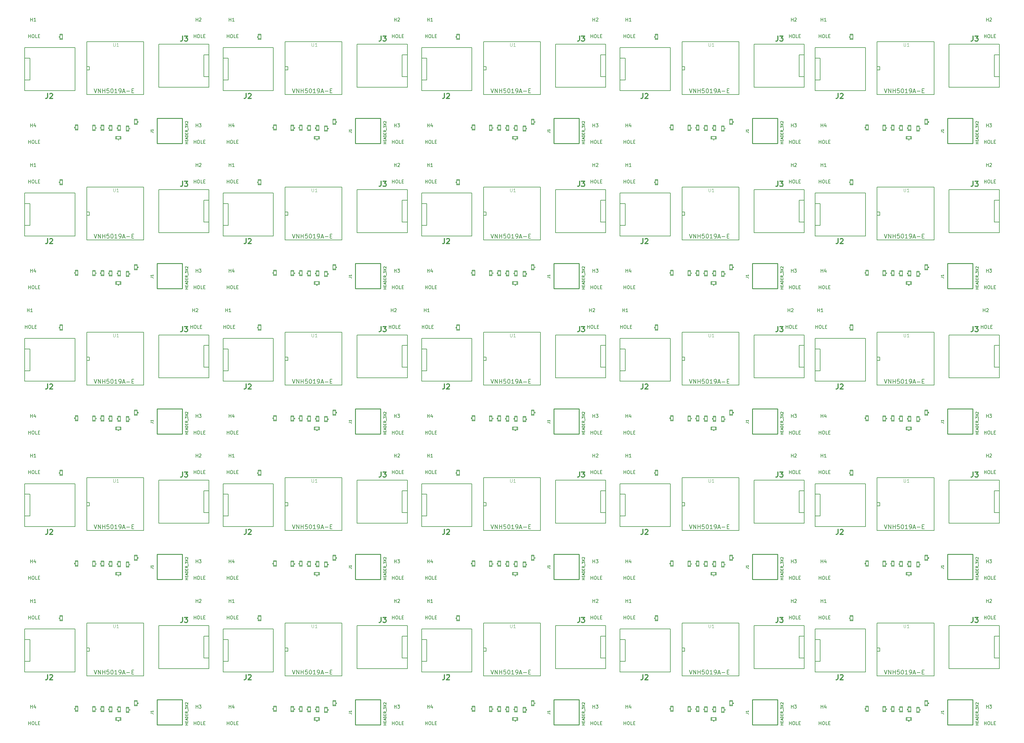
<source format=gto>
G04 (created by PCBNEW (2013-08-24 BZR 4298)-stable) date Sat 15 Feb 2014 10:53:12 AM PST*
%MOIN*%
G04 Gerber Fmt 3.4, Leading zero omitted, Abs format*
%FSLAX34Y34*%
G01*
G70*
G90*
G04 APERTURE LIST*
%ADD10C,0.005906*%
%ADD11C,0.005000*%
%ADD12C,0.007900*%
%ADD13C,0.008000*%
%ADD14C,0.010000*%
%ADD15C,0.012000*%
%ADD16C,0.003937*%
%ADD17C,0.007500*%
%ADD18C,0.001600*%
G04 APERTURE END LIST*
G54D10*
G54D11*
X126023Y-83543D02*
X125413Y-83543D01*
X125413Y-83543D02*
X125413Y-86141D01*
X125413Y-86141D02*
X126013Y-86141D01*
G54D12*
X120039Y-82282D02*
X126023Y-82282D01*
X126023Y-82282D02*
X126023Y-87402D01*
X126023Y-87402D02*
X120039Y-87402D01*
X120039Y-87402D02*
X120039Y-82282D01*
G54D11*
X104094Y-86551D02*
X104704Y-86551D01*
X104704Y-86551D02*
X104704Y-83952D01*
X104704Y-83952D02*
X104104Y-83952D01*
G54D12*
X110078Y-87811D02*
X104094Y-87811D01*
X104094Y-87811D02*
X104094Y-82691D01*
X104094Y-82691D02*
X110078Y-82691D01*
X110078Y-82691D02*
X110078Y-87811D01*
G54D13*
X111472Y-88275D02*
X111472Y-81976D01*
X118244Y-81976D02*
X118244Y-88275D01*
X111472Y-81976D02*
X118244Y-81976D01*
X118244Y-88275D02*
X111472Y-88275D01*
X111487Y-84935D02*
X111787Y-84935D01*
X111787Y-84935D02*
X111787Y-85335D01*
X111787Y-85335D02*
X111487Y-85335D01*
G54D14*
X122846Y-94102D02*
X122846Y-91102D01*
X122846Y-94102D02*
X119846Y-94102D01*
X119846Y-94102D02*
X119846Y-91102D01*
X119846Y-91102D02*
X122846Y-91102D01*
G54D11*
X108593Y-81177D02*
X108273Y-81177D01*
X108283Y-81617D02*
X108593Y-81617D01*
X108273Y-81717D02*
X108273Y-81077D01*
X108273Y-81077D02*
X108593Y-81077D01*
X108593Y-81077D02*
X108593Y-81717D01*
X108593Y-81717D02*
X108273Y-81717D01*
X115016Y-93265D02*
X115016Y-93585D01*
X115456Y-93575D02*
X115456Y-93265D01*
X115556Y-93585D02*
X114916Y-93585D01*
X114916Y-93585D02*
X114916Y-93265D01*
X114916Y-93265D02*
X115556Y-93265D01*
X115556Y-93265D02*
X115556Y-93585D01*
X112170Y-92460D02*
X112490Y-92460D01*
X112480Y-92020D02*
X112170Y-92020D01*
X112490Y-91920D02*
X112490Y-92560D01*
X112490Y-92560D02*
X112170Y-92560D01*
X112170Y-92560D02*
X112170Y-91920D01*
X112170Y-91920D02*
X112490Y-91920D01*
X116178Y-92542D02*
X116498Y-92542D01*
X116488Y-92102D02*
X116178Y-92102D01*
X116498Y-92002D02*
X116498Y-92642D01*
X116498Y-92642D02*
X116178Y-92642D01*
X116178Y-92642D02*
X116178Y-92002D01*
X116178Y-92002D02*
X116498Y-92002D01*
X110431Y-91984D02*
X110111Y-91984D01*
X110121Y-92424D02*
X110431Y-92424D01*
X110111Y-92524D02*
X110111Y-91884D01*
X110111Y-91884D02*
X110431Y-91884D01*
X110431Y-91884D02*
X110431Y-92524D01*
X110431Y-92524D02*
X110111Y-92524D01*
X113502Y-92008D02*
X113182Y-92008D01*
X113192Y-92448D02*
X113502Y-92448D01*
X113182Y-92548D02*
X113182Y-91908D01*
X113182Y-91908D02*
X113502Y-91908D01*
X113502Y-91908D02*
X113502Y-92548D01*
X113502Y-92548D02*
X113182Y-92548D01*
X117162Y-91755D02*
X117482Y-91755D01*
X117472Y-91315D02*
X117162Y-91315D01*
X117482Y-91215D02*
X117482Y-91855D01*
X117482Y-91855D02*
X117162Y-91855D01*
X117162Y-91855D02*
X117162Y-91215D01*
X117162Y-91215D02*
X117482Y-91215D01*
X115490Y-92051D02*
X115170Y-92051D01*
X115180Y-92491D02*
X115490Y-92491D01*
X115170Y-92591D02*
X115170Y-91951D01*
X115170Y-91951D02*
X115490Y-91951D01*
X115490Y-91951D02*
X115490Y-92591D01*
X115490Y-92591D02*
X115170Y-92591D01*
X114486Y-92039D02*
X114166Y-92039D01*
X114176Y-92479D02*
X114486Y-92479D01*
X114166Y-92579D02*
X114166Y-91939D01*
X114166Y-91939D02*
X114486Y-91939D01*
X114486Y-91939D02*
X114486Y-92579D01*
X114486Y-92579D02*
X114166Y-92579D01*
X55551Y-83543D02*
X54940Y-83543D01*
X54940Y-83543D02*
X54940Y-86141D01*
X54940Y-86141D02*
X55541Y-86141D01*
G54D12*
X49567Y-82282D02*
X55551Y-82282D01*
X55551Y-82282D02*
X55551Y-87402D01*
X55551Y-87402D02*
X49567Y-87402D01*
X49567Y-87402D02*
X49567Y-82282D01*
G54D11*
X33622Y-86551D02*
X34232Y-86551D01*
X34232Y-86551D02*
X34232Y-83952D01*
X34232Y-83952D02*
X33631Y-83952D01*
G54D12*
X39606Y-87811D02*
X33622Y-87811D01*
X33622Y-87811D02*
X33622Y-82691D01*
X33622Y-82691D02*
X39606Y-82691D01*
X39606Y-82691D02*
X39606Y-87811D01*
G54D13*
X41000Y-88275D02*
X41000Y-81976D01*
X47771Y-81976D02*
X47771Y-88275D01*
X41000Y-81976D02*
X47771Y-81976D01*
X47771Y-88275D02*
X41000Y-88275D01*
X41015Y-84935D02*
X41315Y-84935D01*
X41315Y-84935D02*
X41315Y-85335D01*
X41315Y-85335D02*
X41015Y-85335D01*
G54D14*
X52374Y-94102D02*
X52374Y-91102D01*
X52374Y-94102D02*
X49374Y-94102D01*
X49374Y-94102D02*
X49374Y-91102D01*
X49374Y-91102D02*
X52374Y-91102D01*
G54D11*
X38120Y-81177D02*
X37800Y-81177D01*
X37810Y-81617D02*
X38120Y-81617D01*
X37800Y-81717D02*
X37800Y-81077D01*
X37800Y-81077D02*
X38120Y-81077D01*
X38120Y-81077D02*
X38120Y-81717D01*
X38120Y-81717D02*
X37800Y-81717D01*
X44543Y-93265D02*
X44543Y-93585D01*
X44983Y-93575D02*
X44983Y-93265D01*
X45083Y-93585D02*
X44443Y-93585D01*
X44443Y-93585D02*
X44443Y-93265D01*
X44443Y-93265D02*
X45083Y-93265D01*
X45083Y-93265D02*
X45083Y-93585D01*
X41698Y-92460D02*
X42018Y-92460D01*
X42008Y-92020D02*
X41698Y-92020D01*
X42018Y-91920D02*
X42018Y-92560D01*
X42018Y-92560D02*
X41698Y-92560D01*
X41698Y-92560D02*
X41698Y-91920D01*
X41698Y-91920D02*
X42018Y-91920D01*
X45706Y-92542D02*
X46026Y-92542D01*
X46016Y-92102D02*
X45706Y-92102D01*
X46026Y-92002D02*
X46026Y-92642D01*
X46026Y-92642D02*
X45706Y-92642D01*
X45706Y-92642D02*
X45706Y-92002D01*
X45706Y-92002D02*
X46026Y-92002D01*
X39959Y-91984D02*
X39639Y-91984D01*
X39649Y-92424D02*
X39959Y-92424D01*
X39639Y-92524D02*
X39639Y-91884D01*
X39639Y-91884D02*
X39959Y-91884D01*
X39959Y-91884D02*
X39959Y-92524D01*
X39959Y-92524D02*
X39639Y-92524D01*
X43030Y-92008D02*
X42710Y-92008D01*
X42720Y-92448D02*
X43030Y-92448D01*
X42710Y-92548D02*
X42710Y-91908D01*
X42710Y-91908D02*
X43030Y-91908D01*
X43030Y-91908D02*
X43030Y-92548D01*
X43030Y-92548D02*
X42710Y-92548D01*
X46690Y-91755D02*
X47010Y-91755D01*
X47000Y-91315D02*
X46690Y-91315D01*
X47010Y-91215D02*
X47010Y-91855D01*
X47010Y-91855D02*
X46690Y-91855D01*
X46690Y-91855D02*
X46690Y-91215D01*
X46690Y-91215D02*
X47010Y-91215D01*
X45018Y-92051D02*
X44698Y-92051D01*
X44708Y-92491D02*
X45018Y-92491D01*
X44698Y-92591D02*
X44698Y-91951D01*
X44698Y-91951D02*
X45018Y-91951D01*
X45018Y-91951D02*
X45018Y-92591D01*
X45018Y-92591D02*
X44698Y-92591D01*
X44014Y-92039D02*
X43694Y-92039D01*
X43704Y-92479D02*
X44014Y-92479D01*
X43694Y-92579D02*
X43694Y-91939D01*
X43694Y-91939D02*
X44014Y-91939D01*
X44014Y-91939D02*
X44014Y-92579D01*
X44014Y-92579D02*
X43694Y-92579D01*
X20392Y-92039D02*
X20072Y-92039D01*
X20082Y-92479D02*
X20392Y-92479D01*
X20072Y-92579D02*
X20072Y-91939D01*
X20072Y-91939D02*
X20392Y-91939D01*
X20392Y-91939D02*
X20392Y-92579D01*
X20392Y-92579D02*
X20072Y-92579D01*
X21396Y-92051D02*
X21076Y-92051D01*
X21086Y-92491D02*
X21396Y-92491D01*
X21076Y-92591D02*
X21076Y-91951D01*
X21076Y-91951D02*
X21396Y-91951D01*
X21396Y-91951D02*
X21396Y-92591D01*
X21396Y-92591D02*
X21076Y-92591D01*
X23068Y-91755D02*
X23388Y-91755D01*
X23378Y-91315D02*
X23068Y-91315D01*
X23388Y-91215D02*
X23388Y-91855D01*
X23388Y-91855D02*
X23068Y-91855D01*
X23068Y-91855D02*
X23068Y-91215D01*
X23068Y-91215D02*
X23388Y-91215D01*
X19408Y-92008D02*
X19088Y-92008D01*
X19098Y-92448D02*
X19408Y-92448D01*
X19088Y-92548D02*
X19088Y-91908D01*
X19088Y-91908D02*
X19408Y-91908D01*
X19408Y-91908D02*
X19408Y-92548D01*
X19408Y-92548D02*
X19088Y-92548D01*
X16337Y-91984D02*
X16017Y-91984D01*
X16027Y-92424D02*
X16337Y-92424D01*
X16017Y-92524D02*
X16017Y-91884D01*
X16017Y-91884D02*
X16337Y-91884D01*
X16337Y-91884D02*
X16337Y-92524D01*
X16337Y-92524D02*
X16017Y-92524D01*
X22084Y-92542D02*
X22404Y-92542D01*
X22394Y-92102D02*
X22084Y-92102D01*
X22404Y-92002D02*
X22404Y-92642D01*
X22404Y-92642D02*
X22084Y-92642D01*
X22084Y-92642D02*
X22084Y-92002D01*
X22084Y-92002D02*
X22404Y-92002D01*
X18076Y-92460D02*
X18396Y-92460D01*
X18386Y-92020D02*
X18076Y-92020D01*
X18396Y-91920D02*
X18396Y-92560D01*
X18396Y-92560D02*
X18076Y-92560D01*
X18076Y-92560D02*
X18076Y-91920D01*
X18076Y-91920D02*
X18396Y-91920D01*
X20921Y-93265D02*
X20921Y-93585D01*
X21361Y-93575D02*
X21361Y-93265D01*
X21461Y-93585D02*
X20821Y-93585D01*
X20821Y-93585D02*
X20821Y-93265D01*
X20821Y-93265D02*
X21461Y-93265D01*
X21461Y-93265D02*
X21461Y-93585D01*
X14498Y-81177D02*
X14178Y-81177D01*
X14188Y-81617D02*
X14498Y-81617D01*
X14178Y-81717D02*
X14178Y-81077D01*
X14178Y-81077D02*
X14498Y-81077D01*
X14498Y-81077D02*
X14498Y-81717D01*
X14498Y-81717D02*
X14178Y-81717D01*
G54D14*
X28751Y-94102D02*
X28751Y-91102D01*
X28751Y-94102D02*
X25751Y-94102D01*
X25751Y-94102D02*
X25751Y-91102D01*
X25751Y-91102D02*
X28751Y-91102D01*
G54D13*
X17377Y-88275D02*
X17377Y-81976D01*
X24149Y-81976D02*
X24149Y-88275D01*
X17377Y-81976D02*
X24149Y-81976D01*
X24149Y-88275D02*
X17377Y-88275D01*
X17393Y-84935D02*
X17693Y-84935D01*
X17693Y-84935D02*
X17693Y-85335D01*
X17693Y-85335D02*
X17393Y-85335D01*
G54D11*
X10000Y-86551D02*
X10610Y-86551D01*
X10610Y-86551D02*
X10610Y-83952D01*
X10610Y-83952D02*
X10009Y-83952D01*
G54D12*
X15984Y-87811D02*
X10000Y-87811D01*
X10000Y-87811D02*
X10000Y-82691D01*
X10000Y-82691D02*
X15984Y-82691D01*
X15984Y-82691D02*
X15984Y-87811D01*
G54D11*
X31929Y-83543D02*
X31318Y-83543D01*
X31318Y-83543D02*
X31318Y-86141D01*
X31318Y-86141D02*
X31919Y-86141D01*
G54D12*
X25945Y-82282D02*
X31929Y-82282D01*
X31929Y-82282D02*
X31929Y-87402D01*
X31929Y-87402D02*
X25945Y-87402D01*
X25945Y-87402D02*
X25945Y-82282D01*
G54D11*
X79173Y-83543D02*
X78562Y-83543D01*
X78562Y-83543D02*
X78562Y-86141D01*
X78562Y-86141D02*
X79163Y-86141D01*
G54D12*
X73189Y-82282D02*
X79173Y-82282D01*
X79173Y-82282D02*
X79173Y-87402D01*
X79173Y-87402D02*
X73189Y-87402D01*
X73189Y-87402D02*
X73189Y-82282D01*
G54D11*
X57244Y-86551D02*
X57854Y-86551D01*
X57854Y-86551D02*
X57854Y-83952D01*
X57854Y-83952D02*
X57253Y-83952D01*
G54D12*
X63228Y-87811D02*
X57244Y-87811D01*
X57244Y-87811D02*
X57244Y-82691D01*
X57244Y-82691D02*
X63228Y-82691D01*
X63228Y-82691D02*
X63228Y-87811D01*
G54D13*
X64622Y-88275D02*
X64622Y-81976D01*
X71393Y-81976D02*
X71393Y-88275D01*
X64622Y-81976D02*
X71393Y-81976D01*
X71393Y-88275D02*
X64622Y-88275D01*
X64637Y-84935D02*
X64937Y-84935D01*
X64937Y-84935D02*
X64937Y-85335D01*
X64937Y-85335D02*
X64637Y-85335D01*
G54D14*
X75996Y-94102D02*
X75996Y-91102D01*
X75996Y-94102D02*
X72996Y-94102D01*
X72996Y-94102D02*
X72996Y-91102D01*
X72996Y-91102D02*
X75996Y-91102D01*
G54D11*
X61742Y-81177D02*
X61422Y-81177D01*
X61432Y-81617D02*
X61742Y-81617D01*
X61422Y-81717D02*
X61422Y-81077D01*
X61422Y-81077D02*
X61742Y-81077D01*
X61742Y-81077D02*
X61742Y-81717D01*
X61742Y-81717D02*
X61422Y-81717D01*
X68165Y-93265D02*
X68165Y-93585D01*
X68605Y-93575D02*
X68605Y-93265D01*
X68705Y-93585D02*
X68065Y-93585D01*
X68065Y-93585D02*
X68065Y-93265D01*
X68065Y-93265D02*
X68705Y-93265D01*
X68705Y-93265D02*
X68705Y-93585D01*
X65320Y-92460D02*
X65640Y-92460D01*
X65630Y-92020D02*
X65320Y-92020D01*
X65640Y-91920D02*
X65640Y-92560D01*
X65640Y-92560D02*
X65320Y-92560D01*
X65320Y-92560D02*
X65320Y-91920D01*
X65320Y-91920D02*
X65640Y-91920D01*
X69328Y-92542D02*
X69648Y-92542D01*
X69638Y-92102D02*
X69328Y-92102D01*
X69648Y-92002D02*
X69648Y-92642D01*
X69648Y-92642D02*
X69328Y-92642D01*
X69328Y-92642D02*
X69328Y-92002D01*
X69328Y-92002D02*
X69648Y-92002D01*
X63581Y-91984D02*
X63261Y-91984D01*
X63271Y-92424D02*
X63581Y-92424D01*
X63261Y-92524D02*
X63261Y-91884D01*
X63261Y-91884D02*
X63581Y-91884D01*
X63581Y-91884D02*
X63581Y-92524D01*
X63581Y-92524D02*
X63261Y-92524D01*
X66652Y-92008D02*
X66332Y-92008D01*
X66342Y-92448D02*
X66652Y-92448D01*
X66332Y-92548D02*
X66332Y-91908D01*
X66332Y-91908D02*
X66652Y-91908D01*
X66652Y-91908D02*
X66652Y-92548D01*
X66652Y-92548D02*
X66332Y-92548D01*
X70312Y-91755D02*
X70632Y-91755D01*
X70622Y-91315D02*
X70312Y-91315D01*
X70632Y-91215D02*
X70632Y-91855D01*
X70632Y-91855D02*
X70312Y-91855D01*
X70312Y-91855D02*
X70312Y-91215D01*
X70312Y-91215D02*
X70632Y-91215D01*
X68640Y-92051D02*
X68320Y-92051D01*
X68330Y-92491D02*
X68640Y-92491D01*
X68320Y-92591D02*
X68320Y-91951D01*
X68320Y-91951D02*
X68640Y-91951D01*
X68640Y-91951D02*
X68640Y-92591D01*
X68640Y-92591D02*
X68320Y-92591D01*
X67636Y-92039D02*
X67316Y-92039D01*
X67326Y-92479D02*
X67636Y-92479D01*
X67316Y-92579D02*
X67316Y-91939D01*
X67316Y-91939D02*
X67636Y-91939D01*
X67636Y-91939D02*
X67636Y-92579D01*
X67636Y-92579D02*
X67316Y-92579D01*
X91258Y-92039D02*
X90938Y-92039D01*
X90948Y-92479D02*
X91258Y-92479D01*
X90938Y-92579D02*
X90938Y-91939D01*
X90938Y-91939D02*
X91258Y-91939D01*
X91258Y-91939D02*
X91258Y-92579D01*
X91258Y-92579D02*
X90938Y-92579D01*
X92262Y-92051D02*
X91942Y-92051D01*
X91952Y-92491D02*
X92262Y-92491D01*
X91942Y-92591D02*
X91942Y-91951D01*
X91942Y-91951D02*
X92262Y-91951D01*
X92262Y-91951D02*
X92262Y-92591D01*
X92262Y-92591D02*
X91942Y-92591D01*
X93934Y-91755D02*
X94254Y-91755D01*
X94244Y-91315D02*
X93934Y-91315D01*
X94254Y-91215D02*
X94254Y-91855D01*
X94254Y-91855D02*
X93934Y-91855D01*
X93934Y-91855D02*
X93934Y-91215D01*
X93934Y-91215D02*
X94254Y-91215D01*
X90274Y-92008D02*
X89954Y-92008D01*
X89964Y-92448D02*
X90274Y-92448D01*
X89954Y-92548D02*
X89954Y-91908D01*
X89954Y-91908D02*
X90274Y-91908D01*
X90274Y-91908D02*
X90274Y-92548D01*
X90274Y-92548D02*
X89954Y-92548D01*
X87203Y-91984D02*
X86883Y-91984D01*
X86893Y-92424D02*
X87203Y-92424D01*
X86883Y-92524D02*
X86883Y-91884D01*
X86883Y-91884D02*
X87203Y-91884D01*
X87203Y-91884D02*
X87203Y-92524D01*
X87203Y-92524D02*
X86883Y-92524D01*
X92950Y-92542D02*
X93270Y-92542D01*
X93260Y-92102D02*
X92950Y-92102D01*
X93270Y-92002D02*
X93270Y-92642D01*
X93270Y-92642D02*
X92950Y-92642D01*
X92950Y-92642D02*
X92950Y-92002D01*
X92950Y-92002D02*
X93270Y-92002D01*
X88942Y-92460D02*
X89262Y-92460D01*
X89252Y-92020D02*
X88942Y-92020D01*
X89262Y-91920D02*
X89262Y-92560D01*
X89262Y-92560D02*
X88942Y-92560D01*
X88942Y-92560D02*
X88942Y-91920D01*
X88942Y-91920D02*
X89262Y-91920D01*
X91787Y-93265D02*
X91787Y-93585D01*
X92227Y-93575D02*
X92227Y-93265D01*
X92327Y-93585D02*
X91687Y-93585D01*
X91687Y-93585D02*
X91687Y-93265D01*
X91687Y-93265D02*
X92327Y-93265D01*
X92327Y-93265D02*
X92327Y-93585D01*
X85364Y-81177D02*
X85044Y-81177D01*
X85054Y-81617D02*
X85364Y-81617D01*
X85044Y-81717D02*
X85044Y-81077D01*
X85044Y-81077D02*
X85364Y-81077D01*
X85364Y-81077D02*
X85364Y-81717D01*
X85364Y-81717D02*
X85044Y-81717D01*
G54D14*
X99618Y-94102D02*
X99618Y-91102D01*
X99618Y-94102D02*
X96618Y-94102D01*
X96618Y-94102D02*
X96618Y-91102D01*
X96618Y-91102D02*
X99618Y-91102D01*
G54D13*
X88244Y-88275D02*
X88244Y-81976D01*
X95015Y-81976D02*
X95015Y-88275D01*
X88244Y-81976D02*
X95015Y-81976D01*
X95015Y-88275D02*
X88244Y-88275D01*
X88259Y-84935D02*
X88559Y-84935D01*
X88559Y-84935D02*
X88559Y-85335D01*
X88559Y-85335D02*
X88259Y-85335D01*
G54D11*
X80866Y-86551D02*
X81476Y-86551D01*
X81476Y-86551D02*
X81476Y-83952D01*
X81476Y-83952D02*
X80875Y-83952D01*
G54D12*
X86850Y-87811D02*
X80866Y-87811D01*
X80866Y-87811D02*
X80866Y-82691D01*
X80866Y-82691D02*
X86850Y-82691D01*
X86850Y-82691D02*
X86850Y-87811D01*
G54D11*
X102795Y-83543D02*
X102185Y-83543D01*
X102185Y-83543D02*
X102185Y-86141D01*
X102185Y-86141D02*
X102785Y-86141D01*
G54D12*
X96811Y-82282D02*
X102795Y-82282D01*
X102795Y-82282D02*
X102795Y-87402D01*
X102795Y-87402D02*
X96811Y-87402D01*
X96811Y-87402D02*
X96811Y-82282D01*
G54D11*
X55551Y-48897D02*
X54940Y-48897D01*
X54940Y-48897D02*
X54940Y-51496D01*
X54940Y-51496D02*
X55541Y-51496D01*
G54D12*
X49567Y-47636D02*
X55551Y-47636D01*
X55551Y-47636D02*
X55551Y-52756D01*
X55551Y-52756D02*
X49567Y-52756D01*
X49567Y-52756D02*
X49567Y-47636D01*
G54D11*
X33622Y-51905D02*
X34232Y-51905D01*
X34232Y-51905D02*
X34232Y-49307D01*
X34232Y-49307D02*
X33631Y-49307D01*
G54D12*
X39606Y-53166D02*
X33622Y-53166D01*
X33622Y-53166D02*
X33622Y-48046D01*
X33622Y-48046D02*
X39606Y-48046D01*
X39606Y-48046D02*
X39606Y-53166D01*
G54D13*
X41000Y-53629D02*
X41000Y-47330D01*
X47771Y-47330D02*
X47771Y-53629D01*
X41000Y-47330D02*
X47771Y-47330D01*
X47771Y-53629D02*
X41000Y-53629D01*
X41015Y-50290D02*
X41315Y-50290D01*
X41315Y-50290D02*
X41315Y-50690D01*
X41315Y-50690D02*
X41015Y-50690D01*
G54D14*
X52374Y-59456D02*
X52374Y-56456D01*
X52374Y-59456D02*
X49374Y-59456D01*
X49374Y-59456D02*
X49374Y-56456D01*
X49374Y-56456D02*
X52374Y-56456D01*
G54D11*
X38120Y-46531D02*
X37800Y-46531D01*
X37810Y-46971D02*
X38120Y-46971D01*
X37800Y-47071D02*
X37800Y-46431D01*
X37800Y-46431D02*
X38120Y-46431D01*
X38120Y-46431D02*
X38120Y-47071D01*
X38120Y-47071D02*
X37800Y-47071D01*
X44543Y-58619D02*
X44543Y-58939D01*
X44983Y-58929D02*
X44983Y-58619D01*
X45083Y-58939D02*
X44443Y-58939D01*
X44443Y-58939D02*
X44443Y-58619D01*
X44443Y-58619D02*
X45083Y-58619D01*
X45083Y-58619D02*
X45083Y-58939D01*
X41698Y-57814D02*
X42018Y-57814D01*
X42008Y-57374D02*
X41698Y-57374D01*
X42018Y-57274D02*
X42018Y-57914D01*
X42018Y-57914D02*
X41698Y-57914D01*
X41698Y-57914D02*
X41698Y-57274D01*
X41698Y-57274D02*
X42018Y-57274D01*
X45706Y-57897D02*
X46026Y-57897D01*
X46016Y-57457D02*
X45706Y-57457D01*
X46026Y-57357D02*
X46026Y-57997D01*
X46026Y-57997D02*
X45706Y-57997D01*
X45706Y-57997D02*
X45706Y-57357D01*
X45706Y-57357D02*
X46026Y-57357D01*
X39959Y-57339D02*
X39639Y-57339D01*
X39649Y-57779D02*
X39959Y-57779D01*
X39639Y-57879D02*
X39639Y-57239D01*
X39639Y-57239D02*
X39959Y-57239D01*
X39959Y-57239D02*
X39959Y-57879D01*
X39959Y-57879D02*
X39639Y-57879D01*
X43030Y-57362D02*
X42710Y-57362D01*
X42720Y-57802D02*
X43030Y-57802D01*
X42710Y-57902D02*
X42710Y-57262D01*
X42710Y-57262D02*
X43030Y-57262D01*
X43030Y-57262D02*
X43030Y-57902D01*
X43030Y-57902D02*
X42710Y-57902D01*
X46690Y-57109D02*
X47010Y-57109D01*
X47000Y-56669D02*
X46690Y-56669D01*
X47010Y-56569D02*
X47010Y-57209D01*
X47010Y-57209D02*
X46690Y-57209D01*
X46690Y-57209D02*
X46690Y-56569D01*
X46690Y-56569D02*
X47010Y-56569D01*
X45018Y-57405D02*
X44698Y-57405D01*
X44708Y-57845D02*
X45018Y-57845D01*
X44698Y-57945D02*
X44698Y-57305D01*
X44698Y-57305D02*
X45018Y-57305D01*
X45018Y-57305D02*
X45018Y-57945D01*
X45018Y-57945D02*
X44698Y-57945D01*
X44014Y-57394D02*
X43694Y-57394D01*
X43704Y-57834D02*
X44014Y-57834D01*
X43694Y-57934D02*
X43694Y-57294D01*
X43694Y-57294D02*
X44014Y-57294D01*
X44014Y-57294D02*
X44014Y-57934D01*
X44014Y-57934D02*
X43694Y-57934D01*
X20392Y-57394D02*
X20072Y-57394D01*
X20082Y-57834D02*
X20392Y-57834D01*
X20072Y-57934D02*
X20072Y-57294D01*
X20072Y-57294D02*
X20392Y-57294D01*
X20392Y-57294D02*
X20392Y-57934D01*
X20392Y-57934D02*
X20072Y-57934D01*
X21396Y-57405D02*
X21076Y-57405D01*
X21086Y-57845D02*
X21396Y-57845D01*
X21076Y-57945D02*
X21076Y-57305D01*
X21076Y-57305D02*
X21396Y-57305D01*
X21396Y-57305D02*
X21396Y-57945D01*
X21396Y-57945D02*
X21076Y-57945D01*
X23068Y-57109D02*
X23388Y-57109D01*
X23378Y-56669D02*
X23068Y-56669D01*
X23388Y-56569D02*
X23388Y-57209D01*
X23388Y-57209D02*
X23068Y-57209D01*
X23068Y-57209D02*
X23068Y-56569D01*
X23068Y-56569D02*
X23388Y-56569D01*
X19408Y-57362D02*
X19088Y-57362D01*
X19098Y-57802D02*
X19408Y-57802D01*
X19088Y-57902D02*
X19088Y-57262D01*
X19088Y-57262D02*
X19408Y-57262D01*
X19408Y-57262D02*
X19408Y-57902D01*
X19408Y-57902D02*
X19088Y-57902D01*
X16337Y-57339D02*
X16017Y-57339D01*
X16027Y-57779D02*
X16337Y-57779D01*
X16017Y-57879D02*
X16017Y-57239D01*
X16017Y-57239D02*
X16337Y-57239D01*
X16337Y-57239D02*
X16337Y-57879D01*
X16337Y-57879D02*
X16017Y-57879D01*
X22084Y-57897D02*
X22404Y-57897D01*
X22394Y-57457D02*
X22084Y-57457D01*
X22404Y-57357D02*
X22404Y-57997D01*
X22404Y-57997D02*
X22084Y-57997D01*
X22084Y-57997D02*
X22084Y-57357D01*
X22084Y-57357D02*
X22404Y-57357D01*
X18076Y-57814D02*
X18396Y-57814D01*
X18386Y-57374D02*
X18076Y-57374D01*
X18396Y-57274D02*
X18396Y-57914D01*
X18396Y-57914D02*
X18076Y-57914D01*
X18076Y-57914D02*
X18076Y-57274D01*
X18076Y-57274D02*
X18396Y-57274D01*
X20921Y-58619D02*
X20921Y-58939D01*
X21361Y-58929D02*
X21361Y-58619D01*
X21461Y-58939D02*
X20821Y-58939D01*
X20821Y-58939D02*
X20821Y-58619D01*
X20821Y-58619D02*
X21461Y-58619D01*
X21461Y-58619D02*
X21461Y-58939D01*
X14498Y-46531D02*
X14178Y-46531D01*
X14188Y-46971D02*
X14498Y-46971D01*
X14178Y-47071D02*
X14178Y-46431D01*
X14178Y-46431D02*
X14498Y-46431D01*
X14498Y-46431D02*
X14498Y-47071D01*
X14498Y-47071D02*
X14178Y-47071D01*
G54D14*
X28751Y-59456D02*
X28751Y-56456D01*
X28751Y-59456D02*
X25751Y-59456D01*
X25751Y-59456D02*
X25751Y-56456D01*
X25751Y-56456D02*
X28751Y-56456D01*
G54D13*
X17377Y-53629D02*
X17377Y-47330D01*
X24149Y-47330D02*
X24149Y-53629D01*
X17377Y-47330D02*
X24149Y-47330D01*
X24149Y-53629D02*
X17377Y-53629D01*
X17393Y-50290D02*
X17693Y-50290D01*
X17693Y-50290D02*
X17693Y-50690D01*
X17693Y-50690D02*
X17393Y-50690D01*
G54D11*
X10000Y-51905D02*
X10610Y-51905D01*
X10610Y-51905D02*
X10610Y-49307D01*
X10610Y-49307D02*
X10009Y-49307D01*
G54D12*
X15984Y-53166D02*
X10000Y-53166D01*
X10000Y-53166D02*
X10000Y-48046D01*
X10000Y-48046D02*
X15984Y-48046D01*
X15984Y-48046D02*
X15984Y-53166D01*
G54D11*
X31929Y-48897D02*
X31318Y-48897D01*
X31318Y-48897D02*
X31318Y-51496D01*
X31318Y-51496D02*
X31919Y-51496D01*
G54D12*
X25945Y-47636D02*
X31929Y-47636D01*
X31929Y-47636D02*
X31929Y-52756D01*
X31929Y-52756D02*
X25945Y-52756D01*
X25945Y-52756D02*
X25945Y-47636D01*
G54D11*
X79173Y-48897D02*
X78562Y-48897D01*
X78562Y-48897D02*
X78562Y-51496D01*
X78562Y-51496D02*
X79163Y-51496D01*
G54D12*
X73189Y-47636D02*
X79173Y-47636D01*
X79173Y-47636D02*
X79173Y-52756D01*
X79173Y-52756D02*
X73189Y-52756D01*
X73189Y-52756D02*
X73189Y-47636D01*
G54D11*
X57244Y-51905D02*
X57854Y-51905D01*
X57854Y-51905D02*
X57854Y-49307D01*
X57854Y-49307D02*
X57253Y-49307D01*
G54D12*
X63228Y-53166D02*
X57244Y-53166D01*
X57244Y-53166D02*
X57244Y-48046D01*
X57244Y-48046D02*
X63228Y-48046D01*
X63228Y-48046D02*
X63228Y-53166D01*
G54D13*
X64622Y-53629D02*
X64622Y-47330D01*
X71393Y-47330D02*
X71393Y-53629D01*
X64622Y-47330D02*
X71393Y-47330D01*
X71393Y-53629D02*
X64622Y-53629D01*
X64637Y-50290D02*
X64937Y-50290D01*
X64937Y-50290D02*
X64937Y-50690D01*
X64937Y-50690D02*
X64637Y-50690D01*
G54D14*
X75996Y-59456D02*
X75996Y-56456D01*
X75996Y-59456D02*
X72996Y-59456D01*
X72996Y-59456D02*
X72996Y-56456D01*
X72996Y-56456D02*
X75996Y-56456D01*
G54D11*
X61742Y-46531D02*
X61422Y-46531D01*
X61432Y-46971D02*
X61742Y-46971D01*
X61422Y-47071D02*
X61422Y-46431D01*
X61422Y-46431D02*
X61742Y-46431D01*
X61742Y-46431D02*
X61742Y-47071D01*
X61742Y-47071D02*
X61422Y-47071D01*
X68165Y-58619D02*
X68165Y-58939D01*
X68605Y-58929D02*
X68605Y-58619D01*
X68705Y-58939D02*
X68065Y-58939D01*
X68065Y-58939D02*
X68065Y-58619D01*
X68065Y-58619D02*
X68705Y-58619D01*
X68705Y-58619D02*
X68705Y-58939D01*
X65320Y-57814D02*
X65640Y-57814D01*
X65630Y-57374D02*
X65320Y-57374D01*
X65640Y-57274D02*
X65640Y-57914D01*
X65640Y-57914D02*
X65320Y-57914D01*
X65320Y-57914D02*
X65320Y-57274D01*
X65320Y-57274D02*
X65640Y-57274D01*
X69328Y-57897D02*
X69648Y-57897D01*
X69638Y-57457D02*
X69328Y-57457D01*
X69648Y-57357D02*
X69648Y-57997D01*
X69648Y-57997D02*
X69328Y-57997D01*
X69328Y-57997D02*
X69328Y-57357D01*
X69328Y-57357D02*
X69648Y-57357D01*
X63581Y-57339D02*
X63261Y-57339D01*
X63271Y-57779D02*
X63581Y-57779D01*
X63261Y-57879D02*
X63261Y-57239D01*
X63261Y-57239D02*
X63581Y-57239D01*
X63581Y-57239D02*
X63581Y-57879D01*
X63581Y-57879D02*
X63261Y-57879D01*
X66652Y-57362D02*
X66332Y-57362D01*
X66342Y-57802D02*
X66652Y-57802D01*
X66332Y-57902D02*
X66332Y-57262D01*
X66332Y-57262D02*
X66652Y-57262D01*
X66652Y-57262D02*
X66652Y-57902D01*
X66652Y-57902D02*
X66332Y-57902D01*
X70312Y-57109D02*
X70632Y-57109D01*
X70622Y-56669D02*
X70312Y-56669D01*
X70632Y-56569D02*
X70632Y-57209D01*
X70632Y-57209D02*
X70312Y-57209D01*
X70312Y-57209D02*
X70312Y-56569D01*
X70312Y-56569D02*
X70632Y-56569D01*
X68640Y-57405D02*
X68320Y-57405D01*
X68330Y-57845D02*
X68640Y-57845D01*
X68320Y-57945D02*
X68320Y-57305D01*
X68320Y-57305D02*
X68640Y-57305D01*
X68640Y-57305D02*
X68640Y-57945D01*
X68640Y-57945D02*
X68320Y-57945D01*
X67636Y-57394D02*
X67316Y-57394D01*
X67326Y-57834D02*
X67636Y-57834D01*
X67316Y-57934D02*
X67316Y-57294D01*
X67316Y-57294D02*
X67636Y-57294D01*
X67636Y-57294D02*
X67636Y-57934D01*
X67636Y-57934D02*
X67316Y-57934D01*
X91258Y-57394D02*
X90938Y-57394D01*
X90948Y-57834D02*
X91258Y-57834D01*
X90938Y-57934D02*
X90938Y-57294D01*
X90938Y-57294D02*
X91258Y-57294D01*
X91258Y-57294D02*
X91258Y-57934D01*
X91258Y-57934D02*
X90938Y-57934D01*
X92262Y-57405D02*
X91942Y-57405D01*
X91952Y-57845D02*
X92262Y-57845D01*
X91942Y-57945D02*
X91942Y-57305D01*
X91942Y-57305D02*
X92262Y-57305D01*
X92262Y-57305D02*
X92262Y-57945D01*
X92262Y-57945D02*
X91942Y-57945D01*
X93934Y-57109D02*
X94254Y-57109D01*
X94244Y-56669D02*
X93934Y-56669D01*
X94254Y-56569D02*
X94254Y-57209D01*
X94254Y-57209D02*
X93934Y-57209D01*
X93934Y-57209D02*
X93934Y-56569D01*
X93934Y-56569D02*
X94254Y-56569D01*
X90274Y-57362D02*
X89954Y-57362D01*
X89964Y-57802D02*
X90274Y-57802D01*
X89954Y-57902D02*
X89954Y-57262D01*
X89954Y-57262D02*
X90274Y-57262D01*
X90274Y-57262D02*
X90274Y-57902D01*
X90274Y-57902D02*
X89954Y-57902D01*
X87203Y-57339D02*
X86883Y-57339D01*
X86893Y-57779D02*
X87203Y-57779D01*
X86883Y-57879D02*
X86883Y-57239D01*
X86883Y-57239D02*
X87203Y-57239D01*
X87203Y-57239D02*
X87203Y-57879D01*
X87203Y-57879D02*
X86883Y-57879D01*
X92950Y-57897D02*
X93270Y-57897D01*
X93260Y-57457D02*
X92950Y-57457D01*
X93270Y-57357D02*
X93270Y-57997D01*
X93270Y-57997D02*
X92950Y-57997D01*
X92950Y-57997D02*
X92950Y-57357D01*
X92950Y-57357D02*
X93270Y-57357D01*
X88942Y-57814D02*
X89262Y-57814D01*
X89252Y-57374D02*
X88942Y-57374D01*
X89262Y-57274D02*
X89262Y-57914D01*
X89262Y-57914D02*
X88942Y-57914D01*
X88942Y-57914D02*
X88942Y-57274D01*
X88942Y-57274D02*
X89262Y-57274D01*
X91787Y-58619D02*
X91787Y-58939D01*
X92227Y-58929D02*
X92227Y-58619D01*
X92327Y-58939D02*
X91687Y-58939D01*
X91687Y-58939D02*
X91687Y-58619D01*
X91687Y-58619D02*
X92327Y-58619D01*
X92327Y-58619D02*
X92327Y-58939D01*
X85364Y-46531D02*
X85044Y-46531D01*
X85054Y-46971D02*
X85364Y-46971D01*
X85044Y-47071D02*
X85044Y-46431D01*
X85044Y-46431D02*
X85364Y-46431D01*
X85364Y-46431D02*
X85364Y-47071D01*
X85364Y-47071D02*
X85044Y-47071D01*
G54D14*
X99618Y-59456D02*
X99618Y-56456D01*
X99618Y-59456D02*
X96618Y-59456D01*
X96618Y-59456D02*
X96618Y-56456D01*
X96618Y-56456D02*
X99618Y-56456D01*
G54D13*
X88244Y-53629D02*
X88244Y-47330D01*
X95015Y-47330D02*
X95015Y-53629D01*
X88244Y-47330D02*
X95015Y-47330D01*
X95015Y-53629D02*
X88244Y-53629D01*
X88259Y-50290D02*
X88559Y-50290D01*
X88559Y-50290D02*
X88559Y-50690D01*
X88559Y-50690D02*
X88259Y-50690D01*
G54D11*
X80866Y-51905D02*
X81476Y-51905D01*
X81476Y-51905D02*
X81476Y-49307D01*
X81476Y-49307D02*
X80875Y-49307D01*
G54D12*
X86850Y-53166D02*
X80866Y-53166D01*
X80866Y-53166D02*
X80866Y-48046D01*
X80866Y-48046D02*
X86850Y-48046D01*
X86850Y-48046D02*
X86850Y-53166D01*
G54D11*
X102795Y-48897D02*
X102185Y-48897D01*
X102185Y-48897D02*
X102185Y-51496D01*
X102185Y-51496D02*
X102785Y-51496D01*
G54D12*
X96811Y-47636D02*
X102795Y-47636D01*
X102795Y-47636D02*
X102795Y-52756D01*
X102795Y-52756D02*
X96811Y-52756D01*
X96811Y-52756D02*
X96811Y-47636D01*
G54D11*
X102795Y-66220D02*
X102185Y-66220D01*
X102185Y-66220D02*
X102185Y-68818D01*
X102185Y-68818D02*
X102785Y-68818D01*
G54D12*
X96811Y-64959D02*
X102795Y-64959D01*
X102795Y-64959D02*
X102795Y-70079D01*
X102795Y-70079D02*
X96811Y-70079D01*
X96811Y-70079D02*
X96811Y-64959D01*
G54D11*
X80866Y-69228D02*
X81476Y-69228D01*
X81476Y-69228D02*
X81476Y-66629D01*
X81476Y-66629D02*
X80875Y-66629D01*
G54D12*
X86850Y-70489D02*
X80866Y-70489D01*
X80866Y-70489D02*
X80866Y-65369D01*
X80866Y-65369D02*
X86850Y-65369D01*
X86850Y-65369D02*
X86850Y-70489D01*
G54D13*
X88244Y-70952D02*
X88244Y-64653D01*
X95015Y-64653D02*
X95015Y-70952D01*
X88244Y-64653D02*
X95015Y-64653D01*
X95015Y-70952D02*
X88244Y-70952D01*
X88259Y-67612D02*
X88559Y-67612D01*
X88559Y-67612D02*
X88559Y-68012D01*
X88559Y-68012D02*
X88259Y-68012D01*
G54D14*
X99618Y-76779D02*
X99618Y-73779D01*
X99618Y-76779D02*
X96618Y-76779D01*
X96618Y-76779D02*
X96618Y-73779D01*
X96618Y-73779D02*
X99618Y-73779D01*
G54D11*
X85364Y-63854D02*
X85044Y-63854D01*
X85054Y-64294D02*
X85364Y-64294D01*
X85044Y-64394D02*
X85044Y-63754D01*
X85044Y-63754D02*
X85364Y-63754D01*
X85364Y-63754D02*
X85364Y-64394D01*
X85364Y-64394D02*
X85044Y-64394D01*
X91787Y-75942D02*
X91787Y-76262D01*
X92227Y-76252D02*
X92227Y-75942D01*
X92327Y-76262D02*
X91687Y-76262D01*
X91687Y-76262D02*
X91687Y-75942D01*
X91687Y-75942D02*
X92327Y-75942D01*
X92327Y-75942D02*
X92327Y-76262D01*
X88942Y-75137D02*
X89262Y-75137D01*
X89252Y-74697D02*
X88942Y-74697D01*
X89262Y-74597D02*
X89262Y-75237D01*
X89262Y-75237D02*
X88942Y-75237D01*
X88942Y-75237D02*
X88942Y-74597D01*
X88942Y-74597D02*
X89262Y-74597D01*
X92950Y-75220D02*
X93270Y-75220D01*
X93260Y-74780D02*
X92950Y-74780D01*
X93270Y-74680D02*
X93270Y-75320D01*
X93270Y-75320D02*
X92950Y-75320D01*
X92950Y-75320D02*
X92950Y-74680D01*
X92950Y-74680D02*
X93270Y-74680D01*
X87203Y-74661D02*
X86883Y-74661D01*
X86893Y-75101D02*
X87203Y-75101D01*
X86883Y-75201D02*
X86883Y-74561D01*
X86883Y-74561D02*
X87203Y-74561D01*
X87203Y-74561D02*
X87203Y-75201D01*
X87203Y-75201D02*
X86883Y-75201D01*
X90274Y-74685D02*
X89954Y-74685D01*
X89964Y-75125D02*
X90274Y-75125D01*
X89954Y-75225D02*
X89954Y-74585D01*
X89954Y-74585D02*
X90274Y-74585D01*
X90274Y-74585D02*
X90274Y-75225D01*
X90274Y-75225D02*
X89954Y-75225D01*
X93934Y-74432D02*
X94254Y-74432D01*
X94244Y-73992D02*
X93934Y-73992D01*
X94254Y-73892D02*
X94254Y-74532D01*
X94254Y-74532D02*
X93934Y-74532D01*
X93934Y-74532D02*
X93934Y-73892D01*
X93934Y-73892D02*
X94254Y-73892D01*
X92262Y-74728D02*
X91942Y-74728D01*
X91952Y-75168D02*
X92262Y-75168D01*
X91942Y-75268D02*
X91942Y-74628D01*
X91942Y-74628D02*
X92262Y-74628D01*
X92262Y-74628D02*
X92262Y-75268D01*
X92262Y-75268D02*
X91942Y-75268D01*
X91258Y-74717D02*
X90938Y-74717D01*
X90948Y-75157D02*
X91258Y-75157D01*
X90938Y-75257D02*
X90938Y-74617D01*
X90938Y-74617D02*
X91258Y-74617D01*
X91258Y-74617D02*
X91258Y-75257D01*
X91258Y-75257D02*
X90938Y-75257D01*
X67636Y-74717D02*
X67316Y-74717D01*
X67326Y-75157D02*
X67636Y-75157D01*
X67316Y-75257D02*
X67316Y-74617D01*
X67316Y-74617D02*
X67636Y-74617D01*
X67636Y-74617D02*
X67636Y-75257D01*
X67636Y-75257D02*
X67316Y-75257D01*
X68640Y-74728D02*
X68320Y-74728D01*
X68330Y-75168D02*
X68640Y-75168D01*
X68320Y-75268D02*
X68320Y-74628D01*
X68320Y-74628D02*
X68640Y-74628D01*
X68640Y-74628D02*
X68640Y-75268D01*
X68640Y-75268D02*
X68320Y-75268D01*
X70312Y-74432D02*
X70632Y-74432D01*
X70622Y-73992D02*
X70312Y-73992D01*
X70632Y-73892D02*
X70632Y-74532D01*
X70632Y-74532D02*
X70312Y-74532D01*
X70312Y-74532D02*
X70312Y-73892D01*
X70312Y-73892D02*
X70632Y-73892D01*
X66652Y-74685D02*
X66332Y-74685D01*
X66342Y-75125D02*
X66652Y-75125D01*
X66332Y-75225D02*
X66332Y-74585D01*
X66332Y-74585D02*
X66652Y-74585D01*
X66652Y-74585D02*
X66652Y-75225D01*
X66652Y-75225D02*
X66332Y-75225D01*
X63581Y-74661D02*
X63261Y-74661D01*
X63271Y-75101D02*
X63581Y-75101D01*
X63261Y-75201D02*
X63261Y-74561D01*
X63261Y-74561D02*
X63581Y-74561D01*
X63581Y-74561D02*
X63581Y-75201D01*
X63581Y-75201D02*
X63261Y-75201D01*
X69328Y-75220D02*
X69648Y-75220D01*
X69638Y-74780D02*
X69328Y-74780D01*
X69648Y-74680D02*
X69648Y-75320D01*
X69648Y-75320D02*
X69328Y-75320D01*
X69328Y-75320D02*
X69328Y-74680D01*
X69328Y-74680D02*
X69648Y-74680D01*
X65320Y-75137D02*
X65640Y-75137D01*
X65630Y-74697D02*
X65320Y-74697D01*
X65640Y-74597D02*
X65640Y-75237D01*
X65640Y-75237D02*
X65320Y-75237D01*
X65320Y-75237D02*
X65320Y-74597D01*
X65320Y-74597D02*
X65640Y-74597D01*
X68165Y-75942D02*
X68165Y-76262D01*
X68605Y-76252D02*
X68605Y-75942D01*
X68705Y-76262D02*
X68065Y-76262D01*
X68065Y-76262D02*
X68065Y-75942D01*
X68065Y-75942D02*
X68705Y-75942D01*
X68705Y-75942D02*
X68705Y-76262D01*
X61742Y-63854D02*
X61422Y-63854D01*
X61432Y-64294D02*
X61742Y-64294D01*
X61422Y-64394D02*
X61422Y-63754D01*
X61422Y-63754D02*
X61742Y-63754D01*
X61742Y-63754D02*
X61742Y-64394D01*
X61742Y-64394D02*
X61422Y-64394D01*
G54D14*
X75996Y-76779D02*
X75996Y-73779D01*
X75996Y-76779D02*
X72996Y-76779D01*
X72996Y-76779D02*
X72996Y-73779D01*
X72996Y-73779D02*
X75996Y-73779D01*
G54D13*
X64622Y-70952D02*
X64622Y-64653D01*
X71393Y-64653D02*
X71393Y-70952D01*
X64622Y-64653D02*
X71393Y-64653D01*
X71393Y-70952D02*
X64622Y-70952D01*
X64637Y-67612D02*
X64937Y-67612D01*
X64937Y-67612D02*
X64937Y-68012D01*
X64937Y-68012D02*
X64637Y-68012D01*
G54D11*
X57244Y-69228D02*
X57854Y-69228D01*
X57854Y-69228D02*
X57854Y-66629D01*
X57854Y-66629D02*
X57253Y-66629D01*
G54D12*
X63228Y-70489D02*
X57244Y-70489D01*
X57244Y-70489D02*
X57244Y-65369D01*
X57244Y-65369D02*
X63228Y-65369D01*
X63228Y-65369D02*
X63228Y-70489D01*
G54D11*
X79173Y-66220D02*
X78562Y-66220D01*
X78562Y-66220D02*
X78562Y-68818D01*
X78562Y-68818D02*
X79163Y-68818D01*
G54D12*
X73189Y-64959D02*
X79173Y-64959D01*
X79173Y-64959D02*
X79173Y-70079D01*
X79173Y-70079D02*
X73189Y-70079D01*
X73189Y-70079D02*
X73189Y-64959D01*
G54D11*
X31929Y-66220D02*
X31318Y-66220D01*
X31318Y-66220D02*
X31318Y-68818D01*
X31318Y-68818D02*
X31919Y-68818D01*
G54D12*
X25945Y-64959D02*
X31929Y-64959D01*
X31929Y-64959D02*
X31929Y-70079D01*
X31929Y-70079D02*
X25945Y-70079D01*
X25945Y-70079D02*
X25945Y-64959D01*
G54D11*
X10000Y-69228D02*
X10610Y-69228D01*
X10610Y-69228D02*
X10610Y-66629D01*
X10610Y-66629D02*
X10009Y-66629D01*
G54D12*
X15984Y-70489D02*
X10000Y-70489D01*
X10000Y-70489D02*
X10000Y-65369D01*
X10000Y-65369D02*
X15984Y-65369D01*
X15984Y-65369D02*
X15984Y-70489D01*
G54D13*
X17377Y-70952D02*
X17377Y-64653D01*
X24149Y-64653D02*
X24149Y-70952D01*
X17377Y-64653D02*
X24149Y-64653D01*
X24149Y-70952D02*
X17377Y-70952D01*
X17393Y-67612D02*
X17693Y-67612D01*
X17693Y-67612D02*
X17693Y-68012D01*
X17693Y-68012D02*
X17393Y-68012D01*
G54D14*
X28751Y-76779D02*
X28751Y-73779D01*
X28751Y-76779D02*
X25751Y-76779D01*
X25751Y-76779D02*
X25751Y-73779D01*
X25751Y-73779D02*
X28751Y-73779D01*
G54D11*
X14498Y-63854D02*
X14178Y-63854D01*
X14188Y-64294D02*
X14498Y-64294D01*
X14178Y-64394D02*
X14178Y-63754D01*
X14178Y-63754D02*
X14498Y-63754D01*
X14498Y-63754D02*
X14498Y-64394D01*
X14498Y-64394D02*
X14178Y-64394D01*
X20921Y-75942D02*
X20921Y-76262D01*
X21361Y-76252D02*
X21361Y-75942D01*
X21461Y-76262D02*
X20821Y-76262D01*
X20821Y-76262D02*
X20821Y-75942D01*
X20821Y-75942D02*
X21461Y-75942D01*
X21461Y-75942D02*
X21461Y-76262D01*
X18076Y-75137D02*
X18396Y-75137D01*
X18386Y-74697D02*
X18076Y-74697D01*
X18396Y-74597D02*
X18396Y-75237D01*
X18396Y-75237D02*
X18076Y-75237D01*
X18076Y-75237D02*
X18076Y-74597D01*
X18076Y-74597D02*
X18396Y-74597D01*
X22084Y-75220D02*
X22404Y-75220D01*
X22394Y-74780D02*
X22084Y-74780D01*
X22404Y-74680D02*
X22404Y-75320D01*
X22404Y-75320D02*
X22084Y-75320D01*
X22084Y-75320D02*
X22084Y-74680D01*
X22084Y-74680D02*
X22404Y-74680D01*
X16337Y-74661D02*
X16017Y-74661D01*
X16027Y-75101D02*
X16337Y-75101D01*
X16017Y-75201D02*
X16017Y-74561D01*
X16017Y-74561D02*
X16337Y-74561D01*
X16337Y-74561D02*
X16337Y-75201D01*
X16337Y-75201D02*
X16017Y-75201D01*
X19408Y-74685D02*
X19088Y-74685D01*
X19098Y-75125D02*
X19408Y-75125D01*
X19088Y-75225D02*
X19088Y-74585D01*
X19088Y-74585D02*
X19408Y-74585D01*
X19408Y-74585D02*
X19408Y-75225D01*
X19408Y-75225D02*
X19088Y-75225D01*
X23068Y-74432D02*
X23388Y-74432D01*
X23378Y-73992D02*
X23068Y-73992D01*
X23388Y-73892D02*
X23388Y-74532D01*
X23388Y-74532D02*
X23068Y-74532D01*
X23068Y-74532D02*
X23068Y-73892D01*
X23068Y-73892D02*
X23388Y-73892D01*
X21396Y-74728D02*
X21076Y-74728D01*
X21086Y-75168D02*
X21396Y-75168D01*
X21076Y-75268D02*
X21076Y-74628D01*
X21076Y-74628D02*
X21396Y-74628D01*
X21396Y-74628D02*
X21396Y-75268D01*
X21396Y-75268D02*
X21076Y-75268D01*
X20392Y-74717D02*
X20072Y-74717D01*
X20082Y-75157D02*
X20392Y-75157D01*
X20072Y-75257D02*
X20072Y-74617D01*
X20072Y-74617D02*
X20392Y-74617D01*
X20392Y-74617D02*
X20392Y-75257D01*
X20392Y-75257D02*
X20072Y-75257D01*
X44014Y-74717D02*
X43694Y-74717D01*
X43704Y-75157D02*
X44014Y-75157D01*
X43694Y-75257D02*
X43694Y-74617D01*
X43694Y-74617D02*
X44014Y-74617D01*
X44014Y-74617D02*
X44014Y-75257D01*
X44014Y-75257D02*
X43694Y-75257D01*
X45018Y-74728D02*
X44698Y-74728D01*
X44708Y-75168D02*
X45018Y-75168D01*
X44698Y-75268D02*
X44698Y-74628D01*
X44698Y-74628D02*
X45018Y-74628D01*
X45018Y-74628D02*
X45018Y-75268D01*
X45018Y-75268D02*
X44698Y-75268D01*
X46690Y-74432D02*
X47010Y-74432D01*
X47000Y-73992D02*
X46690Y-73992D01*
X47010Y-73892D02*
X47010Y-74532D01*
X47010Y-74532D02*
X46690Y-74532D01*
X46690Y-74532D02*
X46690Y-73892D01*
X46690Y-73892D02*
X47010Y-73892D01*
X43030Y-74685D02*
X42710Y-74685D01*
X42720Y-75125D02*
X43030Y-75125D01*
X42710Y-75225D02*
X42710Y-74585D01*
X42710Y-74585D02*
X43030Y-74585D01*
X43030Y-74585D02*
X43030Y-75225D01*
X43030Y-75225D02*
X42710Y-75225D01*
X39959Y-74661D02*
X39639Y-74661D01*
X39649Y-75101D02*
X39959Y-75101D01*
X39639Y-75201D02*
X39639Y-74561D01*
X39639Y-74561D02*
X39959Y-74561D01*
X39959Y-74561D02*
X39959Y-75201D01*
X39959Y-75201D02*
X39639Y-75201D01*
X45706Y-75220D02*
X46026Y-75220D01*
X46016Y-74780D02*
X45706Y-74780D01*
X46026Y-74680D02*
X46026Y-75320D01*
X46026Y-75320D02*
X45706Y-75320D01*
X45706Y-75320D02*
X45706Y-74680D01*
X45706Y-74680D02*
X46026Y-74680D01*
X41698Y-75137D02*
X42018Y-75137D01*
X42008Y-74697D02*
X41698Y-74697D01*
X42018Y-74597D02*
X42018Y-75237D01*
X42018Y-75237D02*
X41698Y-75237D01*
X41698Y-75237D02*
X41698Y-74597D01*
X41698Y-74597D02*
X42018Y-74597D01*
X44543Y-75942D02*
X44543Y-76262D01*
X44983Y-76252D02*
X44983Y-75942D01*
X45083Y-76262D02*
X44443Y-76262D01*
X44443Y-76262D02*
X44443Y-75942D01*
X44443Y-75942D02*
X45083Y-75942D01*
X45083Y-75942D02*
X45083Y-76262D01*
X38120Y-63854D02*
X37800Y-63854D01*
X37810Y-64294D02*
X38120Y-64294D01*
X37800Y-64394D02*
X37800Y-63754D01*
X37800Y-63754D02*
X38120Y-63754D01*
X38120Y-63754D02*
X38120Y-64394D01*
X38120Y-64394D02*
X37800Y-64394D01*
G54D14*
X52374Y-76779D02*
X52374Y-73779D01*
X52374Y-76779D02*
X49374Y-76779D01*
X49374Y-76779D02*
X49374Y-73779D01*
X49374Y-73779D02*
X52374Y-73779D01*
G54D13*
X41000Y-70952D02*
X41000Y-64653D01*
X47771Y-64653D02*
X47771Y-70952D01*
X41000Y-64653D02*
X47771Y-64653D01*
X47771Y-70952D02*
X41000Y-70952D01*
X41015Y-67612D02*
X41315Y-67612D01*
X41315Y-67612D02*
X41315Y-68012D01*
X41315Y-68012D02*
X41015Y-68012D01*
G54D11*
X33622Y-69228D02*
X34232Y-69228D01*
X34232Y-69228D02*
X34232Y-66629D01*
X34232Y-66629D02*
X33631Y-66629D01*
G54D12*
X39606Y-70489D02*
X33622Y-70489D01*
X33622Y-70489D02*
X33622Y-65369D01*
X33622Y-65369D02*
X39606Y-65369D01*
X39606Y-65369D02*
X39606Y-70489D01*
G54D11*
X55551Y-66220D02*
X54940Y-66220D01*
X54940Y-66220D02*
X54940Y-68818D01*
X54940Y-68818D02*
X55541Y-68818D01*
G54D12*
X49567Y-64959D02*
X55551Y-64959D01*
X55551Y-64959D02*
X55551Y-70079D01*
X55551Y-70079D02*
X49567Y-70079D01*
X49567Y-70079D02*
X49567Y-64959D01*
G54D11*
X114486Y-74717D02*
X114166Y-74717D01*
X114176Y-75157D02*
X114486Y-75157D01*
X114166Y-75257D02*
X114166Y-74617D01*
X114166Y-74617D02*
X114486Y-74617D01*
X114486Y-74617D02*
X114486Y-75257D01*
X114486Y-75257D02*
X114166Y-75257D01*
X115490Y-74728D02*
X115170Y-74728D01*
X115180Y-75168D02*
X115490Y-75168D01*
X115170Y-75268D02*
X115170Y-74628D01*
X115170Y-74628D02*
X115490Y-74628D01*
X115490Y-74628D02*
X115490Y-75268D01*
X115490Y-75268D02*
X115170Y-75268D01*
X117162Y-74432D02*
X117482Y-74432D01*
X117472Y-73992D02*
X117162Y-73992D01*
X117482Y-73892D02*
X117482Y-74532D01*
X117482Y-74532D02*
X117162Y-74532D01*
X117162Y-74532D02*
X117162Y-73892D01*
X117162Y-73892D02*
X117482Y-73892D01*
X113502Y-74685D02*
X113182Y-74685D01*
X113192Y-75125D02*
X113502Y-75125D01*
X113182Y-75225D02*
X113182Y-74585D01*
X113182Y-74585D02*
X113502Y-74585D01*
X113502Y-74585D02*
X113502Y-75225D01*
X113502Y-75225D02*
X113182Y-75225D01*
X110431Y-74661D02*
X110111Y-74661D01*
X110121Y-75101D02*
X110431Y-75101D01*
X110111Y-75201D02*
X110111Y-74561D01*
X110111Y-74561D02*
X110431Y-74561D01*
X110431Y-74561D02*
X110431Y-75201D01*
X110431Y-75201D02*
X110111Y-75201D01*
X116178Y-75220D02*
X116498Y-75220D01*
X116488Y-74780D02*
X116178Y-74780D01*
X116498Y-74680D02*
X116498Y-75320D01*
X116498Y-75320D02*
X116178Y-75320D01*
X116178Y-75320D02*
X116178Y-74680D01*
X116178Y-74680D02*
X116498Y-74680D01*
X112170Y-75137D02*
X112490Y-75137D01*
X112480Y-74697D02*
X112170Y-74697D01*
X112490Y-74597D02*
X112490Y-75237D01*
X112490Y-75237D02*
X112170Y-75237D01*
X112170Y-75237D02*
X112170Y-74597D01*
X112170Y-74597D02*
X112490Y-74597D01*
X115016Y-75942D02*
X115016Y-76262D01*
X115456Y-76252D02*
X115456Y-75942D01*
X115556Y-76262D02*
X114916Y-76262D01*
X114916Y-76262D02*
X114916Y-75942D01*
X114916Y-75942D02*
X115556Y-75942D01*
X115556Y-75942D02*
X115556Y-76262D01*
X108593Y-63854D02*
X108273Y-63854D01*
X108283Y-64294D02*
X108593Y-64294D01*
X108273Y-64394D02*
X108273Y-63754D01*
X108273Y-63754D02*
X108593Y-63754D01*
X108593Y-63754D02*
X108593Y-64394D01*
X108593Y-64394D02*
X108273Y-64394D01*
G54D14*
X122846Y-76779D02*
X122846Y-73779D01*
X122846Y-76779D02*
X119846Y-76779D01*
X119846Y-76779D02*
X119846Y-73779D01*
X119846Y-73779D02*
X122846Y-73779D01*
G54D13*
X111472Y-70952D02*
X111472Y-64653D01*
X118244Y-64653D02*
X118244Y-70952D01*
X111472Y-64653D02*
X118244Y-64653D01*
X118244Y-70952D02*
X111472Y-70952D01*
X111487Y-67612D02*
X111787Y-67612D01*
X111787Y-67612D02*
X111787Y-68012D01*
X111787Y-68012D02*
X111487Y-68012D01*
G54D11*
X104094Y-69228D02*
X104704Y-69228D01*
X104704Y-69228D02*
X104704Y-66629D01*
X104704Y-66629D02*
X104104Y-66629D01*
G54D12*
X110078Y-70489D02*
X104094Y-70489D01*
X104094Y-70489D02*
X104094Y-65369D01*
X104094Y-65369D02*
X110078Y-65369D01*
X110078Y-65369D02*
X110078Y-70489D01*
G54D11*
X126023Y-66220D02*
X125413Y-66220D01*
X125413Y-66220D02*
X125413Y-68818D01*
X125413Y-68818D02*
X126013Y-68818D01*
G54D12*
X120039Y-64959D02*
X126023Y-64959D01*
X126023Y-64959D02*
X126023Y-70079D01*
X126023Y-70079D02*
X120039Y-70079D01*
X120039Y-70079D02*
X120039Y-64959D01*
G54D11*
X126023Y-48897D02*
X125413Y-48897D01*
X125413Y-48897D02*
X125413Y-51496D01*
X125413Y-51496D02*
X126013Y-51496D01*
G54D12*
X120039Y-47636D02*
X126023Y-47636D01*
X126023Y-47636D02*
X126023Y-52756D01*
X126023Y-52756D02*
X120039Y-52756D01*
X120039Y-52756D02*
X120039Y-47636D01*
G54D11*
X104094Y-51905D02*
X104704Y-51905D01*
X104704Y-51905D02*
X104704Y-49307D01*
X104704Y-49307D02*
X104104Y-49307D01*
G54D12*
X110078Y-53166D02*
X104094Y-53166D01*
X104094Y-53166D02*
X104094Y-48046D01*
X104094Y-48046D02*
X110078Y-48046D01*
X110078Y-48046D02*
X110078Y-53166D01*
G54D13*
X111472Y-53629D02*
X111472Y-47330D01*
X118244Y-47330D02*
X118244Y-53629D01*
X111472Y-47330D02*
X118244Y-47330D01*
X118244Y-53629D02*
X111472Y-53629D01*
X111487Y-50290D02*
X111787Y-50290D01*
X111787Y-50290D02*
X111787Y-50690D01*
X111787Y-50690D02*
X111487Y-50690D01*
G54D14*
X122846Y-59456D02*
X122846Y-56456D01*
X122846Y-59456D02*
X119846Y-59456D01*
X119846Y-59456D02*
X119846Y-56456D01*
X119846Y-56456D02*
X122846Y-56456D01*
G54D11*
X108593Y-46531D02*
X108273Y-46531D01*
X108283Y-46971D02*
X108593Y-46971D01*
X108273Y-47071D02*
X108273Y-46431D01*
X108273Y-46431D02*
X108593Y-46431D01*
X108593Y-46431D02*
X108593Y-47071D01*
X108593Y-47071D02*
X108273Y-47071D01*
X115016Y-58619D02*
X115016Y-58939D01*
X115456Y-58929D02*
X115456Y-58619D01*
X115556Y-58939D02*
X114916Y-58939D01*
X114916Y-58939D02*
X114916Y-58619D01*
X114916Y-58619D02*
X115556Y-58619D01*
X115556Y-58619D02*
X115556Y-58939D01*
X112170Y-57814D02*
X112490Y-57814D01*
X112480Y-57374D02*
X112170Y-57374D01*
X112490Y-57274D02*
X112490Y-57914D01*
X112490Y-57914D02*
X112170Y-57914D01*
X112170Y-57914D02*
X112170Y-57274D01*
X112170Y-57274D02*
X112490Y-57274D01*
X116178Y-57897D02*
X116498Y-57897D01*
X116488Y-57457D02*
X116178Y-57457D01*
X116498Y-57357D02*
X116498Y-57997D01*
X116498Y-57997D02*
X116178Y-57997D01*
X116178Y-57997D02*
X116178Y-57357D01*
X116178Y-57357D02*
X116498Y-57357D01*
X110431Y-57339D02*
X110111Y-57339D01*
X110121Y-57779D02*
X110431Y-57779D01*
X110111Y-57879D02*
X110111Y-57239D01*
X110111Y-57239D02*
X110431Y-57239D01*
X110431Y-57239D02*
X110431Y-57879D01*
X110431Y-57879D02*
X110111Y-57879D01*
X113502Y-57362D02*
X113182Y-57362D01*
X113192Y-57802D02*
X113502Y-57802D01*
X113182Y-57902D02*
X113182Y-57262D01*
X113182Y-57262D02*
X113502Y-57262D01*
X113502Y-57262D02*
X113502Y-57902D01*
X113502Y-57902D02*
X113182Y-57902D01*
X117162Y-57109D02*
X117482Y-57109D01*
X117472Y-56669D02*
X117162Y-56669D01*
X117482Y-56569D02*
X117482Y-57209D01*
X117482Y-57209D02*
X117162Y-57209D01*
X117162Y-57209D02*
X117162Y-56569D01*
X117162Y-56569D02*
X117482Y-56569D01*
X115490Y-57405D02*
X115170Y-57405D01*
X115180Y-57845D02*
X115490Y-57845D01*
X115170Y-57945D02*
X115170Y-57305D01*
X115170Y-57305D02*
X115490Y-57305D01*
X115490Y-57305D02*
X115490Y-57945D01*
X115490Y-57945D02*
X115170Y-57945D01*
X114486Y-57394D02*
X114166Y-57394D01*
X114176Y-57834D02*
X114486Y-57834D01*
X114166Y-57934D02*
X114166Y-57294D01*
X114166Y-57294D02*
X114486Y-57294D01*
X114486Y-57294D02*
X114486Y-57934D01*
X114486Y-57934D02*
X114166Y-57934D01*
X114486Y-22748D02*
X114166Y-22748D01*
X114176Y-23188D02*
X114486Y-23188D01*
X114166Y-23288D02*
X114166Y-22648D01*
X114166Y-22648D02*
X114486Y-22648D01*
X114486Y-22648D02*
X114486Y-23288D01*
X114486Y-23288D02*
X114166Y-23288D01*
X115490Y-22760D02*
X115170Y-22760D01*
X115180Y-23200D02*
X115490Y-23200D01*
X115170Y-23300D02*
X115170Y-22660D01*
X115170Y-22660D02*
X115490Y-22660D01*
X115490Y-22660D02*
X115490Y-23300D01*
X115490Y-23300D02*
X115170Y-23300D01*
X117162Y-22464D02*
X117482Y-22464D01*
X117472Y-22024D02*
X117162Y-22024D01*
X117482Y-21924D02*
X117482Y-22564D01*
X117482Y-22564D02*
X117162Y-22564D01*
X117162Y-22564D02*
X117162Y-21924D01*
X117162Y-21924D02*
X117482Y-21924D01*
X113502Y-22717D02*
X113182Y-22717D01*
X113192Y-23157D02*
X113502Y-23157D01*
X113182Y-23257D02*
X113182Y-22617D01*
X113182Y-22617D02*
X113502Y-22617D01*
X113502Y-22617D02*
X113502Y-23257D01*
X113502Y-23257D02*
X113182Y-23257D01*
X110431Y-22693D02*
X110111Y-22693D01*
X110121Y-23133D02*
X110431Y-23133D01*
X110111Y-23233D02*
X110111Y-22593D01*
X110111Y-22593D02*
X110431Y-22593D01*
X110431Y-22593D02*
X110431Y-23233D01*
X110431Y-23233D02*
X110111Y-23233D01*
X116178Y-23251D02*
X116498Y-23251D01*
X116488Y-22811D02*
X116178Y-22811D01*
X116498Y-22711D02*
X116498Y-23351D01*
X116498Y-23351D02*
X116178Y-23351D01*
X116178Y-23351D02*
X116178Y-22711D01*
X116178Y-22711D02*
X116498Y-22711D01*
X112170Y-23168D02*
X112490Y-23168D01*
X112480Y-22728D02*
X112170Y-22728D01*
X112490Y-22628D02*
X112490Y-23268D01*
X112490Y-23268D02*
X112170Y-23268D01*
X112170Y-23268D02*
X112170Y-22628D01*
X112170Y-22628D02*
X112490Y-22628D01*
X115016Y-23973D02*
X115016Y-24293D01*
X115456Y-24283D02*
X115456Y-23973D01*
X115556Y-24293D02*
X114916Y-24293D01*
X114916Y-24293D02*
X114916Y-23973D01*
X114916Y-23973D02*
X115556Y-23973D01*
X115556Y-23973D02*
X115556Y-24293D01*
X108593Y-11886D02*
X108273Y-11886D01*
X108283Y-12326D02*
X108593Y-12326D01*
X108273Y-12426D02*
X108273Y-11786D01*
X108273Y-11786D02*
X108593Y-11786D01*
X108593Y-11786D02*
X108593Y-12426D01*
X108593Y-12426D02*
X108273Y-12426D01*
G54D14*
X122846Y-24811D02*
X122846Y-21811D01*
X122846Y-24811D02*
X119846Y-24811D01*
X119846Y-24811D02*
X119846Y-21811D01*
X119846Y-21811D02*
X122846Y-21811D01*
G54D13*
X111472Y-18984D02*
X111472Y-12685D01*
X118244Y-12685D02*
X118244Y-18984D01*
X111472Y-12685D02*
X118244Y-12685D01*
X118244Y-18984D02*
X111472Y-18984D01*
X111487Y-15644D02*
X111787Y-15644D01*
X111787Y-15644D02*
X111787Y-16044D01*
X111787Y-16044D02*
X111487Y-16044D01*
G54D11*
X104094Y-17259D02*
X104704Y-17259D01*
X104704Y-17259D02*
X104704Y-14661D01*
X104704Y-14661D02*
X104104Y-14661D01*
G54D12*
X110078Y-18520D02*
X104094Y-18520D01*
X104094Y-18520D02*
X104094Y-13400D01*
X104094Y-13400D02*
X110078Y-13400D01*
X110078Y-13400D02*
X110078Y-18520D01*
G54D11*
X126023Y-14251D02*
X125413Y-14251D01*
X125413Y-14251D02*
X125413Y-16850D01*
X125413Y-16850D02*
X126013Y-16850D01*
G54D12*
X120039Y-12991D02*
X126023Y-12991D01*
X126023Y-12991D02*
X126023Y-18111D01*
X126023Y-18111D02*
X120039Y-18111D01*
X120039Y-18111D02*
X120039Y-12991D01*
G54D11*
X126023Y-31574D02*
X125413Y-31574D01*
X125413Y-31574D02*
X125413Y-34173D01*
X125413Y-34173D02*
X126013Y-34173D01*
G54D12*
X120039Y-30314D02*
X126023Y-30314D01*
X126023Y-30314D02*
X126023Y-35434D01*
X126023Y-35434D02*
X120039Y-35434D01*
X120039Y-35434D02*
X120039Y-30314D01*
G54D11*
X104094Y-34582D02*
X104704Y-34582D01*
X104704Y-34582D02*
X104704Y-31984D01*
X104704Y-31984D02*
X104104Y-31984D01*
G54D12*
X110078Y-35843D02*
X104094Y-35843D01*
X104094Y-35843D02*
X104094Y-30723D01*
X104094Y-30723D02*
X110078Y-30723D01*
X110078Y-30723D02*
X110078Y-35843D01*
G54D13*
X111472Y-36307D02*
X111472Y-30007D01*
X118244Y-30007D02*
X118244Y-36307D01*
X111472Y-30007D02*
X118244Y-30007D01*
X118244Y-36307D02*
X111472Y-36307D01*
X111487Y-32967D02*
X111787Y-32967D01*
X111787Y-32967D02*
X111787Y-33367D01*
X111787Y-33367D02*
X111487Y-33367D01*
G54D14*
X122846Y-42133D02*
X122846Y-39133D01*
X122846Y-42133D02*
X119846Y-42133D01*
X119846Y-42133D02*
X119846Y-39133D01*
X119846Y-39133D02*
X122846Y-39133D01*
G54D11*
X108593Y-29209D02*
X108273Y-29209D01*
X108283Y-29649D02*
X108593Y-29649D01*
X108273Y-29749D02*
X108273Y-29109D01*
X108273Y-29109D02*
X108593Y-29109D01*
X108593Y-29109D02*
X108593Y-29749D01*
X108593Y-29749D02*
X108273Y-29749D01*
X115016Y-41296D02*
X115016Y-41616D01*
X115456Y-41606D02*
X115456Y-41296D01*
X115556Y-41616D02*
X114916Y-41616D01*
X114916Y-41616D02*
X114916Y-41296D01*
X114916Y-41296D02*
X115556Y-41296D01*
X115556Y-41296D02*
X115556Y-41616D01*
X112170Y-40491D02*
X112490Y-40491D01*
X112480Y-40051D02*
X112170Y-40051D01*
X112490Y-39951D02*
X112490Y-40591D01*
X112490Y-40591D02*
X112170Y-40591D01*
X112170Y-40591D02*
X112170Y-39951D01*
X112170Y-39951D02*
X112490Y-39951D01*
X116178Y-40574D02*
X116498Y-40574D01*
X116488Y-40134D02*
X116178Y-40134D01*
X116498Y-40034D02*
X116498Y-40674D01*
X116498Y-40674D02*
X116178Y-40674D01*
X116178Y-40674D02*
X116178Y-40034D01*
X116178Y-40034D02*
X116498Y-40034D01*
X110431Y-40016D02*
X110111Y-40016D01*
X110121Y-40456D02*
X110431Y-40456D01*
X110111Y-40556D02*
X110111Y-39916D01*
X110111Y-39916D02*
X110431Y-39916D01*
X110431Y-39916D02*
X110431Y-40556D01*
X110431Y-40556D02*
X110111Y-40556D01*
X113502Y-40039D02*
X113182Y-40039D01*
X113192Y-40479D02*
X113502Y-40479D01*
X113182Y-40579D02*
X113182Y-39939D01*
X113182Y-39939D02*
X113502Y-39939D01*
X113502Y-39939D02*
X113502Y-40579D01*
X113502Y-40579D02*
X113182Y-40579D01*
X117162Y-39786D02*
X117482Y-39786D01*
X117472Y-39346D02*
X117162Y-39346D01*
X117482Y-39246D02*
X117482Y-39886D01*
X117482Y-39886D02*
X117162Y-39886D01*
X117162Y-39886D02*
X117162Y-39246D01*
X117162Y-39246D02*
X117482Y-39246D01*
X115490Y-40083D02*
X115170Y-40083D01*
X115180Y-40523D02*
X115490Y-40523D01*
X115170Y-40623D02*
X115170Y-39983D01*
X115170Y-39983D02*
X115490Y-39983D01*
X115490Y-39983D02*
X115490Y-40623D01*
X115490Y-40623D02*
X115170Y-40623D01*
X114486Y-40071D02*
X114166Y-40071D01*
X114176Y-40511D02*
X114486Y-40511D01*
X114166Y-40611D02*
X114166Y-39971D01*
X114166Y-39971D02*
X114486Y-39971D01*
X114486Y-39971D02*
X114486Y-40611D01*
X114486Y-40611D02*
X114166Y-40611D01*
X55551Y-31574D02*
X54940Y-31574D01*
X54940Y-31574D02*
X54940Y-34173D01*
X54940Y-34173D02*
X55541Y-34173D01*
G54D12*
X49567Y-30314D02*
X55551Y-30314D01*
X55551Y-30314D02*
X55551Y-35434D01*
X55551Y-35434D02*
X49567Y-35434D01*
X49567Y-35434D02*
X49567Y-30314D01*
G54D11*
X33622Y-34582D02*
X34232Y-34582D01*
X34232Y-34582D02*
X34232Y-31984D01*
X34232Y-31984D02*
X33631Y-31984D01*
G54D12*
X39606Y-35843D02*
X33622Y-35843D01*
X33622Y-35843D02*
X33622Y-30723D01*
X33622Y-30723D02*
X39606Y-30723D01*
X39606Y-30723D02*
X39606Y-35843D01*
G54D13*
X41000Y-36307D02*
X41000Y-30007D01*
X47771Y-30007D02*
X47771Y-36307D01*
X41000Y-30007D02*
X47771Y-30007D01*
X47771Y-36307D02*
X41000Y-36307D01*
X41015Y-32967D02*
X41315Y-32967D01*
X41315Y-32967D02*
X41315Y-33367D01*
X41315Y-33367D02*
X41015Y-33367D01*
G54D14*
X52374Y-42133D02*
X52374Y-39133D01*
X52374Y-42133D02*
X49374Y-42133D01*
X49374Y-42133D02*
X49374Y-39133D01*
X49374Y-39133D02*
X52374Y-39133D01*
G54D11*
X38120Y-29209D02*
X37800Y-29209D01*
X37810Y-29649D02*
X38120Y-29649D01*
X37800Y-29749D02*
X37800Y-29109D01*
X37800Y-29109D02*
X38120Y-29109D01*
X38120Y-29109D02*
X38120Y-29749D01*
X38120Y-29749D02*
X37800Y-29749D01*
X44543Y-41296D02*
X44543Y-41616D01*
X44983Y-41606D02*
X44983Y-41296D01*
X45083Y-41616D02*
X44443Y-41616D01*
X44443Y-41616D02*
X44443Y-41296D01*
X44443Y-41296D02*
X45083Y-41296D01*
X45083Y-41296D02*
X45083Y-41616D01*
X41698Y-40491D02*
X42018Y-40491D01*
X42008Y-40051D02*
X41698Y-40051D01*
X42018Y-39951D02*
X42018Y-40591D01*
X42018Y-40591D02*
X41698Y-40591D01*
X41698Y-40591D02*
X41698Y-39951D01*
X41698Y-39951D02*
X42018Y-39951D01*
X45706Y-40574D02*
X46026Y-40574D01*
X46016Y-40134D02*
X45706Y-40134D01*
X46026Y-40034D02*
X46026Y-40674D01*
X46026Y-40674D02*
X45706Y-40674D01*
X45706Y-40674D02*
X45706Y-40034D01*
X45706Y-40034D02*
X46026Y-40034D01*
X39959Y-40016D02*
X39639Y-40016D01*
X39649Y-40456D02*
X39959Y-40456D01*
X39639Y-40556D02*
X39639Y-39916D01*
X39639Y-39916D02*
X39959Y-39916D01*
X39959Y-39916D02*
X39959Y-40556D01*
X39959Y-40556D02*
X39639Y-40556D01*
X43030Y-40039D02*
X42710Y-40039D01*
X42720Y-40479D02*
X43030Y-40479D01*
X42710Y-40579D02*
X42710Y-39939D01*
X42710Y-39939D02*
X43030Y-39939D01*
X43030Y-39939D02*
X43030Y-40579D01*
X43030Y-40579D02*
X42710Y-40579D01*
X46690Y-39786D02*
X47010Y-39786D01*
X47000Y-39346D02*
X46690Y-39346D01*
X47010Y-39246D02*
X47010Y-39886D01*
X47010Y-39886D02*
X46690Y-39886D01*
X46690Y-39886D02*
X46690Y-39246D01*
X46690Y-39246D02*
X47010Y-39246D01*
X45018Y-40083D02*
X44698Y-40083D01*
X44708Y-40523D02*
X45018Y-40523D01*
X44698Y-40623D02*
X44698Y-39983D01*
X44698Y-39983D02*
X45018Y-39983D01*
X45018Y-39983D02*
X45018Y-40623D01*
X45018Y-40623D02*
X44698Y-40623D01*
X44014Y-40071D02*
X43694Y-40071D01*
X43704Y-40511D02*
X44014Y-40511D01*
X43694Y-40611D02*
X43694Y-39971D01*
X43694Y-39971D02*
X44014Y-39971D01*
X44014Y-39971D02*
X44014Y-40611D01*
X44014Y-40611D02*
X43694Y-40611D01*
X20392Y-40071D02*
X20072Y-40071D01*
X20082Y-40511D02*
X20392Y-40511D01*
X20072Y-40611D02*
X20072Y-39971D01*
X20072Y-39971D02*
X20392Y-39971D01*
X20392Y-39971D02*
X20392Y-40611D01*
X20392Y-40611D02*
X20072Y-40611D01*
X21396Y-40083D02*
X21076Y-40083D01*
X21086Y-40523D02*
X21396Y-40523D01*
X21076Y-40623D02*
X21076Y-39983D01*
X21076Y-39983D02*
X21396Y-39983D01*
X21396Y-39983D02*
X21396Y-40623D01*
X21396Y-40623D02*
X21076Y-40623D01*
X23068Y-39786D02*
X23388Y-39786D01*
X23378Y-39346D02*
X23068Y-39346D01*
X23388Y-39246D02*
X23388Y-39886D01*
X23388Y-39886D02*
X23068Y-39886D01*
X23068Y-39886D02*
X23068Y-39246D01*
X23068Y-39246D02*
X23388Y-39246D01*
X19408Y-40039D02*
X19088Y-40039D01*
X19098Y-40479D02*
X19408Y-40479D01*
X19088Y-40579D02*
X19088Y-39939D01*
X19088Y-39939D02*
X19408Y-39939D01*
X19408Y-39939D02*
X19408Y-40579D01*
X19408Y-40579D02*
X19088Y-40579D01*
X16337Y-40016D02*
X16017Y-40016D01*
X16027Y-40456D02*
X16337Y-40456D01*
X16017Y-40556D02*
X16017Y-39916D01*
X16017Y-39916D02*
X16337Y-39916D01*
X16337Y-39916D02*
X16337Y-40556D01*
X16337Y-40556D02*
X16017Y-40556D01*
X22084Y-40574D02*
X22404Y-40574D01*
X22394Y-40134D02*
X22084Y-40134D01*
X22404Y-40034D02*
X22404Y-40674D01*
X22404Y-40674D02*
X22084Y-40674D01*
X22084Y-40674D02*
X22084Y-40034D01*
X22084Y-40034D02*
X22404Y-40034D01*
X18076Y-40491D02*
X18396Y-40491D01*
X18386Y-40051D02*
X18076Y-40051D01*
X18396Y-39951D02*
X18396Y-40591D01*
X18396Y-40591D02*
X18076Y-40591D01*
X18076Y-40591D02*
X18076Y-39951D01*
X18076Y-39951D02*
X18396Y-39951D01*
X20921Y-41296D02*
X20921Y-41616D01*
X21361Y-41606D02*
X21361Y-41296D01*
X21461Y-41616D02*
X20821Y-41616D01*
X20821Y-41616D02*
X20821Y-41296D01*
X20821Y-41296D02*
X21461Y-41296D01*
X21461Y-41296D02*
X21461Y-41616D01*
X14498Y-29209D02*
X14178Y-29209D01*
X14188Y-29649D02*
X14498Y-29649D01*
X14178Y-29749D02*
X14178Y-29109D01*
X14178Y-29109D02*
X14498Y-29109D01*
X14498Y-29109D02*
X14498Y-29749D01*
X14498Y-29749D02*
X14178Y-29749D01*
G54D14*
X28751Y-42133D02*
X28751Y-39133D01*
X28751Y-42133D02*
X25751Y-42133D01*
X25751Y-42133D02*
X25751Y-39133D01*
X25751Y-39133D02*
X28751Y-39133D01*
G54D13*
X17377Y-36307D02*
X17377Y-30007D01*
X24149Y-30007D02*
X24149Y-36307D01*
X17377Y-30007D02*
X24149Y-30007D01*
X24149Y-36307D02*
X17377Y-36307D01*
X17393Y-32967D02*
X17693Y-32967D01*
X17693Y-32967D02*
X17693Y-33367D01*
X17693Y-33367D02*
X17393Y-33367D01*
G54D11*
X10000Y-34582D02*
X10610Y-34582D01*
X10610Y-34582D02*
X10610Y-31984D01*
X10610Y-31984D02*
X10009Y-31984D01*
G54D12*
X15984Y-35843D02*
X10000Y-35843D01*
X10000Y-35843D02*
X10000Y-30723D01*
X10000Y-30723D02*
X15984Y-30723D01*
X15984Y-30723D02*
X15984Y-35843D01*
G54D11*
X31929Y-31574D02*
X31318Y-31574D01*
X31318Y-31574D02*
X31318Y-34173D01*
X31318Y-34173D02*
X31919Y-34173D01*
G54D12*
X25945Y-30314D02*
X31929Y-30314D01*
X31929Y-30314D02*
X31929Y-35434D01*
X31929Y-35434D02*
X25945Y-35434D01*
X25945Y-35434D02*
X25945Y-30314D01*
G54D11*
X79173Y-31574D02*
X78562Y-31574D01*
X78562Y-31574D02*
X78562Y-34173D01*
X78562Y-34173D02*
X79163Y-34173D01*
G54D12*
X73189Y-30314D02*
X79173Y-30314D01*
X79173Y-30314D02*
X79173Y-35434D01*
X79173Y-35434D02*
X73189Y-35434D01*
X73189Y-35434D02*
X73189Y-30314D01*
G54D11*
X57244Y-34582D02*
X57854Y-34582D01*
X57854Y-34582D02*
X57854Y-31984D01*
X57854Y-31984D02*
X57253Y-31984D01*
G54D12*
X63228Y-35843D02*
X57244Y-35843D01*
X57244Y-35843D02*
X57244Y-30723D01*
X57244Y-30723D02*
X63228Y-30723D01*
X63228Y-30723D02*
X63228Y-35843D01*
G54D13*
X64622Y-36307D02*
X64622Y-30007D01*
X71393Y-30007D02*
X71393Y-36307D01*
X64622Y-30007D02*
X71393Y-30007D01*
X71393Y-36307D02*
X64622Y-36307D01*
X64637Y-32967D02*
X64937Y-32967D01*
X64937Y-32967D02*
X64937Y-33367D01*
X64937Y-33367D02*
X64637Y-33367D01*
G54D14*
X75996Y-42133D02*
X75996Y-39133D01*
X75996Y-42133D02*
X72996Y-42133D01*
X72996Y-42133D02*
X72996Y-39133D01*
X72996Y-39133D02*
X75996Y-39133D01*
G54D11*
X61742Y-29209D02*
X61422Y-29209D01*
X61432Y-29649D02*
X61742Y-29649D01*
X61422Y-29749D02*
X61422Y-29109D01*
X61422Y-29109D02*
X61742Y-29109D01*
X61742Y-29109D02*
X61742Y-29749D01*
X61742Y-29749D02*
X61422Y-29749D01*
X68165Y-41296D02*
X68165Y-41616D01*
X68605Y-41606D02*
X68605Y-41296D01*
X68705Y-41616D02*
X68065Y-41616D01*
X68065Y-41616D02*
X68065Y-41296D01*
X68065Y-41296D02*
X68705Y-41296D01*
X68705Y-41296D02*
X68705Y-41616D01*
X65320Y-40491D02*
X65640Y-40491D01*
X65630Y-40051D02*
X65320Y-40051D01*
X65640Y-39951D02*
X65640Y-40591D01*
X65640Y-40591D02*
X65320Y-40591D01*
X65320Y-40591D02*
X65320Y-39951D01*
X65320Y-39951D02*
X65640Y-39951D01*
X69328Y-40574D02*
X69648Y-40574D01*
X69638Y-40134D02*
X69328Y-40134D01*
X69648Y-40034D02*
X69648Y-40674D01*
X69648Y-40674D02*
X69328Y-40674D01*
X69328Y-40674D02*
X69328Y-40034D01*
X69328Y-40034D02*
X69648Y-40034D01*
X63581Y-40016D02*
X63261Y-40016D01*
X63271Y-40456D02*
X63581Y-40456D01*
X63261Y-40556D02*
X63261Y-39916D01*
X63261Y-39916D02*
X63581Y-39916D01*
X63581Y-39916D02*
X63581Y-40556D01*
X63581Y-40556D02*
X63261Y-40556D01*
X66652Y-40039D02*
X66332Y-40039D01*
X66342Y-40479D02*
X66652Y-40479D01*
X66332Y-40579D02*
X66332Y-39939D01*
X66332Y-39939D02*
X66652Y-39939D01*
X66652Y-39939D02*
X66652Y-40579D01*
X66652Y-40579D02*
X66332Y-40579D01*
X70312Y-39786D02*
X70632Y-39786D01*
X70622Y-39346D02*
X70312Y-39346D01*
X70632Y-39246D02*
X70632Y-39886D01*
X70632Y-39886D02*
X70312Y-39886D01*
X70312Y-39886D02*
X70312Y-39246D01*
X70312Y-39246D02*
X70632Y-39246D01*
X68640Y-40083D02*
X68320Y-40083D01*
X68330Y-40523D02*
X68640Y-40523D01*
X68320Y-40623D02*
X68320Y-39983D01*
X68320Y-39983D02*
X68640Y-39983D01*
X68640Y-39983D02*
X68640Y-40623D01*
X68640Y-40623D02*
X68320Y-40623D01*
X67636Y-40071D02*
X67316Y-40071D01*
X67326Y-40511D02*
X67636Y-40511D01*
X67316Y-40611D02*
X67316Y-39971D01*
X67316Y-39971D02*
X67636Y-39971D01*
X67636Y-39971D02*
X67636Y-40611D01*
X67636Y-40611D02*
X67316Y-40611D01*
X91258Y-40071D02*
X90938Y-40071D01*
X90948Y-40511D02*
X91258Y-40511D01*
X90938Y-40611D02*
X90938Y-39971D01*
X90938Y-39971D02*
X91258Y-39971D01*
X91258Y-39971D02*
X91258Y-40611D01*
X91258Y-40611D02*
X90938Y-40611D01*
X92262Y-40083D02*
X91942Y-40083D01*
X91952Y-40523D02*
X92262Y-40523D01*
X91942Y-40623D02*
X91942Y-39983D01*
X91942Y-39983D02*
X92262Y-39983D01*
X92262Y-39983D02*
X92262Y-40623D01*
X92262Y-40623D02*
X91942Y-40623D01*
X93934Y-39786D02*
X94254Y-39786D01*
X94244Y-39346D02*
X93934Y-39346D01*
X94254Y-39246D02*
X94254Y-39886D01*
X94254Y-39886D02*
X93934Y-39886D01*
X93934Y-39886D02*
X93934Y-39246D01*
X93934Y-39246D02*
X94254Y-39246D01*
X90274Y-40039D02*
X89954Y-40039D01*
X89964Y-40479D02*
X90274Y-40479D01*
X89954Y-40579D02*
X89954Y-39939D01*
X89954Y-39939D02*
X90274Y-39939D01*
X90274Y-39939D02*
X90274Y-40579D01*
X90274Y-40579D02*
X89954Y-40579D01*
X87203Y-40016D02*
X86883Y-40016D01*
X86893Y-40456D02*
X87203Y-40456D01*
X86883Y-40556D02*
X86883Y-39916D01*
X86883Y-39916D02*
X87203Y-39916D01*
X87203Y-39916D02*
X87203Y-40556D01*
X87203Y-40556D02*
X86883Y-40556D01*
X92950Y-40574D02*
X93270Y-40574D01*
X93260Y-40134D02*
X92950Y-40134D01*
X93270Y-40034D02*
X93270Y-40674D01*
X93270Y-40674D02*
X92950Y-40674D01*
X92950Y-40674D02*
X92950Y-40034D01*
X92950Y-40034D02*
X93270Y-40034D01*
X88942Y-40491D02*
X89262Y-40491D01*
X89252Y-40051D02*
X88942Y-40051D01*
X89262Y-39951D02*
X89262Y-40591D01*
X89262Y-40591D02*
X88942Y-40591D01*
X88942Y-40591D02*
X88942Y-39951D01*
X88942Y-39951D02*
X89262Y-39951D01*
X91787Y-41296D02*
X91787Y-41616D01*
X92227Y-41606D02*
X92227Y-41296D01*
X92327Y-41616D02*
X91687Y-41616D01*
X91687Y-41616D02*
X91687Y-41296D01*
X91687Y-41296D02*
X92327Y-41296D01*
X92327Y-41296D02*
X92327Y-41616D01*
X85364Y-29209D02*
X85044Y-29209D01*
X85054Y-29649D02*
X85364Y-29649D01*
X85044Y-29749D02*
X85044Y-29109D01*
X85044Y-29109D02*
X85364Y-29109D01*
X85364Y-29109D02*
X85364Y-29749D01*
X85364Y-29749D02*
X85044Y-29749D01*
G54D14*
X99618Y-42133D02*
X99618Y-39133D01*
X99618Y-42133D02*
X96618Y-42133D01*
X96618Y-42133D02*
X96618Y-39133D01*
X96618Y-39133D02*
X99618Y-39133D01*
G54D13*
X88244Y-36307D02*
X88244Y-30007D01*
X95015Y-30007D02*
X95015Y-36307D01*
X88244Y-30007D02*
X95015Y-30007D01*
X95015Y-36307D02*
X88244Y-36307D01*
X88259Y-32967D02*
X88559Y-32967D01*
X88559Y-32967D02*
X88559Y-33367D01*
X88559Y-33367D02*
X88259Y-33367D01*
G54D11*
X80866Y-34582D02*
X81476Y-34582D01*
X81476Y-34582D02*
X81476Y-31984D01*
X81476Y-31984D02*
X80875Y-31984D01*
G54D12*
X86850Y-35843D02*
X80866Y-35843D01*
X80866Y-35843D02*
X80866Y-30723D01*
X80866Y-30723D02*
X86850Y-30723D01*
X86850Y-30723D02*
X86850Y-35843D01*
G54D11*
X102795Y-31574D02*
X102185Y-31574D01*
X102185Y-31574D02*
X102185Y-34173D01*
X102185Y-34173D02*
X102785Y-34173D01*
G54D12*
X96811Y-30314D02*
X102795Y-30314D01*
X102795Y-30314D02*
X102795Y-35434D01*
X102795Y-35434D02*
X96811Y-35434D01*
X96811Y-35434D02*
X96811Y-30314D01*
G54D11*
X102795Y-14251D02*
X102185Y-14251D01*
X102185Y-14251D02*
X102185Y-16850D01*
X102185Y-16850D02*
X102785Y-16850D01*
G54D12*
X96811Y-12991D02*
X102795Y-12991D01*
X102795Y-12991D02*
X102795Y-18111D01*
X102795Y-18111D02*
X96811Y-18111D01*
X96811Y-18111D02*
X96811Y-12991D01*
G54D11*
X80866Y-17259D02*
X81476Y-17259D01*
X81476Y-17259D02*
X81476Y-14661D01*
X81476Y-14661D02*
X80875Y-14661D01*
G54D12*
X86850Y-18520D02*
X80866Y-18520D01*
X80866Y-18520D02*
X80866Y-13400D01*
X80866Y-13400D02*
X86850Y-13400D01*
X86850Y-13400D02*
X86850Y-18520D01*
G54D13*
X88244Y-18984D02*
X88244Y-12685D01*
X95015Y-12685D02*
X95015Y-18984D01*
X88244Y-12685D02*
X95015Y-12685D01*
X95015Y-18984D02*
X88244Y-18984D01*
X88259Y-15644D02*
X88559Y-15644D01*
X88559Y-15644D02*
X88559Y-16044D01*
X88559Y-16044D02*
X88259Y-16044D01*
G54D14*
X99618Y-24811D02*
X99618Y-21811D01*
X99618Y-24811D02*
X96618Y-24811D01*
X96618Y-24811D02*
X96618Y-21811D01*
X96618Y-21811D02*
X99618Y-21811D01*
G54D11*
X85364Y-11886D02*
X85044Y-11886D01*
X85054Y-12326D02*
X85364Y-12326D01*
X85044Y-12426D02*
X85044Y-11786D01*
X85044Y-11786D02*
X85364Y-11786D01*
X85364Y-11786D02*
X85364Y-12426D01*
X85364Y-12426D02*
X85044Y-12426D01*
X91787Y-23973D02*
X91787Y-24293D01*
X92227Y-24283D02*
X92227Y-23973D01*
X92327Y-24293D02*
X91687Y-24293D01*
X91687Y-24293D02*
X91687Y-23973D01*
X91687Y-23973D02*
X92327Y-23973D01*
X92327Y-23973D02*
X92327Y-24293D01*
X88942Y-23168D02*
X89262Y-23168D01*
X89252Y-22728D02*
X88942Y-22728D01*
X89262Y-22628D02*
X89262Y-23268D01*
X89262Y-23268D02*
X88942Y-23268D01*
X88942Y-23268D02*
X88942Y-22628D01*
X88942Y-22628D02*
X89262Y-22628D01*
X92950Y-23251D02*
X93270Y-23251D01*
X93260Y-22811D02*
X92950Y-22811D01*
X93270Y-22711D02*
X93270Y-23351D01*
X93270Y-23351D02*
X92950Y-23351D01*
X92950Y-23351D02*
X92950Y-22711D01*
X92950Y-22711D02*
X93270Y-22711D01*
X87203Y-22693D02*
X86883Y-22693D01*
X86893Y-23133D02*
X87203Y-23133D01*
X86883Y-23233D02*
X86883Y-22593D01*
X86883Y-22593D02*
X87203Y-22593D01*
X87203Y-22593D02*
X87203Y-23233D01*
X87203Y-23233D02*
X86883Y-23233D01*
X90274Y-22717D02*
X89954Y-22717D01*
X89964Y-23157D02*
X90274Y-23157D01*
X89954Y-23257D02*
X89954Y-22617D01*
X89954Y-22617D02*
X90274Y-22617D01*
X90274Y-22617D02*
X90274Y-23257D01*
X90274Y-23257D02*
X89954Y-23257D01*
X93934Y-22464D02*
X94254Y-22464D01*
X94244Y-22024D02*
X93934Y-22024D01*
X94254Y-21924D02*
X94254Y-22564D01*
X94254Y-22564D02*
X93934Y-22564D01*
X93934Y-22564D02*
X93934Y-21924D01*
X93934Y-21924D02*
X94254Y-21924D01*
X92262Y-22760D02*
X91942Y-22760D01*
X91952Y-23200D02*
X92262Y-23200D01*
X91942Y-23300D02*
X91942Y-22660D01*
X91942Y-22660D02*
X92262Y-22660D01*
X92262Y-22660D02*
X92262Y-23300D01*
X92262Y-23300D02*
X91942Y-23300D01*
X91258Y-22748D02*
X90938Y-22748D01*
X90948Y-23188D02*
X91258Y-23188D01*
X90938Y-23288D02*
X90938Y-22648D01*
X90938Y-22648D02*
X91258Y-22648D01*
X91258Y-22648D02*
X91258Y-23288D01*
X91258Y-23288D02*
X90938Y-23288D01*
X67636Y-22748D02*
X67316Y-22748D01*
X67326Y-23188D02*
X67636Y-23188D01*
X67316Y-23288D02*
X67316Y-22648D01*
X67316Y-22648D02*
X67636Y-22648D01*
X67636Y-22648D02*
X67636Y-23288D01*
X67636Y-23288D02*
X67316Y-23288D01*
X68640Y-22760D02*
X68320Y-22760D01*
X68330Y-23200D02*
X68640Y-23200D01*
X68320Y-23300D02*
X68320Y-22660D01*
X68320Y-22660D02*
X68640Y-22660D01*
X68640Y-22660D02*
X68640Y-23300D01*
X68640Y-23300D02*
X68320Y-23300D01*
X70312Y-22464D02*
X70632Y-22464D01*
X70622Y-22024D02*
X70312Y-22024D01*
X70632Y-21924D02*
X70632Y-22564D01*
X70632Y-22564D02*
X70312Y-22564D01*
X70312Y-22564D02*
X70312Y-21924D01*
X70312Y-21924D02*
X70632Y-21924D01*
X66652Y-22717D02*
X66332Y-22717D01*
X66342Y-23157D02*
X66652Y-23157D01*
X66332Y-23257D02*
X66332Y-22617D01*
X66332Y-22617D02*
X66652Y-22617D01*
X66652Y-22617D02*
X66652Y-23257D01*
X66652Y-23257D02*
X66332Y-23257D01*
X63581Y-22693D02*
X63261Y-22693D01*
X63271Y-23133D02*
X63581Y-23133D01*
X63261Y-23233D02*
X63261Y-22593D01*
X63261Y-22593D02*
X63581Y-22593D01*
X63581Y-22593D02*
X63581Y-23233D01*
X63581Y-23233D02*
X63261Y-23233D01*
X69328Y-23251D02*
X69648Y-23251D01*
X69638Y-22811D02*
X69328Y-22811D01*
X69648Y-22711D02*
X69648Y-23351D01*
X69648Y-23351D02*
X69328Y-23351D01*
X69328Y-23351D02*
X69328Y-22711D01*
X69328Y-22711D02*
X69648Y-22711D01*
X65320Y-23168D02*
X65640Y-23168D01*
X65630Y-22728D02*
X65320Y-22728D01*
X65640Y-22628D02*
X65640Y-23268D01*
X65640Y-23268D02*
X65320Y-23268D01*
X65320Y-23268D02*
X65320Y-22628D01*
X65320Y-22628D02*
X65640Y-22628D01*
X68165Y-23973D02*
X68165Y-24293D01*
X68605Y-24283D02*
X68605Y-23973D01*
X68705Y-24293D02*
X68065Y-24293D01*
X68065Y-24293D02*
X68065Y-23973D01*
X68065Y-23973D02*
X68705Y-23973D01*
X68705Y-23973D02*
X68705Y-24293D01*
X61742Y-11886D02*
X61422Y-11886D01*
X61432Y-12326D02*
X61742Y-12326D01*
X61422Y-12426D02*
X61422Y-11786D01*
X61422Y-11786D02*
X61742Y-11786D01*
X61742Y-11786D02*
X61742Y-12426D01*
X61742Y-12426D02*
X61422Y-12426D01*
G54D14*
X75996Y-24811D02*
X75996Y-21811D01*
X75996Y-24811D02*
X72996Y-24811D01*
X72996Y-24811D02*
X72996Y-21811D01*
X72996Y-21811D02*
X75996Y-21811D01*
G54D13*
X64622Y-18984D02*
X64622Y-12685D01*
X71393Y-12685D02*
X71393Y-18984D01*
X64622Y-12685D02*
X71393Y-12685D01*
X71393Y-18984D02*
X64622Y-18984D01*
X64637Y-15644D02*
X64937Y-15644D01*
X64937Y-15644D02*
X64937Y-16044D01*
X64937Y-16044D02*
X64637Y-16044D01*
G54D11*
X57244Y-17259D02*
X57854Y-17259D01*
X57854Y-17259D02*
X57854Y-14661D01*
X57854Y-14661D02*
X57253Y-14661D01*
G54D12*
X63228Y-18520D02*
X57244Y-18520D01*
X57244Y-18520D02*
X57244Y-13400D01*
X57244Y-13400D02*
X63228Y-13400D01*
X63228Y-13400D02*
X63228Y-18520D01*
G54D11*
X79173Y-14251D02*
X78562Y-14251D01*
X78562Y-14251D02*
X78562Y-16850D01*
X78562Y-16850D02*
X79163Y-16850D01*
G54D12*
X73189Y-12991D02*
X79173Y-12991D01*
X79173Y-12991D02*
X79173Y-18111D01*
X79173Y-18111D02*
X73189Y-18111D01*
X73189Y-18111D02*
X73189Y-12991D01*
G54D11*
X31929Y-14251D02*
X31318Y-14251D01*
X31318Y-14251D02*
X31318Y-16850D01*
X31318Y-16850D02*
X31919Y-16850D01*
G54D12*
X25945Y-12991D02*
X31929Y-12991D01*
X31929Y-12991D02*
X31929Y-18111D01*
X31929Y-18111D02*
X25945Y-18111D01*
X25945Y-18111D02*
X25945Y-12991D01*
G54D11*
X10000Y-17259D02*
X10610Y-17259D01*
X10610Y-17259D02*
X10610Y-14661D01*
X10610Y-14661D02*
X10009Y-14661D01*
G54D12*
X15984Y-18520D02*
X10000Y-18520D01*
X10000Y-18520D02*
X10000Y-13400D01*
X10000Y-13400D02*
X15984Y-13400D01*
X15984Y-13400D02*
X15984Y-18520D01*
G54D13*
X17377Y-18984D02*
X17377Y-12685D01*
X24149Y-12685D02*
X24149Y-18984D01*
X17377Y-12685D02*
X24149Y-12685D01*
X24149Y-18984D02*
X17377Y-18984D01*
X17393Y-15644D02*
X17693Y-15644D01*
X17693Y-15644D02*
X17693Y-16044D01*
X17693Y-16044D02*
X17393Y-16044D01*
G54D14*
X28751Y-24811D02*
X28751Y-21811D01*
X28751Y-24811D02*
X25751Y-24811D01*
X25751Y-24811D02*
X25751Y-21811D01*
X25751Y-21811D02*
X28751Y-21811D01*
G54D11*
X14498Y-11886D02*
X14178Y-11886D01*
X14188Y-12326D02*
X14498Y-12326D01*
X14178Y-12426D02*
X14178Y-11786D01*
X14178Y-11786D02*
X14498Y-11786D01*
X14498Y-11786D02*
X14498Y-12426D01*
X14498Y-12426D02*
X14178Y-12426D01*
X20921Y-23973D02*
X20921Y-24293D01*
X21361Y-24283D02*
X21361Y-23973D01*
X21461Y-24293D02*
X20821Y-24293D01*
X20821Y-24293D02*
X20821Y-23973D01*
X20821Y-23973D02*
X21461Y-23973D01*
X21461Y-23973D02*
X21461Y-24293D01*
X18076Y-23168D02*
X18396Y-23168D01*
X18386Y-22728D02*
X18076Y-22728D01*
X18396Y-22628D02*
X18396Y-23268D01*
X18396Y-23268D02*
X18076Y-23268D01*
X18076Y-23268D02*
X18076Y-22628D01*
X18076Y-22628D02*
X18396Y-22628D01*
X22084Y-23251D02*
X22404Y-23251D01*
X22394Y-22811D02*
X22084Y-22811D01*
X22404Y-22711D02*
X22404Y-23351D01*
X22404Y-23351D02*
X22084Y-23351D01*
X22084Y-23351D02*
X22084Y-22711D01*
X22084Y-22711D02*
X22404Y-22711D01*
X16337Y-22693D02*
X16017Y-22693D01*
X16027Y-23133D02*
X16337Y-23133D01*
X16017Y-23233D02*
X16017Y-22593D01*
X16017Y-22593D02*
X16337Y-22593D01*
X16337Y-22593D02*
X16337Y-23233D01*
X16337Y-23233D02*
X16017Y-23233D01*
X19408Y-22717D02*
X19088Y-22717D01*
X19098Y-23157D02*
X19408Y-23157D01*
X19088Y-23257D02*
X19088Y-22617D01*
X19088Y-22617D02*
X19408Y-22617D01*
X19408Y-22617D02*
X19408Y-23257D01*
X19408Y-23257D02*
X19088Y-23257D01*
X23068Y-22464D02*
X23388Y-22464D01*
X23378Y-22024D02*
X23068Y-22024D01*
X23388Y-21924D02*
X23388Y-22564D01*
X23388Y-22564D02*
X23068Y-22564D01*
X23068Y-22564D02*
X23068Y-21924D01*
X23068Y-21924D02*
X23388Y-21924D01*
X21396Y-22760D02*
X21076Y-22760D01*
X21086Y-23200D02*
X21396Y-23200D01*
X21076Y-23300D02*
X21076Y-22660D01*
X21076Y-22660D02*
X21396Y-22660D01*
X21396Y-22660D02*
X21396Y-23300D01*
X21396Y-23300D02*
X21076Y-23300D01*
X20392Y-22748D02*
X20072Y-22748D01*
X20082Y-23188D02*
X20392Y-23188D01*
X20072Y-23288D02*
X20072Y-22648D01*
X20072Y-22648D02*
X20392Y-22648D01*
X20392Y-22648D02*
X20392Y-23288D01*
X20392Y-23288D02*
X20072Y-23288D01*
X44014Y-22748D02*
X43694Y-22748D01*
X43704Y-23188D02*
X44014Y-23188D01*
X43694Y-23288D02*
X43694Y-22648D01*
X43694Y-22648D02*
X44014Y-22648D01*
X44014Y-22648D02*
X44014Y-23288D01*
X44014Y-23288D02*
X43694Y-23288D01*
X45018Y-22760D02*
X44698Y-22760D01*
X44708Y-23200D02*
X45018Y-23200D01*
X44698Y-23300D02*
X44698Y-22660D01*
X44698Y-22660D02*
X45018Y-22660D01*
X45018Y-22660D02*
X45018Y-23300D01*
X45018Y-23300D02*
X44698Y-23300D01*
X46690Y-22464D02*
X47010Y-22464D01*
X47000Y-22024D02*
X46690Y-22024D01*
X47010Y-21924D02*
X47010Y-22564D01*
X47010Y-22564D02*
X46690Y-22564D01*
X46690Y-22564D02*
X46690Y-21924D01*
X46690Y-21924D02*
X47010Y-21924D01*
X43030Y-22717D02*
X42710Y-22717D01*
X42720Y-23157D02*
X43030Y-23157D01*
X42710Y-23257D02*
X42710Y-22617D01*
X42710Y-22617D02*
X43030Y-22617D01*
X43030Y-22617D02*
X43030Y-23257D01*
X43030Y-23257D02*
X42710Y-23257D01*
X39959Y-22693D02*
X39639Y-22693D01*
X39649Y-23133D02*
X39959Y-23133D01*
X39639Y-23233D02*
X39639Y-22593D01*
X39639Y-22593D02*
X39959Y-22593D01*
X39959Y-22593D02*
X39959Y-23233D01*
X39959Y-23233D02*
X39639Y-23233D01*
X45706Y-23251D02*
X46026Y-23251D01*
X46016Y-22811D02*
X45706Y-22811D01*
X46026Y-22711D02*
X46026Y-23351D01*
X46026Y-23351D02*
X45706Y-23351D01*
X45706Y-23351D02*
X45706Y-22711D01*
X45706Y-22711D02*
X46026Y-22711D01*
X41698Y-23168D02*
X42018Y-23168D01*
X42008Y-22728D02*
X41698Y-22728D01*
X42018Y-22628D02*
X42018Y-23268D01*
X42018Y-23268D02*
X41698Y-23268D01*
X41698Y-23268D02*
X41698Y-22628D01*
X41698Y-22628D02*
X42018Y-22628D01*
X44543Y-23973D02*
X44543Y-24293D01*
X44983Y-24283D02*
X44983Y-23973D01*
X45083Y-24293D02*
X44443Y-24293D01*
X44443Y-24293D02*
X44443Y-23973D01*
X44443Y-23973D02*
X45083Y-23973D01*
X45083Y-23973D02*
X45083Y-24293D01*
X38120Y-11886D02*
X37800Y-11886D01*
X37810Y-12326D02*
X38120Y-12326D01*
X37800Y-12426D02*
X37800Y-11786D01*
X37800Y-11786D02*
X38120Y-11786D01*
X38120Y-11786D02*
X38120Y-12426D01*
X38120Y-12426D02*
X37800Y-12426D01*
G54D14*
X52374Y-24811D02*
X52374Y-21811D01*
X52374Y-24811D02*
X49374Y-24811D01*
X49374Y-24811D02*
X49374Y-21811D01*
X49374Y-21811D02*
X52374Y-21811D01*
G54D13*
X41000Y-18984D02*
X41000Y-12685D01*
X47771Y-12685D02*
X47771Y-18984D01*
X41000Y-12685D02*
X47771Y-12685D01*
X47771Y-18984D02*
X41000Y-18984D01*
X41015Y-15644D02*
X41315Y-15644D01*
X41315Y-15644D02*
X41315Y-16044D01*
X41315Y-16044D02*
X41015Y-16044D01*
G54D11*
X33622Y-17259D02*
X34232Y-17259D01*
X34232Y-17259D02*
X34232Y-14661D01*
X34232Y-14661D02*
X33631Y-14661D01*
G54D12*
X39606Y-18520D02*
X33622Y-18520D01*
X33622Y-18520D02*
X33622Y-13400D01*
X33622Y-13400D02*
X39606Y-13400D01*
X39606Y-13400D02*
X39606Y-18520D01*
G54D11*
X55551Y-14251D02*
X54940Y-14251D01*
X54940Y-14251D02*
X54940Y-16850D01*
X54940Y-16850D02*
X55541Y-16850D01*
G54D12*
X49567Y-12991D02*
X55551Y-12991D01*
X55551Y-12991D02*
X55551Y-18111D01*
X55551Y-18111D02*
X49567Y-18111D01*
X49567Y-18111D02*
X49567Y-12991D01*
G54D15*
X122893Y-81301D02*
X122893Y-81730D01*
X122864Y-81816D01*
X122807Y-81873D01*
X122722Y-81901D01*
X122664Y-81901D01*
X123122Y-81301D02*
X123493Y-81301D01*
X123293Y-81530D01*
X123379Y-81530D01*
X123436Y-81559D01*
X123464Y-81587D01*
X123493Y-81644D01*
X123493Y-81787D01*
X123464Y-81844D01*
X123436Y-81873D01*
X123379Y-81901D01*
X123207Y-81901D01*
X123150Y-81873D01*
X123122Y-81844D01*
X106824Y-88135D02*
X106824Y-88563D01*
X106796Y-88649D01*
X106738Y-88706D01*
X106653Y-88735D01*
X106596Y-88735D01*
X107081Y-88192D02*
X107110Y-88163D01*
X107167Y-88135D01*
X107310Y-88135D01*
X107367Y-88163D01*
X107396Y-88192D01*
X107424Y-88249D01*
X107424Y-88306D01*
X107396Y-88392D01*
X107053Y-88735D01*
X107424Y-88735D01*
G54D10*
X104798Y-92136D02*
X104798Y-91743D01*
X104798Y-91930D02*
X105023Y-91930D01*
X105023Y-92136D02*
X105023Y-91743D01*
X105379Y-91874D02*
X105379Y-92136D01*
X105285Y-91724D02*
X105192Y-92005D01*
X105435Y-92005D01*
X104560Y-94115D02*
X104560Y-93721D01*
X104560Y-93908D02*
X104785Y-93908D01*
X104785Y-94115D02*
X104785Y-93721D01*
X105047Y-93721D02*
X105122Y-93721D01*
X105160Y-93740D01*
X105197Y-93777D01*
X105216Y-93852D01*
X105216Y-93983D01*
X105197Y-94058D01*
X105160Y-94096D01*
X105122Y-94115D01*
X105047Y-94115D01*
X105010Y-94096D01*
X104972Y-94058D01*
X104954Y-93983D01*
X104954Y-93852D01*
X104972Y-93777D01*
X105010Y-93740D01*
X105047Y-93721D01*
X105572Y-94115D02*
X105385Y-94115D01*
X105385Y-93721D01*
X105703Y-93908D02*
X105835Y-93908D01*
X105891Y-94115D02*
X105703Y-94115D01*
X105703Y-93721D01*
X105891Y-93721D01*
X124483Y-92136D02*
X124483Y-91743D01*
X124483Y-91930D02*
X124708Y-91930D01*
X124708Y-92136D02*
X124708Y-91743D01*
X124858Y-91743D02*
X125102Y-91743D01*
X124970Y-91893D01*
X125027Y-91893D01*
X125064Y-91911D01*
X125083Y-91930D01*
X125102Y-91968D01*
X125102Y-92061D01*
X125083Y-92099D01*
X125064Y-92118D01*
X125027Y-92136D01*
X124914Y-92136D01*
X124877Y-92118D01*
X124858Y-92099D01*
X124245Y-94115D02*
X124245Y-93721D01*
X124245Y-93908D02*
X124470Y-93908D01*
X124470Y-94115D02*
X124470Y-93721D01*
X124732Y-93721D02*
X124807Y-93721D01*
X124845Y-93740D01*
X124882Y-93777D01*
X124901Y-93852D01*
X124901Y-93983D01*
X124882Y-94058D01*
X124845Y-94096D01*
X124807Y-94115D01*
X124732Y-94115D01*
X124695Y-94096D01*
X124657Y-94058D01*
X124639Y-93983D01*
X124639Y-93852D01*
X124657Y-93777D01*
X124695Y-93740D01*
X124732Y-93721D01*
X125257Y-94115D02*
X125070Y-94115D01*
X125070Y-93721D01*
X125389Y-93908D02*
X125520Y-93908D01*
X125576Y-94115D02*
X125389Y-94115D01*
X125389Y-93721D01*
X125576Y-93721D01*
X124483Y-79538D02*
X124483Y-79144D01*
X124483Y-79332D02*
X124708Y-79332D01*
X124708Y-79538D02*
X124708Y-79144D01*
X124877Y-79182D02*
X124895Y-79163D01*
X124933Y-79144D01*
X125027Y-79144D01*
X125064Y-79163D01*
X125083Y-79182D01*
X125102Y-79219D01*
X125102Y-79257D01*
X125083Y-79313D01*
X124858Y-79538D01*
X125102Y-79538D01*
X124245Y-81516D02*
X124245Y-81122D01*
X124245Y-81310D02*
X124470Y-81310D01*
X124470Y-81516D02*
X124470Y-81122D01*
X124732Y-81122D02*
X124807Y-81122D01*
X124845Y-81141D01*
X124882Y-81179D01*
X124901Y-81254D01*
X124901Y-81385D01*
X124882Y-81460D01*
X124845Y-81497D01*
X124807Y-81516D01*
X124732Y-81516D01*
X124695Y-81497D01*
X124657Y-81460D01*
X124639Y-81385D01*
X124639Y-81254D01*
X124657Y-81179D01*
X124695Y-81141D01*
X124732Y-81122D01*
X125257Y-81516D02*
X125070Y-81516D01*
X125070Y-81122D01*
X125389Y-81310D02*
X125520Y-81310D01*
X125576Y-81516D02*
X125389Y-81516D01*
X125389Y-81122D01*
X125576Y-81122D01*
X104798Y-79538D02*
X104798Y-79144D01*
X104798Y-79332D02*
X105023Y-79332D01*
X105023Y-79538D02*
X105023Y-79144D01*
X105417Y-79538D02*
X105192Y-79538D01*
X105304Y-79538D02*
X105304Y-79144D01*
X105267Y-79200D01*
X105229Y-79238D01*
X105192Y-79257D01*
X104560Y-81516D02*
X104560Y-81122D01*
X104560Y-81310D02*
X104785Y-81310D01*
X104785Y-81516D02*
X104785Y-81122D01*
X105047Y-81122D02*
X105122Y-81122D01*
X105160Y-81141D01*
X105197Y-81179D01*
X105216Y-81254D01*
X105216Y-81385D01*
X105197Y-81460D01*
X105160Y-81497D01*
X105122Y-81516D01*
X105047Y-81516D01*
X105010Y-81497D01*
X104972Y-81460D01*
X104954Y-81385D01*
X104954Y-81254D01*
X104972Y-81179D01*
X105010Y-81141D01*
X105047Y-81122D01*
X105572Y-81516D02*
X105385Y-81516D01*
X105385Y-81122D01*
X105703Y-81310D02*
X105835Y-81310D01*
X105891Y-81516D02*
X105703Y-81516D01*
X105703Y-81122D01*
X105891Y-81122D01*
G54D16*
X114646Y-82144D02*
X114646Y-82463D01*
X114665Y-82500D01*
X114684Y-82519D01*
X114721Y-82538D01*
X114796Y-82538D01*
X114834Y-82519D01*
X114853Y-82500D01*
X114871Y-82463D01*
X114871Y-82144D01*
X115265Y-82538D02*
X115040Y-82538D01*
X115153Y-82538D02*
X115153Y-82144D01*
X115115Y-82200D01*
X115078Y-82238D01*
X115040Y-82257D01*
G54D11*
X112337Y-87578D02*
X112504Y-88078D01*
X112670Y-87578D01*
X112837Y-88078D02*
X112837Y-87578D01*
X113123Y-88078D01*
X113123Y-87578D01*
X113361Y-88078D02*
X113361Y-87578D01*
X113361Y-87816D02*
X113646Y-87816D01*
X113646Y-88078D02*
X113646Y-87578D01*
X114123Y-87578D02*
X113885Y-87578D01*
X113861Y-87816D01*
X113885Y-87792D01*
X113932Y-87769D01*
X114051Y-87769D01*
X114099Y-87792D01*
X114123Y-87816D01*
X114146Y-87864D01*
X114146Y-87983D01*
X114123Y-88030D01*
X114099Y-88054D01*
X114051Y-88078D01*
X113932Y-88078D01*
X113885Y-88054D01*
X113861Y-88030D01*
X114456Y-87578D02*
X114504Y-87578D01*
X114551Y-87602D01*
X114575Y-87626D01*
X114599Y-87673D01*
X114623Y-87769D01*
X114623Y-87888D01*
X114599Y-87983D01*
X114575Y-88030D01*
X114551Y-88054D01*
X114504Y-88078D01*
X114456Y-88078D01*
X114408Y-88054D01*
X114385Y-88030D01*
X114361Y-87983D01*
X114337Y-87888D01*
X114337Y-87769D01*
X114361Y-87673D01*
X114385Y-87626D01*
X114408Y-87602D01*
X114456Y-87578D01*
X115099Y-88078D02*
X114813Y-88078D01*
X114956Y-88078D02*
X114956Y-87578D01*
X114908Y-87649D01*
X114861Y-87697D01*
X114813Y-87721D01*
X115337Y-88078D02*
X115432Y-88078D01*
X115480Y-88054D01*
X115504Y-88030D01*
X115551Y-87959D01*
X115575Y-87864D01*
X115575Y-87673D01*
X115551Y-87626D01*
X115527Y-87602D01*
X115480Y-87578D01*
X115385Y-87578D01*
X115337Y-87602D01*
X115313Y-87626D01*
X115289Y-87673D01*
X115289Y-87792D01*
X115313Y-87840D01*
X115337Y-87864D01*
X115385Y-87888D01*
X115480Y-87888D01*
X115527Y-87864D01*
X115551Y-87840D01*
X115575Y-87792D01*
X115766Y-87935D02*
X116004Y-87935D01*
X115718Y-88078D02*
X115885Y-87578D01*
X116051Y-88078D01*
X116218Y-87888D02*
X116599Y-87888D01*
X116837Y-87816D02*
X117004Y-87816D01*
X117075Y-88078D02*
X116837Y-88078D01*
X116837Y-87578D01*
X117075Y-87578D01*
G54D17*
X119075Y-92722D02*
X119290Y-92722D01*
X119333Y-92736D01*
X119361Y-92764D01*
X119375Y-92807D01*
X119375Y-92836D01*
X119375Y-92422D02*
X119375Y-92593D01*
X119375Y-92507D02*
X119075Y-92507D01*
X119118Y-92536D01*
X119147Y-92564D01*
X119161Y-92593D01*
X123509Y-94137D02*
X123209Y-94137D01*
X123352Y-94137D02*
X123352Y-93966D01*
X123509Y-93966D02*
X123209Y-93966D01*
X123352Y-93823D02*
X123352Y-93723D01*
X123509Y-93680D02*
X123509Y-93823D01*
X123209Y-93823D01*
X123209Y-93680D01*
X123424Y-93566D02*
X123424Y-93423D01*
X123509Y-93594D02*
X123209Y-93494D01*
X123509Y-93394D01*
X123509Y-93294D02*
X123209Y-93294D01*
X123209Y-93223D01*
X123224Y-93180D01*
X123252Y-93151D01*
X123281Y-93137D01*
X123338Y-93123D01*
X123381Y-93123D01*
X123438Y-93137D01*
X123466Y-93151D01*
X123495Y-93180D01*
X123509Y-93223D01*
X123509Y-93294D01*
X123352Y-92994D02*
X123352Y-92894D01*
X123509Y-92851D02*
X123509Y-92994D01*
X123209Y-92994D01*
X123209Y-92851D01*
X123509Y-92551D02*
X123366Y-92651D01*
X123509Y-92723D02*
X123209Y-92723D01*
X123209Y-92609D01*
X123224Y-92580D01*
X123238Y-92566D01*
X123266Y-92551D01*
X123309Y-92551D01*
X123338Y-92566D01*
X123352Y-92580D01*
X123366Y-92609D01*
X123366Y-92723D01*
X123538Y-92494D02*
X123538Y-92266D01*
X123209Y-92223D02*
X123209Y-92037D01*
X123324Y-92137D01*
X123324Y-92094D01*
X123338Y-92066D01*
X123352Y-92051D01*
X123381Y-92037D01*
X123452Y-92037D01*
X123481Y-92051D01*
X123495Y-92066D01*
X123509Y-92094D01*
X123509Y-92180D01*
X123495Y-92209D01*
X123481Y-92223D01*
X123209Y-91937D02*
X123509Y-91737D01*
X123209Y-91737D02*
X123509Y-91937D01*
X123238Y-91637D02*
X123224Y-91623D01*
X123209Y-91594D01*
X123209Y-91523D01*
X123224Y-91494D01*
X123238Y-91480D01*
X123266Y-91466D01*
X123295Y-91466D01*
X123338Y-91480D01*
X123509Y-91651D01*
X123509Y-91466D01*
G54D18*
X108211Y-81410D02*
X108215Y-81414D01*
X108218Y-81425D01*
X108218Y-81433D01*
X108215Y-81444D01*
X108207Y-81452D01*
X108199Y-81455D01*
X108184Y-81459D01*
X108173Y-81459D01*
X108158Y-81455D01*
X108151Y-81452D01*
X108143Y-81444D01*
X108139Y-81433D01*
X108139Y-81425D01*
X108143Y-81414D01*
X108147Y-81410D01*
X108218Y-81335D02*
X108218Y-81380D01*
X108218Y-81358D02*
X108139Y-81358D01*
X108151Y-81365D01*
X108158Y-81373D01*
X108162Y-81380D01*
X115223Y-93703D02*
X115219Y-93707D01*
X115208Y-93710D01*
X115200Y-93710D01*
X115189Y-93707D01*
X115181Y-93699D01*
X115177Y-93692D01*
X115174Y-93677D01*
X115174Y-93665D01*
X115177Y-93650D01*
X115181Y-93643D01*
X115189Y-93635D01*
X115200Y-93631D01*
X115208Y-93631D01*
X115219Y-93635D01*
X115223Y-93639D01*
X115249Y-93631D02*
X115298Y-93631D01*
X115271Y-93662D01*
X115283Y-93662D01*
X115290Y-93665D01*
X115294Y-93669D01*
X115298Y-93677D01*
X115298Y-93695D01*
X115294Y-93703D01*
X115290Y-93707D01*
X115283Y-93710D01*
X115260Y-93710D01*
X115253Y-93707D01*
X115249Y-93703D01*
X112616Y-92253D02*
X112578Y-92279D01*
X112616Y-92298D02*
X112537Y-92298D01*
X112537Y-92268D01*
X112541Y-92260D01*
X112544Y-92257D01*
X112552Y-92253D01*
X112563Y-92253D01*
X112571Y-92257D01*
X112575Y-92260D01*
X112578Y-92268D01*
X112578Y-92298D01*
X112616Y-92178D02*
X112616Y-92223D01*
X112616Y-92200D02*
X112537Y-92200D01*
X112548Y-92208D01*
X112556Y-92215D01*
X112560Y-92223D01*
X116624Y-92336D02*
X116586Y-92362D01*
X116624Y-92381D02*
X116545Y-92381D01*
X116545Y-92351D01*
X116549Y-92343D01*
X116552Y-92339D01*
X116560Y-92336D01*
X116571Y-92336D01*
X116579Y-92339D01*
X116582Y-92343D01*
X116586Y-92351D01*
X116586Y-92381D01*
X116552Y-92305D02*
X116549Y-92302D01*
X116545Y-92294D01*
X116545Y-92275D01*
X116549Y-92268D01*
X116552Y-92264D01*
X116560Y-92260D01*
X116567Y-92260D01*
X116579Y-92264D01*
X116624Y-92309D01*
X116624Y-92260D01*
X110057Y-92217D02*
X110019Y-92244D01*
X110057Y-92263D02*
X109978Y-92263D01*
X109978Y-92232D01*
X109982Y-92225D01*
X109985Y-92221D01*
X109993Y-92217D01*
X110004Y-92217D01*
X110012Y-92221D01*
X110016Y-92225D01*
X110019Y-92232D01*
X110019Y-92263D01*
X109978Y-92191D02*
X109978Y-92142D01*
X110008Y-92168D01*
X110008Y-92157D01*
X110012Y-92150D01*
X110016Y-92146D01*
X110023Y-92142D01*
X110042Y-92142D01*
X110049Y-92146D01*
X110053Y-92150D01*
X110057Y-92157D01*
X110057Y-92180D01*
X110053Y-92187D01*
X110049Y-92191D01*
X113128Y-92241D02*
X113090Y-92267D01*
X113128Y-92286D02*
X113049Y-92286D01*
X113049Y-92256D01*
X113053Y-92249D01*
X113056Y-92245D01*
X113064Y-92241D01*
X113075Y-92241D01*
X113083Y-92245D01*
X113086Y-92249D01*
X113090Y-92256D01*
X113090Y-92286D01*
X113075Y-92173D02*
X113128Y-92173D01*
X113045Y-92192D02*
X113101Y-92211D01*
X113101Y-92162D01*
X117608Y-91548D02*
X117570Y-91574D01*
X117608Y-91593D02*
X117529Y-91593D01*
X117529Y-91563D01*
X117533Y-91556D01*
X117537Y-91552D01*
X117544Y-91548D01*
X117555Y-91548D01*
X117563Y-91552D01*
X117567Y-91556D01*
X117570Y-91563D01*
X117570Y-91593D01*
X117529Y-91477D02*
X117529Y-91514D01*
X117567Y-91518D01*
X117563Y-91514D01*
X117559Y-91507D01*
X117559Y-91488D01*
X117563Y-91480D01*
X117567Y-91477D01*
X117574Y-91473D01*
X117593Y-91473D01*
X117601Y-91477D01*
X117604Y-91480D01*
X117608Y-91488D01*
X117608Y-91507D01*
X117604Y-91514D01*
X117601Y-91518D01*
X115116Y-92284D02*
X115078Y-92311D01*
X115116Y-92329D02*
X115037Y-92329D01*
X115037Y-92299D01*
X115041Y-92292D01*
X115044Y-92288D01*
X115052Y-92284D01*
X115063Y-92284D01*
X115071Y-92288D01*
X115075Y-92292D01*
X115078Y-92299D01*
X115078Y-92329D01*
X115037Y-92217D02*
X115037Y-92232D01*
X115041Y-92239D01*
X115044Y-92243D01*
X115056Y-92250D01*
X115071Y-92254D01*
X115101Y-92254D01*
X115108Y-92250D01*
X115112Y-92247D01*
X115116Y-92239D01*
X115116Y-92224D01*
X115112Y-92217D01*
X115108Y-92213D01*
X115101Y-92209D01*
X115082Y-92209D01*
X115075Y-92213D01*
X115071Y-92217D01*
X115067Y-92224D01*
X115067Y-92239D01*
X115071Y-92247D01*
X115075Y-92250D01*
X115082Y-92254D01*
X114112Y-92273D02*
X114074Y-92299D01*
X114112Y-92318D02*
X114033Y-92318D01*
X114033Y-92288D01*
X114037Y-92280D01*
X114041Y-92276D01*
X114048Y-92273D01*
X114059Y-92273D01*
X114067Y-92276D01*
X114071Y-92280D01*
X114074Y-92288D01*
X114074Y-92318D01*
X114033Y-92246D02*
X114033Y-92194D01*
X114112Y-92227D01*
G54D15*
X52421Y-81301D02*
X52421Y-81730D01*
X52392Y-81816D01*
X52335Y-81873D01*
X52249Y-81901D01*
X52192Y-81901D01*
X52649Y-81301D02*
X53021Y-81301D01*
X52821Y-81530D01*
X52906Y-81530D01*
X52963Y-81559D01*
X52992Y-81587D01*
X53021Y-81644D01*
X53021Y-81787D01*
X52992Y-81844D01*
X52963Y-81873D01*
X52906Y-81901D01*
X52735Y-81901D01*
X52678Y-81873D01*
X52649Y-81844D01*
X36352Y-88135D02*
X36352Y-88563D01*
X36323Y-88649D01*
X36266Y-88706D01*
X36180Y-88735D01*
X36123Y-88735D01*
X36609Y-88192D02*
X36637Y-88163D01*
X36695Y-88135D01*
X36837Y-88135D01*
X36895Y-88163D01*
X36923Y-88192D01*
X36952Y-88249D01*
X36952Y-88306D01*
X36923Y-88392D01*
X36580Y-88735D01*
X36952Y-88735D01*
G54D10*
X34326Y-92136D02*
X34326Y-91743D01*
X34326Y-91930D02*
X34550Y-91930D01*
X34550Y-92136D02*
X34550Y-91743D01*
X34907Y-91874D02*
X34907Y-92136D01*
X34813Y-91724D02*
X34719Y-92005D01*
X34963Y-92005D01*
X34087Y-94115D02*
X34087Y-93721D01*
X34087Y-93908D02*
X34312Y-93908D01*
X34312Y-94115D02*
X34312Y-93721D01*
X34575Y-93721D02*
X34650Y-93721D01*
X34687Y-93740D01*
X34725Y-93777D01*
X34744Y-93852D01*
X34744Y-93983D01*
X34725Y-94058D01*
X34687Y-94096D01*
X34650Y-94115D01*
X34575Y-94115D01*
X34537Y-94096D01*
X34500Y-94058D01*
X34481Y-93983D01*
X34481Y-93852D01*
X34500Y-93777D01*
X34537Y-93740D01*
X34575Y-93721D01*
X35100Y-94115D02*
X34912Y-94115D01*
X34912Y-93721D01*
X35231Y-93908D02*
X35362Y-93908D01*
X35419Y-94115D02*
X35231Y-94115D01*
X35231Y-93721D01*
X35419Y-93721D01*
X54011Y-92136D02*
X54011Y-91743D01*
X54011Y-91930D02*
X54236Y-91930D01*
X54236Y-92136D02*
X54236Y-91743D01*
X54386Y-91743D02*
X54629Y-91743D01*
X54498Y-91893D01*
X54554Y-91893D01*
X54592Y-91911D01*
X54610Y-91930D01*
X54629Y-91968D01*
X54629Y-92061D01*
X54610Y-92099D01*
X54592Y-92118D01*
X54554Y-92136D01*
X54442Y-92136D01*
X54404Y-92118D01*
X54386Y-92099D01*
X53772Y-94115D02*
X53772Y-93721D01*
X53772Y-93908D02*
X53997Y-93908D01*
X53997Y-94115D02*
X53997Y-93721D01*
X54260Y-93721D02*
X54335Y-93721D01*
X54372Y-93740D01*
X54410Y-93777D01*
X54429Y-93852D01*
X54429Y-93983D01*
X54410Y-94058D01*
X54372Y-94096D01*
X54335Y-94115D01*
X54260Y-94115D01*
X54222Y-94096D01*
X54185Y-94058D01*
X54166Y-93983D01*
X54166Y-93852D01*
X54185Y-93777D01*
X54222Y-93740D01*
X54260Y-93721D01*
X54785Y-94115D02*
X54597Y-94115D01*
X54597Y-93721D01*
X54916Y-93908D02*
X55047Y-93908D01*
X55104Y-94115D02*
X54916Y-94115D01*
X54916Y-93721D01*
X55104Y-93721D01*
X54011Y-79538D02*
X54011Y-79144D01*
X54011Y-79332D02*
X54236Y-79332D01*
X54236Y-79538D02*
X54236Y-79144D01*
X54404Y-79182D02*
X54423Y-79163D01*
X54461Y-79144D01*
X54554Y-79144D01*
X54592Y-79163D01*
X54610Y-79182D01*
X54629Y-79219D01*
X54629Y-79257D01*
X54610Y-79313D01*
X54386Y-79538D01*
X54629Y-79538D01*
X53772Y-81516D02*
X53772Y-81122D01*
X53772Y-81310D02*
X53997Y-81310D01*
X53997Y-81516D02*
X53997Y-81122D01*
X54260Y-81122D02*
X54335Y-81122D01*
X54372Y-81141D01*
X54410Y-81179D01*
X54429Y-81254D01*
X54429Y-81385D01*
X54410Y-81460D01*
X54372Y-81497D01*
X54335Y-81516D01*
X54260Y-81516D01*
X54222Y-81497D01*
X54185Y-81460D01*
X54166Y-81385D01*
X54166Y-81254D01*
X54185Y-81179D01*
X54222Y-81141D01*
X54260Y-81122D01*
X54785Y-81516D02*
X54597Y-81516D01*
X54597Y-81122D01*
X54916Y-81310D02*
X55047Y-81310D01*
X55104Y-81516D02*
X54916Y-81516D01*
X54916Y-81122D01*
X55104Y-81122D01*
X34326Y-79538D02*
X34326Y-79144D01*
X34326Y-79332D02*
X34550Y-79332D01*
X34550Y-79538D02*
X34550Y-79144D01*
X34944Y-79538D02*
X34719Y-79538D01*
X34832Y-79538D02*
X34832Y-79144D01*
X34794Y-79200D01*
X34757Y-79238D01*
X34719Y-79257D01*
X34087Y-81516D02*
X34087Y-81122D01*
X34087Y-81310D02*
X34312Y-81310D01*
X34312Y-81516D02*
X34312Y-81122D01*
X34575Y-81122D02*
X34650Y-81122D01*
X34687Y-81141D01*
X34725Y-81179D01*
X34744Y-81254D01*
X34744Y-81385D01*
X34725Y-81460D01*
X34687Y-81497D01*
X34650Y-81516D01*
X34575Y-81516D01*
X34537Y-81497D01*
X34500Y-81460D01*
X34481Y-81385D01*
X34481Y-81254D01*
X34500Y-81179D01*
X34537Y-81141D01*
X34575Y-81122D01*
X35100Y-81516D02*
X34912Y-81516D01*
X34912Y-81122D01*
X35231Y-81310D02*
X35362Y-81310D01*
X35419Y-81516D02*
X35231Y-81516D01*
X35231Y-81122D01*
X35419Y-81122D01*
G54D16*
X44174Y-82144D02*
X44174Y-82463D01*
X44193Y-82500D01*
X44211Y-82519D01*
X44249Y-82538D01*
X44324Y-82538D01*
X44361Y-82519D01*
X44380Y-82500D01*
X44399Y-82463D01*
X44399Y-82144D01*
X44793Y-82538D02*
X44568Y-82538D01*
X44680Y-82538D02*
X44680Y-82144D01*
X44643Y-82200D01*
X44605Y-82238D01*
X44568Y-82257D01*
G54D11*
X41865Y-87578D02*
X42031Y-88078D01*
X42198Y-87578D01*
X42365Y-88078D02*
X42365Y-87578D01*
X42650Y-88078D01*
X42650Y-87578D01*
X42888Y-88078D02*
X42888Y-87578D01*
X42888Y-87816D02*
X43174Y-87816D01*
X43174Y-88078D02*
X43174Y-87578D01*
X43650Y-87578D02*
X43412Y-87578D01*
X43388Y-87816D01*
X43412Y-87792D01*
X43460Y-87769D01*
X43579Y-87769D01*
X43626Y-87792D01*
X43650Y-87816D01*
X43674Y-87864D01*
X43674Y-87983D01*
X43650Y-88030D01*
X43626Y-88054D01*
X43579Y-88078D01*
X43460Y-88078D01*
X43412Y-88054D01*
X43388Y-88030D01*
X43984Y-87578D02*
X44031Y-87578D01*
X44079Y-87602D01*
X44103Y-87626D01*
X44126Y-87673D01*
X44150Y-87769D01*
X44150Y-87888D01*
X44126Y-87983D01*
X44103Y-88030D01*
X44079Y-88054D01*
X44031Y-88078D01*
X43984Y-88078D01*
X43936Y-88054D01*
X43912Y-88030D01*
X43888Y-87983D01*
X43865Y-87888D01*
X43865Y-87769D01*
X43888Y-87673D01*
X43912Y-87626D01*
X43936Y-87602D01*
X43984Y-87578D01*
X44626Y-88078D02*
X44341Y-88078D01*
X44484Y-88078D02*
X44484Y-87578D01*
X44436Y-87649D01*
X44388Y-87697D01*
X44341Y-87721D01*
X44865Y-88078D02*
X44960Y-88078D01*
X45007Y-88054D01*
X45031Y-88030D01*
X45079Y-87959D01*
X45103Y-87864D01*
X45103Y-87673D01*
X45079Y-87626D01*
X45055Y-87602D01*
X45007Y-87578D01*
X44912Y-87578D01*
X44865Y-87602D01*
X44841Y-87626D01*
X44817Y-87673D01*
X44817Y-87792D01*
X44841Y-87840D01*
X44865Y-87864D01*
X44912Y-87888D01*
X45007Y-87888D01*
X45055Y-87864D01*
X45079Y-87840D01*
X45103Y-87792D01*
X45293Y-87935D02*
X45531Y-87935D01*
X45245Y-88078D02*
X45412Y-87578D01*
X45579Y-88078D01*
X45745Y-87888D02*
X46126Y-87888D01*
X46365Y-87816D02*
X46531Y-87816D01*
X46603Y-88078D02*
X46365Y-88078D01*
X46365Y-87578D01*
X46603Y-87578D01*
G54D17*
X48603Y-92722D02*
X48817Y-92722D01*
X48860Y-92736D01*
X48889Y-92764D01*
X48903Y-92807D01*
X48903Y-92836D01*
X48903Y-92422D02*
X48903Y-92593D01*
X48903Y-92507D02*
X48603Y-92507D01*
X48646Y-92536D01*
X48674Y-92564D01*
X48689Y-92593D01*
X53037Y-94137D02*
X52737Y-94137D01*
X52880Y-94137D02*
X52880Y-93966D01*
X53037Y-93966D02*
X52737Y-93966D01*
X52880Y-93823D02*
X52880Y-93723D01*
X53037Y-93680D02*
X53037Y-93823D01*
X52737Y-93823D01*
X52737Y-93680D01*
X52951Y-93566D02*
X52951Y-93423D01*
X53037Y-93594D02*
X52737Y-93494D01*
X53037Y-93394D01*
X53037Y-93294D02*
X52737Y-93294D01*
X52737Y-93223D01*
X52751Y-93180D01*
X52780Y-93151D01*
X52808Y-93137D01*
X52865Y-93123D01*
X52908Y-93123D01*
X52965Y-93137D01*
X52994Y-93151D01*
X53023Y-93180D01*
X53037Y-93223D01*
X53037Y-93294D01*
X52880Y-92994D02*
X52880Y-92894D01*
X53037Y-92851D02*
X53037Y-92994D01*
X52737Y-92994D01*
X52737Y-92851D01*
X53037Y-92551D02*
X52894Y-92651D01*
X53037Y-92723D02*
X52737Y-92723D01*
X52737Y-92609D01*
X52751Y-92580D01*
X52765Y-92566D01*
X52794Y-92551D01*
X52837Y-92551D01*
X52865Y-92566D01*
X52880Y-92580D01*
X52894Y-92609D01*
X52894Y-92723D01*
X53065Y-92494D02*
X53065Y-92266D01*
X52737Y-92223D02*
X52737Y-92037D01*
X52851Y-92137D01*
X52851Y-92094D01*
X52865Y-92066D01*
X52880Y-92051D01*
X52908Y-92037D01*
X52980Y-92037D01*
X53008Y-92051D01*
X53023Y-92066D01*
X53037Y-92094D01*
X53037Y-92180D01*
X53023Y-92209D01*
X53008Y-92223D01*
X52737Y-91937D02*
X53037Y-91737D01*
X52737Y-91737D02*
X53037Y-91937D01*
X52765Y-91637D02*
X52751Y-91623D01*
X52737Y-91594D01*
X52737Y-91523D01*
X52751Y-91494D01*
X52765Y-91480D01*
X52794Y-91466D01*
X52823Y-91466D01*
X52865Y-91480D01*
X53037Y-91651D01*
X53037Y-91466D01*
G54D18*
X37738Y-81410D02*
X37742Y-81414D01*
X37746Y-81425D01*
X37746Y-81433D01*
X37742Y-81444D01*
X37735Y-81452D01*
X37727Y-81455D01*
X37712Y-81459D01*
X37701Y-81459D01*
X37686Y-81455D01*
X37678Y-81452D01*
X37671Y-81444D01*
X37667Y-81433D01*
X37667Y-81425D01*
X37671Y-81414D01*
X37674Y-81410D01*
X37746Y-81335D02*
X37746Y-81380D01*
X37746Y-81358D02*
X37667Y-81358D01*
X37678Y-81365D01*
X37686Y-81373D01*
X37689Y-81380D01*
X44750Y-93703D02*
X44746Y-93707D01*
X44735Y-93710D01*
X44728Y-93710D01*
X44716Y-93707D01*
X44709Y-93699D01*
X44705Y-93692D01*
X44701Y-93677D01*
X44701Y-93665D01*
X44705Y-93650D01*
X44709Y-93643D01*
X44716Y-93635D01*
X44728Y-93631D01*
X44735Y-93631D01*
X44746Y-93635D01*
X44750Y-93639D01*
X44776Y-93631D02*
X44825Y-93631D01*
X44799Y-93662D01*
X44810Y-93662D01*
X44818Y-93665D01*
X44822Y-93669D01*
X44825Y-93677D01*
X44825Y-93695D01*
X44822Y-93703D01*
X44818Y-93707D01*
X44810Y-93710D01*
X44788Y-93710D01*
X44780Y-93707D01*
X44776Y-93703D01*
X42144Y-92253D02*
X42106Y-92279D01*
X42144Y-92298D02*
X42065Y-92298D01*
X42065Y-92268D01*
X42068Y-92260D01*
X42072Y-92257D01*
X42080Y-92253D01*
X42091Y-92253D01*
X42098Y-92257D01*
X42102Y-92260D01*
X42106Y-92268D01*
X42106Y-92298D01*
X42144Y-92178D02*
X42144Y-92223D01*
X42144Y-92200D02*
X42065Y-92200D01*
X42076Y-92208D01*
X42083Y-92215D01*
X42087Y-92223D01*
X46151Y-92336D02*
X46114Y-92362D01*
X46151Y-92381D02*
X46072Y-92381D01*
X46072Y-92351D01*
X46076Y-92343D01*
X46080Y-92339D01*
X46087Y-92336D01*
X46099Y-92336D01*
X46106Y-92339D01*
X46110Y-92343D01*
X46114Y-92351D01*
X46114Y-92381D01*
X46080Y-92305D02*
X46076Y-92302D01*
X46072Y-92294D01*
X46072Y-92275D01*
X46076Y-92268D01*
X46080Y-92264D01*
X46087Y-92260D01*
X46095Y-92260D01*
X46106Y-92264D01*
X46151Y-92309D01*
X46151Y-92260D01*
X39584Y-92217D02*
X39547Y-92244D01*
X39584Y-92263D02*
X39505Y-92263D01*
X39505Y-92232D01*
X39509Y-92225D01*
X39513Y-92221D01*
X39520Y-92217D01*
X39532Y-92217D01*
X39539Y-92221D01*
X39543Y-92225D01*
X39547Y-92232D01*
X39547Y-92263D01*
X39505Y-92191D02*
X39505Y-92142D01*
X39536Y-92168D01*
X39536Y-92157D01*
X39539Y-92150D01*
X39543Y-92146D01*
X39551Y-92142D01*
X39569Y-92142D01*
X39577Y-92146D01*
X39581Y-92150D01*
X39584Y-92157D01*
X39584Y-92180D01*
X39581Y-92187D01*
X39577Y-92191D01*
X42655Y-92241D02*
X42618Y-92267D01*
X42655Y-92286D02*
X42576Y-92286D01*
X42576Y-92256D01*
X42580Y-92249D01*
X42584Y-92245D01*
X42591Y-92241D01*
X42603Y-92241D01*
X42610Y-92245D01*
X42614Y-92249D01*
X42618Y-92256D01*
X42618Y-92286D01*
X42603Y-92173D02*
X42655Y-92173D01*
X42573Y-92192D02*
X42629Y-92211D01*
X42629Y-92162D01*
X47136Y-91548D02*
X47098Y-91574D01*
X47136Y-91593D02*
X47057Y-91593D01*
X47057Y-91563D01*
X47060Y-91556D01*
X47064Y-91552D01*
X47072Y-91548D01*
X47083Y-91548D01*
X47090Y-91552D01*
X47094Y-91556D01*
X47098Y-91563D01*
X47098Y-91593D01*
X47057Y-91477D02*
X47057Y-91514D01*
X47094Y-91518D01*
X47090Y-91514D01*
X47087Y-91507D01*
X47087Y-91488D01*
X47090Y-91480D01*
X47094Y-91477D01*
X47102Y-91473D01*
X47121Y-91473D01*
X47128Y-91477D01*
X47132Y-91480D01*
X47136Y-91488D01*
X47136Y-91507D01*
X47132Y-91514D01*
X47128Y-91518D01*
X44644Y-92284D02*
X44606Y-92311D01*
X44644Y-92329D02*
X44565Y-92329D01*
X44565Y-92299D01*
X44568Y-92292D01*
X44572Y-92288D01*
X44580Y-92284D01*
X44591Y-92284D01*
X44598Y-92288D01*
X44602Y-92292D01*
X44606Y-92299D01*
X44606Y-92329D01*
X44565Y-92217D02*
X44565Y-92232D01*
X44568Y-92239D01*
X44572Y-92243D01*
X44583Y-92250D01*
X44598Y-92254D01*
X44628Y-92254D01*
X44636Y-92250D01*
X44640Y-92247D01*
X44644Y-92239D01*
X44644Y-92224D01*
X44640Y-92217D01*
X44636Y-92213D01*
X44628Y-92209D01*
X44610Y-92209D01*
X44602Y-92213D01*
X44598Y-92217D01*
X44595Y-92224D01*
X44595Y-92239D01*
X44598Y-92247D01*
X44602Y-92250D01*
X44610Y-92254D01*
X43640Y-92273D02*
X43602Y-92299D01*
X43640Y-92318D02*
X43561Y-92318D01*
X43561Y-92288D01*
X43564Y-92280D01*
X43568Y-92276D01*
X43576Y-92273D01*
X43587Y-92273D01*
X43594Y-92276D01*
X43598Y-92280D01*
X43602Y-92288D01*
X43602Y-92318D01*
X43561Y-92246D02*
X43561Y-92194D01*
X43640Y-92227D01*
X20018Y-92273D02*
X19980Y-92299D01*
X20018Y-92318D02*
X19939Y-92318D01*
X19939Y-92288D01*
X19942Y-92280D01*
X19946Y-92276D01*
X19954Y-92273D01*
X19965Y-92273D01*
X19972Y-92276D01*
X19976Y-92280D01*
X19980Y-92288D01*
X19980Y-92318D01*
X19939Y-92246D02*
X19939Y-92194D01*
X20018Y-92227D01*
X21021Y-92284D02*
X20984Y-92311D01*
X21021Y-92329D02*
X20942Y-92329D01*
X20942Y-92299D01*
X20946Y-92292D01*
X20950Y-92288D01*
X20958Y-92284D01*
X20969Y-92284D01*
X20976Y-92288D01*
X20980Y-92292D01*
X20984Y-92299D01*
X20984Y-92329D01*
X20942Y-92217D02*
X20942Y-92232D01*
X20946Y-92239D01*
X20950Y-92243D01*
X20961Y-92250D01*
X20976Y-92254D01*
X21006Y-92254D01*
X21014Y-92250D01*
X21018Y-92247D01*
X21021Y-92239D01*
X21021Y-92224D01*
X21018Y-92217D01*
X21014Y-92213D01*
X21006Y-92209D01*
X20988Y-92209D01*
X20980Y-92213D01*
X20976Y-92217D01*
X20973Y-92224D01*
X20973Y-92239D01*
X20976Y-92247D01*
X20980Y-92250D01*
X20988Y-92254D01*
X23514Y-91548D02*
X23476Y-91574D01*
X23514Y-91593D02*
X23435Y-91593D01*
X23435Y-91563D01*
X23438Y-91556D01*
X23442Y-91552D01*
X23450Y-91548D01*
X23461Y-91548D01*
X23468Y-91552D01*
X23472Y-91556D01*
X23476Y-91563D01*
X23476Y-91593D01*
X23435Y-91477D02*
X23435Y-91514D01*
X23472Y-91518D01*
X23468Y-91514D01*
X23465Y-91507D01*
X23465Y-91488D01*
X23468Y-91480D01*
X23472Y-91477D01*
X23480Y-91473D01*
X23499Y-91473D01*
X23506Y-91477D01*
X23510Y-91480D01*
X23514Y-91488D01*
X23514Y-91507D01*
X23510Y-91514D01*
X23506Y-91518D01*
X19033Y-92241D02*
X18996Y-92267D01*
X19033Y-92286D02*
X18954Y-92286D01*
X18954Y-92256D01*
X18958Y-92249D01*
X18962Y-92245D01*
X18969Y-92241D01*
X18981Y-92241D01*
X18988Y-92245D01*
X18992Y-92249D01*
X18996Y-92256D01*
X18996Y-92286D01*
X18981Y-92173D02*
X19033Y-92173D01*
X18951Y-92192D02*
X19007Y-92211D01*
X19007Y-92162D01*
X15962Y-92217D02*
X15925Y-92244D01*
X15962Y-92263D02*
X15883Y-92263D01*
X15883Y-92232D01*
X15887Y-92225D01*
X15891Y-92221D01*
X15898Y-92217D01*
X15910Y-92217D01*
X15917Y-92221D01*
X15921Y-92225D01*
X15925Y-92232D01*
X15925Y-92263D01*
X15883Y-92191D02*
X15883Y-92142D01*
X15913Y-92168D01*
X15913Y-92157D01*
X15917Y-92150D01*
X15921Y-92146D01*
X15929Y-92142D01*
X15947Y-92142D01*
X15955Y-92146D01*
X15959Y-92150D01*
X15962Y-92157D01*
X15962Y-92180D01*
X15959Y-92187D01*
X15955Y-92191D01*
X22529Y-92336D02*
X22492Y-92362D01*
X22529Y-92381D02*
X22450Y-92381D01*
X22450Y-92351D01*
X22454Y-92343D01*
X22458Y-92339D01*
X22465Y-92336D01*
X22477Y-92336D01*
X22484Y-92339D01*
X22488Y-92343D01*
X22492Y-92351D01*
X22492Y-92381D01*
X22458Y-92305D02*
X22454Y-92302D01*
X22450Y-92294D01*
X22450Y-92275D01*
X22454Y-92268D01*
X22458Y-92264D01*
X22465Y-92260D01*
X22473Y-92260D01*
X22484Y-92264D01*
X22529Y-92309D01*
X22529Y-92260D01*
X18521Y-92253D02*
X18484Y-92279D01*
X18521Y-92298D02*
X18442Y-92298D01*
X18442Y-92268D01*
X18446Y-92260D01*
X18450Y-92257D01*
X18458Y-92253D01*
X18469Y-92253D01*
X18476Y-92257D01*
X18480Y-92260D01*
X18484Y-92268D01*
X18484Y-92298D01*
X18521Y-92178D02*
X18521Y-92223D01*
X18521Y-92200D02*
X18442Y-92200D01*
X18454Y-92208D01*
X18461Y-92215D01*
X18465Y-92223D01*
X21128Y-93703D02*
X21124Y-93707D01*
X21113Y-93710D01*
X21105Y-93710D01*
X21094Y-93707D01*
X21087Y-93699D01*
X21083Y-93692D01*
X21079Y-93677D01*
X21079Y-93665D01*
X21083Y-93650D01*
X21087Y-93643D01*
X21094Y-93635D01*
X21105Y-93631D01*
X21113Y-93631D01*
X21124Y-93635D01*
X21128Y-93639D01*
X21154Y-93631D02*
X21203Y-93631D01*
X21177Y-93662D01*
X21188Y-93662D01*
X21196Y-93665D01*
X21200Y-93669D01*
X21203Y-93677D01*
X21203Y-93695D01*
X21200Y-93703D01*
X21196Y-93707D01*
X21188Y-93710D01*
X21166Y-93710D01*
X21158Y-93707D01*
X21154Y-93703D01*
X14116Y-81410D02*
X14120Y-81414D01*
X14124Y-81425D01*
X14124Y-81433D01*
X14120Y-81444D01*
X14113Y-81452D01*
X14105Y-81455D01*
X14090Y-81459D01*
X14079Y-81459D01*
X14064Y-81455D01*
X14056Y-81452D01*
X14049Y-81444D01*
X14045Y-81433D01*
X14045Y-81425D01*
X14049Y-81414D01*
X14052Y-81410D01*
X14124Y-81335D02*
X14124Y-81380D01*
X14124Y-81358D02*
X14045Y-81358D01*
X14056Y-81365D01*
X14064Y-81373D01*
X14067Y-81380D01*
G54D17*
X24981Y-92722D02*
X25195Y-92722D01*
X25238Y-92736D01*
X25267Y-92764D01*
X25281Y-92807D01*
X25281Y-92836D01*
X25281Y-92422D02*
X25281Y-92593D01*
X25281Y-92507D02*
X24981Y-92507D01*
X25024Y-92536D01*
X25052Y-92564D01*
X25067Y-92593D01*
X29415Y-94137D02*
X29115Y-94137D01*
X29258Y-94137D02*
X29258Y-93966D01*
X29415Y-93966D02*
X29115Y-93966D01*
X29258Y-93823D02*
X29258Y-93723D01*
X29415Y-93680D02*
X29415Y-93823D01*
X29115Y-93823D01*
X29115Y-93680D01*
X29329Y-93566D02*
X29329Y-93423D01*
X29415Y-93594D02*
X29115Y-93494D01*
X29415Y-93394D01*
X29415Y-93294D02*
X29115Y-93294D01*
X29115Y-93223D01*
X29129Y-93180D01*
X29158Y-93151D01*
X29186Y-93137D01*
X29243Y-93123D01*
X29286Y-93123D01*
X29343Y-93137D01*
X29372Y-93151D01*
X29400Y-93180D01*
X29415Y-93223D01*
X29415Y-93294D01*
X29258Y-92994D02*
X29258Y-92894D01*
X29415Y-92851D02*
X29415Y-92994D01*
X29115Y-92994D01*
X29115Y-92851D01*
X29415Y-92551D02*
X29272Y-92651D01*
X29415Y-92723D02*
X29115Y-92723D01*
X29115Y-92609D01*
X29129Y-92580D01*
X29143Y-92566D01*
X29172Y-92551D01*
X29215Y-92551D01*
X29243Y-92566D01*
X29258Y-92580D01*
X29272Y-92609D01*
X29272Y-92723D01*
X29443Y-92494D02*
X29443Y-92266D01*
X29115Y-92223D02*
X29115Y-92037D01*
X29229Y-92137D01*
X29229Y-92094D01*
X29243Y-92066D01*
X29258Y-92051D01*
X29286Y-92037D01*
X29358Y-92037D01*
X29386Y-92051D01*
X29400Y-92066D01*
X29415Y-92094D01*
X29415Y-92180D01*
X29400Y-92209D01*
X29386Y-92223D01*
X29115Y-91937D02*
X29415Y-91737D01*
X29115Y-91737D02*
X29415Y-91937D01*
X29143Y-91637D02*
X29129Y-91623D01*
X29115Y-91594D01*
X29115Y-91523D01*
X29129Y-91494D01*
X29143Y-91480D01*
X29172Y-91466D01*
X29200Y-91466D01*
X29243Y-91480D01*
X29415Y-91651D01*
X29415Y-91466D01*
G54D16*
X20552Y-82144D02*
X20552Y-82463D01*
X20571Y-82500D01*
X20589Y-82519D01*
X20627Y-82538D01*
X20702Y-82538D01*
X20739Y-82519D01*
X20758Y-82500D01*
X20777Y-82463D01*
X20777Y-82144D01*
X21171Y-82538D02*
X20946Y-82538D01*
X21058Y-82538D02*
X21058Y-82144D01*
X21021Y-82200D01*
X20983Y-82238D01*
X20946Y-82257D01*
G54D11*
X18242Y-87578D02*
X18409Y-88078D01*
X18576Y-87578D01*
X18742Y-88078D02*
X18742Y-87578D01*
X19028Y-88078D01*
X19028Y-87578D01*
X19266Y-88078D02*
X19266Y-87578D01*
X19266Y-87816D02*
X19552Y-87816D01*
X19552Y-88078D02*
X19552Y-87578D01*
X20028Y-87578D02*
X19790Y-87578D01*
X19766Y-87816D01*
X19790Y-87792D01*
X19838Y-87769D01*
X19957Y-87769D01*
X20004Y-87792D01*
X20028Y-87816D01*
X20052Y-87864D01*
X20052Y-87983D01*
X20028Y-88030D01*
X20004Y-88054D01*
X19957Y-88078D01*
X19838Y-88078D01*
X19790Y-88054D01*
X19766Y-88030D01*
X20362Y-87578D02*
X20409Y-87578D01*
X20457Y-87602D01*
X20481Y-87626D01*
X20504Y-87673D01*
X20528Y-87769D01*
X20528Y-87888D01*
X20504Y-87983D01*
X20481Y-88030D01*
X20457Y-88054D01*
X20409Y-88078D01*
X20362Y-88078D01*
X20314Y-88054D01*
X20290Y-88030D01*
X20266Y-87983D01*
X20242Y-87888D01*
X20242Y-87769D01*
X20266Y-87673D01*
X20290Y-87626D01*
X20314Y-87602D01*
X20362Y-87578D01*
X21004Y-88078D02*
X20719Y-88078D01*
X20862Y-88078D02*
X20862Y-87578D01*
X20814Y-87649D01*
X20766Y-87697D01*
X20719Y-87721D01*
X21242Y-88078D02*
X21338Y-88078D01*
X21385Y-88054D01*
X21409Y-88030D01*
X21457Y-87959D01*
X21481Y-87864D01*
X21481Y-87673D01*
X21457Y-87626D01*
X21433Y-87602D01*
X21385Y-87578D01*
X21290Y-87578D01*
X21242Y-87602D01*
X21219Y-87626D01*
X21195Y-87673D01*
X21195Y-87792D01*
X21219Y-87840D01*
X21242Y-87864D01*
X21290Y-87888D01*
X21385Y-87888D01*
X21433Y-87864D01*
X21457Y-87840D01*
X21481Y-87792D01*
X21671Y-87935D02*
X21909Y-87935D01*
X21623Y-88078D02*
X21790Y-87578D01*
X21957Y-88078D01*
X22123Y-87888D02*
X22504Y-87888D01*
X22742Y-87816D02*
X22909Y-87816D01*
X22981Y-88078D02*
X22742Y-88078D01*
X22742Y-87578D01*
X22981Y-87578D01*
G54D10*
X10703Y-79538D02*
X10703Y-79144D01*
X10703Y-79332D02*
X10928Y-79332D01*
X10928Y-79538D02*
X10928Y-79144D01*
X11322Y-79538D02*
X11097Y-79538D01*
X11210Y-79538D02*
X11210Y-79144D01*
X11172Y-79200D01*
X11135Y-79238D01*
X11097Y-79257D01*
X10465Y-81516D02*
X10465Y-81122D01*
X10465Y-81310D02*
X10690Y-81310D01*
X10690Y-81516D02*
X10690Y-81122D01*
X10953Y-81122D02*
X11028Y-81122D01*
X11065Y-81141D01*
X11103Y-81179D01*
X11122Y-81254D01*
X11122Y-81385D01*
X11103Y-81460D01*
X11065Y-81497D01*
X11028Y-81516D01*
X10953Y-81516D01*
X10915Y-81497D01*
X10878Y-81460D01*
X10859Y-81385D01*
X10859Y-81254D01*
X10878Y-81179D01*
X10915Y-81141D01*
X10953Y-81122D01*
X11478Y-81516D02*
X11290Y-81516D01*
X11290Y-81122D01*
X11609Y-81310D02*
X11740Y-81310D01*
X11796Y-81516D02*
X11609Y-81516D01*
X11609Y-81122D01*
X11796Y-81122D01*
X30389Y-79538D02*
X30389Y-79144D01*
X30389Y-79332D02*
X30613Y-79332D01*
X30613Y-79538D02*
X30613Y-79144D01*
X30782Y-79182D02*
X30801Y-79163D01*
X30838Y-79144D01*
X30932Y-79144D01*
X30970Y-79163D01*
X30988Y-79182D01*
X31007Y-79219D01*
X31007Y-79257D01*
X30988Y-79313D01*
X30763Y-79538D01*
X31007Y-79538D01*
X30150Y-81516D02*
X30150Y-81122D01*
X30150Y-81310D02*
X30375Y-81310D01*
X30375Y-81516D02*
X30375Y-81122D01*
X30638Y-81122D02*
X30713Y-81122D01*
X30750Y-81141D01*
X30788Y-81179D01*
X30807Y-81254D01*
X30807Y-81385D01*
X30788Y-81460D01*
X30750Y-81497D01*
X30713Y-81516D01*
X30638Y-81516D01*
X30600Y-81497D01*
X30563Y-81460D01*
X30544Y-81385D01*
X30544Y-81254D01*
X30563Y-81179D01*
X30600Y-81141D01*
X30638Y-81122D01*
X31163Y-81516D02*
X30975Y-81516D01*
X30975Y-81122D01*
X31294Y-81310D02*
X31425Y-81310D01*
X31482Y-81516D02*
X31294Y-81516D01*
X31294Y-81122D01*
X31482Y-81122D01*
X30389Y-92136D02*
X30389Y-91743D01*
X30389Y-91930D02*
X30613Y-91930D01*
X30613Y-92136D02*
X30613Y-91743D01*
X30763Y-91743D02*
X31007Y-91743D01*
X30876Y-91893D01*
X30932Y-91893D01*
X30970Y-91911D01*
X30988Y-91930D01*
X31007Y-91968D01*
X31007Y-92061D01*
X30988Y-92099D01*
X30970Y-92118D01*
X30932Y-92136D01*
X30820Y-92136D01*
X30782Y-92118D01*
X30763Y-92099D01*
X30150Y-94115D02*
X30150Y-93721D01*
X30150Y-93908D02*
X30375Y-93908D01*
X30375Y-94115D02*
X30375Y-93721D01*
X30638Y-93721D02*
X30713Y-93721D01*
X30750Y-93740D01*
X30788Y-93777D01*
X30807Y-93852D01*
X30807Y-93983D01*
X30788Y-94058D01*
X30750Y-94096D01*
X30713Y-94115D01*
X30638Y-94115D01*
X30600Y-94096D01*
X30563Y-94058D01*
X30544Y-93983D01*
X30544Y-93852D01*
X30563Y-93777D01*
X30600Y-93740D01*
X30638Y-93721D01*
X31163Y-94115D02*
X30975Y-94115D01*
X30975Y-93721D01*
X31294Y-93908D02*
X31425Y-93908D01*
X31482Y-94115D02*
X31294Y-94115D01*
X31294Y-93721D01*
X31482Y-93721D01*
X10703Y-92136D02*
X10703Y-91743D01*
X10703Y-91930D02*
X10928Y-91930D01*
X10928Y-92136D02*
X10928Y-91743D01*
X11285Y-91874D02*
X11285Y-92136D01*
X11191Y-91724D02*
X11097Y-92005D01*
X11341Y-92005D01*
X10465Y-94115D02*
X10465Y-93721D01*
X10465Y-93908D02*
X10690Y-93908D01*
X10690Y-94115D02*
X10690Y-93721D01*
X10953Y-93721D02*
X11028Y-93721D01*
X11065Y-93740D01*
X11103Y-93777D01*
X11122Y-93852D01*
X11122Y-93983D01*
X11103Y-94058D01*
X11065Y-94096D01*
X11028Y-94115D01*
X10953Y-94115D01*
X10915Y-94096D01*
X10878Y-94058D01*
X10859Y-93983D01*
X10859Y-93852D01*
X10878Y-93777D01*
X10915Y-93740D01*
X10953Y-93721D01*
X11478Y-94115D02*
X11290Y-94115D01*
X11290Y-93721D01*
X11609Y-93908D02*
X11740Y-93908D01*
X11796Y-94115D02*
X11609Y-94115D01*
X11609Y-93721D01*
X11796Y-93721D01*
G54D15*
X12730Y-88135D02*
X12730Y-88563D01*
X12701Y-88649D01*
X12644Y-88706D01*
X12558Y-88735D01*
X12501Y-88735D01*
X12987Y-88192D02*
X13015Y-88163D01*
X13072Y-88135D01*
X13215Y-88135D01*
X13272Y-88163D01*
X13301Y-88192D01*
X13330Y-88249D01*
X13330Y-88306D01*
X13301Y-88392D01*
X12958Y-88735D01*
X13330Y-88735D01*
X28799Y-81301D02*
X28799Y-81730D01*
X28770Y-81816D01*
X28713Y-81873D01*
X28627Y-81901D01*
X28570Y-81901D01*
X29027Y-81301D02*
X29399Y-81301D01*
X29199Y-81530D01*
X29284Y-81530D01*
X29341Y-81559D01*
X29370Y-81587D01*
X29399Y-81644D01*
X29399Y-81787D01*
X29370Y-81844D01*
X29341Y-81873D01*
X29284Y-81901D01*
X29113Y-81901D01*
X29056Y-81873D01*
X29027Y-81844D01*
X76043Y-81301D02*
X76043Y-81730D01*
X76014Y-81816D01*
X75957Y-81873D01*
X75871Y-81901D01*
X75814Y-81901D01*
X76271Y-81301D02*
X76643Y-81301D01*
X76443Y-81530D01*
X76528Y-81530D01*
X76585Y-81559D01*
X76614Y-81587D01*
X76643Y-81644D01*
X76643Y-81787D01*
X76614Y-81844D01*
X76585Y-81873D01*
X76528Y-81901D01*
X76357Y-81901D01*
X76300Y-81873D01*
X76271Y-81844D01*
X59974Y-88135D02*
X59974Y-88563D01*
X59945Y-88649D01*
X59888Y-88706D01*
X59802Y-88735D01*
X59745Y-88735D01*
X60231Y-88192D02*
X60259Y-88163D01*
X60317Y-88135D01*
X60459Y-88135D01*
X60517Y-88163D01*
X60545Y-88192D01*
X60574Y-88249D01*
X60574Y-88306D01*
X60545Y-88392D01*
X60202Y-88735D01*
X60574Y-88735D01*
G54D10*
X57948Y-92136D02*
X57948Y-91743D01*
X57948Y-91930D02*
X58173Y-91930D01*
X58173Y-92136D02*
X58173Y-91743D01*
X58529Y-91874D02*
X58529Y-92136D01*
X58435Y-91724D02*
X58341Y-92005D01*
X58585Y-92005D01*
X57709Y-94115D02*
X57709Y-93721D01*
X57709Y-93908D02*
X57934Y-93908D01*
X57934Y-94115D02*
X57934Y-93721D01*
X58197Y-93721D02*
X58272Y-93721D01*
X58309Y-93740D01*
X58347Y-93777D01*
X58366Y-93852D01*
X58366Y-93983D01*
X58347Y-94058D01*
X58309Y-94096D01*
X58272Y-94115D01*
X58197Y-94115D01*
X58159Y-94096D01*
X58122Y-94058D01*
X58103Y-93983D01*
X58103Y-93852D01*
X58122Y-93777D01*
X58159Y-93740D01*
X58197Y-93721D01*
X58722Y-94115D02*
X58534Y-94115D01*
X58534Y-93721D01*
X58853Y-93908D02*
X58984Y-93908D01*
X59041Y-94115D02*
X58853Y-94115D01*
X58853Y-93721D01*
X59041Y-93721D01*
X77633Y-92136D02*
X77633Y-91743D01*
X77633Y-91930D02*
X77858Y-91930D01*
X77858Y-92136D02*
X77858Y-91743D01*
X78008Y-91743D02*
X78251Y-91743D01*
X78120Y-91893D01*
X78176Y-91893D01*
X78214Y-91911D01*
X78233Y-91930D01*
X78251Y-91968D01*
X78251Y-92061D01*
X78233Y-92099D01*
X78214Y-92118D01*
X78176Y-92136D01*
X78064Y-92136D01*
X78026Y-92118D01*
X78008Y-92099D01*
X77395Y-94115D02*
X77395Y-93721D01*
X77395Y-93908D02*
X77619Y-93908D01*
X77619Y-94115D02*
X77619Y-93721D01*
X77882Y-93721D02*
X77957Y-93721D01*
X77994Y-93740D01*
X78032Y-93777D01*
X78051Y-93852D01*
X78051Y-93983D01*
X78032Y-94058D01*
X77994Y-94096D01*
X77957Y-94115D01*
X77882Y-94115D01*
X77844Y-94096D01*
X77807Y-94058D01*
X77788Y-93983D01*
X77788Y-93852D01*
X77807Y-93777D01*
X77844Y-93740D01*
X77882Y-93721D01*
X78407Y-94115D02*
X78219Y-94115D01*
X78219Y-93721D01*
X78538Y-93908D02*
X78669Y-93908D01*
X78726Y-94115D02*
X78538Y-94115D01*
X78538Y-93721D01*
X78726Y-93721D01*
X77633Y-79538D02*
X77633Y-79144D01*
X77633Y-79332D02*
X77858Y-79332D01*
X77858Y-79538D02*
X77858Y-79144D01*
X78026Y-79182D02*
X78045Y-79163D01*
X78083Y-79144D01*
X78176Y-79144D01*
X78214Y-79163D01*
X78233Y-79182D01*
X78251Y-79219D01*
X78251Y-79257D01*
X78233Y-79313D01*
X78008Y-79538D01*
X78251Y-79538D01*
X77395Y-81516D02*
X77395Y-81122D01*
X77395Y-81310D02*
X77619Y-81310D01*
X77619Y-81516D02*
X77619Y-81122D01*
X77882Y-81122D02*
X77957Y-81122D01*
X77994Y-81141D01*
X78032Y-81179D01*
X78051Y-81254D01*
X78051Y-81385D01*
X78032Y-81460D01*
X77994Y-81497D01*
X77957Y-81516D01*
X77882Y-81516D01*
X77844Y-81497D01*
X77807Y-81460D01*
X77788Y-81385D01*
X77788Y-81254D01*
X77807Y-81179D01*
X77844Y-81141D01*
X77882Y-81122D01*
X78407Y-81516D02*
X78219Y-81516D01*
X78219Y-81122D01*
X78538Y-81310D02*
X78669Y-81310D01*
X78726Y-81516D02*
X78538Y-81516D01*
X78538Y-81122D01*
X78726Y-81122D01*
X57948Y-79538D02*
X57948Y-79144D01*
X57948Y-79332D02*
X58173Y-79332D01*
X58173Y-79538D02*
X58173Y-79144D01*
X58566Y-79538D02*
X58341Y-79538D01*
X58454Y-79538D02*
X58454Y-79144D01*
X58416Y-79200D01*
X58379Y-79238D01*
X58341Y-79257D01*
X57709Y-81516D02*
X57709Y-81122D01*
X57709Y-81310D02*
X57934Y-81310D01*
X57934Y-81516D02*
X57934Y-81122D01*
X58197Y-81122D02*
X58272Y-81122D01*
X58309Y-81141D01*
X58347Y-81179D01*
X58366Y-81254D01*
X58366Y-81385D01*
X58347Y-81460D01*
X58309Y-81497D01*
X58272Y-81516D01*
X58197Y-81516D01*
X58159Y-81497D01*
X58122Y-81460D01*
X58103Y-81385D01*
X58103Y-81254D01*
X58122Y-81179D01*
X58159Y-81141D01*
X58197Y-81122D01*
X58722Y-81516D02*
X58534Y-81516D01*
X58534Y-81122D01*
X58853Y-81310D02*
X58984Y-81310D01*
X59041Y-81516D02*
X58853Y-81516D01*
X58853Y-81122D01*
X59041Y-81122D01*
G54D16*
X67796Y-82144D02*
X67796Y-82463D01*
X67815Y-82500D01*
X67833Y-82519D01*
X67871Y-82538D01*
X67946Y-82538D01*
X67983Y-82519D01*
X68002Y-82500D01*
X68021Y-82463D01*
X68021Y-82144D01*
X68415Y-82538D02*
X68190Y-82538D01*
X68302Y-82538D02*
X68302Y-82144D01*
X68265Y-82200D01*
X68227Y-82238D01*
X68190Y-82257D01*
G54D11*
X65487Y-87578D02*
X65653Y-88078D01*
X65820Y-87578D01*
X65987Y-88078D02*
X65987Y-87578D01*
X66272Y-88078D01*
X66272Y-87578D01*
X66510Y-88078D02*
X66510Y-87578D01*
X66510Y-87816D02*
X66796Y-87816D01*
X66796Y-88078D02*
X66796Y-87578D01*
X67272Y-87578D02*
X67034Y-87578D01*
X67010Y-87816D01*
X67034Y-87792D01*
X67082Y-87769D01*
X67201Y-87769D01*
X67248Y-87792D01*
X67272Y-87816D01*
X67296Y-87864D01*
X67296Y-87983D01*
X67272Y-88030D01*
X67248Y-88054D01*
X67201Y-88078D01*
X67082Y-88078D01*
X67034Y-88054D01*
X67010Y-88030D01*
X67606Y-87578D02*
X67653Y-87578D01*
X67701Y-87602D01*
X67725Y-87626D01*
X67748Y-87673D01*
X67772Y-87769D01*
X67772Y-87888D01*
X67748Y-87983D01*
X67725Y-88030D01*
X67701Y-88054D01*
X67653Y-88078D01*
X67606Y-88078D01*
X67558Y-88054D01*
X67534Y-88030D01*
X67510Y-87983D01*
X67487Y-87888D01*
X67487Y-87769D01*
X67510Y-87673D01*
X67534Y-87626D01*
X67558Y-87602D01*
X67606Y-87578D01*
X68248Y-88078D02*
X67963Y-88078D01*
X68106Y-88078D02*
X68106Y-87578D01*
X68058Y-87649D01*
X68010Y-87697D01*
X67963Y-87721D01*
X68487Y-88078D02*
X68582Y-88078D01*
X68629Y-88054D01*
X68653Y-88030D01*
X68701Y-87959D01*
X68725Y-87864D01*
X68725Y-87673D01*
X68701Y-87626D01*
X68677Y-87602D01*
X68629Y-87578D01*
X68534Y-87578D01*
X68487Y-87602D01*
X68463Y-87626D01*
X68439Y-87673D01*
X68439Y-87792D01*
X68463Y-87840D01*
X68487Y-87864D01*
X68534Y-87888D01*
X68629Y-87888D01*
X68677Y-87864D01*
X68701Y-87840D01*
X68725Y-87792D01*
X68915Y-87935D02*
X69153Y-87935D01*
X68868Y-88078D02*
X69034Y-87578D01*
X69201Y-88078D01*
X69368Y-87888D02*
X69748Y-87888D01*
X69987Y-87816D02*
X70153Y-87816D01*
X70225Y-88078D02*
X69987Y-88078D01*
X69987Y-87578D01*
X70225Y-87578D01*
G54D17*
X72225Y-92722D02*
X72439Y-92722D01*
X72482Y-92736D01*
X72511Y-92764D01*
X72525Y-92807D01*
X72525Y-92836D01*
X72525Y-92422D02*
X72525Y-92593D01*
X72525Y-92507D02*
X72225Y-92507D01*
X72268Y-92536D01*
X72296Y-92564D01*
X72311Y-92593D01*
X76659Y-94137D02*
X76359Y-94137D01*
X76502Y-94137D02*
X76502Y-93966D01*
X76659Y-93966D02*
X76359Y-93966D01*
X76502Y-93823D02*
X76502Y-93723D01*
X76659Y-93680D02*
X76659Y-93823D01*
X76359Y-93823D01*
X76359Y-93680D01*
X76573Y-93566D02*
X76573Y-93423D01*
X76659Y-93594D02*
X76359Y-93494D01*
X76659Y-93394D01*
X76659Y-93294D02*
X76359Y-93294D01*
X76359Y-93223D01*
X76373Y-93180D01*
X76402Y-93151D01*
X76430Y-93137D01*
X76487Y-93123D01*
X76530Y-93123D01*
X76587Y-93137D01*
X76616Y-93151D01*
X76645Y-93180D01*
X76659Y-93223D01*
X76659Y-93294D01*
X76502Y-92994D02*
X76502Y-92894D01*
X76659Y-92851D02*
X76659Y-92994D01*
X76359Y-92994D01*
X76359Y-92851D01*
X76659Y-92551D02*
X76516Y-92651D01*
X76659Y-92723D02*
X76359Y-92723D01*
X76359Y-92609D01*
X76373Y-92580D01*
X76387Y-92566D01*
X76416Y-92551D01*
X76459Y-92551D01*
X76487Y-92566D01*
X76502Y-92580D01*
X76516Y-92609D01*
X76516Y-92723D01*
X76687Y-92494D02*
X76687Y-92266D01*
X76359Y-92223D02*
X76359Y-92037D01*
X76473Y-92137D01*
X76473Y-92094D01*
X76487Y-92066D01*
X76502Y-92051D01*
X76530Y-92037D01*
X76602Y-92037D01*
X76630Y-92051D01*
X76645Y-92066D01*
X76659Y-92094D01*
X76659Y-92180D01*
X76645Y-92209D01*
X76630Y-92223D01*
X76359Y-91937D02*
X76659Y-91737D01*
X76359Y-91737D02*
X76659Y-91937D01*
X76387Y-91637D02*
X76373Y-91623D01*
X76359Y-91594D01*
X76359Y-91523D01*
X76373Y-91494D01*
X76387Y-91480D01*
X76416Y-91466D01*
X76445Y-91466D01*
X76487Y-91480D01*
X76659Y-91651D01*
X76659Y-91466D01*
G54D18*
X61360Y-81410D02*
X61364Y-81414D01*
X61368Y-81425D01*
X61368Y-81433D01*
X61364Y-81444D01*
X61357Y-81452D01*
X61349Y-81455D01*
X61334Y-81459D01*
X61323Y-81459D01*
X61308Y-81455D01*
X61300Y-81452D01*
X61293Y-81444D01*
X61289Y-81433D01*
X61289Y-81425D01*
X61293Y-81414D01*
X61296Y-81410D01*
X61368Y-81335D02*
X61368Y-81380D01*
X61368Y-81358D02*
X61289Y-81358D01*
X61300Y-81365D01*
X61308Y-81373D01*
X61311Y-81380D01*
X68372Y-93703D02*
X68368Y-93707D01*
X68357Y-93710D01*
X68350Y-93710D01*
X68338Y-93707D01*
X68331Y-93699D01*
X68327Y-93692D01*
X68323Y-93677D01*
X68323Y-93665D01*
X68327Y-93650D01*
X68331Y-93643D01*
X68338Y-93635D01*
X68350Y-93631D01*
X68357Y-93631D01*
X68368Y-93635D01*
X68372Y-93639D01*
X68398Y-93631D02*
X68447Y-93631D01*
X68421Y-93662D01*
X68432Y-93662D01*
X68440Y-93665D01*
X68444Y-93669D01*
X68447Y-93677D01*
X68447Y-93695D01*
X68444Y-93703D01*
X68440Y-93707D01*
X68432Y-93710D01*
X68410Y-93710D01*
X68402Y-93707D01*
X68398Y-93703D01*
X65766Y-92253D02*
X65728Y-92279D01*
X65766Y-92298D02*
X65687Y-92298D01*
X65687Y-92268D01*
X65690Y-92260D01*
X65694Y-92257D01*
X65702Y-92253D01*
X65713Y-92253D01*
X65720Y-92257D01*
X65724Y-92260D01*
X65728Y-92268D01*
X65728Y-92298D01*
X65766Y-92178D02*
X65766Y-92223D01*
X65766Y-92200D02*
X65687Y-92200D01*
X65698Y-92208D01*
X65705Y-92215D01*
X65709Y-92223D01*
X69773Y-92336D02*
X69736Y-92362D01*
X69773Y-92381D02*
X69694Y-92381D01*
X69694Y-92351D01*
X69698Y-92343D01*
X69702Y-92339D01*
X69709Y-92336D01*
X69721Y-92336D01*
X69728Y-92339D01*
X69732Y-92343D01*
X69736Y-92351D01*
X69736Y-92381D01*
X69702Y-92305D02*
X69698Y-92302D01*
X69694Y-92294D01*
X69694Y-92275D01*
X69698Y-92268D01*
X69702Y-92264D01*
X69709Y-92260D01*
X69717Y-92260D01*
X69728Y-92264D01*
X69773Y-92309D01*
X69773Y-92260D01*
X63206Y-92217D02*
X63169Y-92244D01*
X63206Y-92263D02*
X63127Y-92263D01*
X63127Y-92232D01*
X63131Y-92225D01*
X63135Y-92221D01*
X63143Y-92217D01*
X63154Y-92217D01*
X63161Y-92221D01*
X63165Y-92225D01*
X63169Y-92232D01*
X63169Y-92263D01*
X63127Y-92191D02*
X63127Y-92142D01*
X63158Y-92168D01*
X63158Y-92157D01*
X63161Y-92150D01*
X63165Y-92146D01*
X63173Y-92142D01*
X63191Y-92142D01*
X63199Y-92146D01*
X63203Y-92150D01*
X63206Y-92157D01*
X63206Y-92180D01*
X63203Y-92187D01*
X63199Y-92191D01*
X66277Y-92241D02*
X66240Y-92267D01*
X66277Y-92286D02*
X66198Y-92286D01*
X66198Y-92256D01*
X66202Y-92249D01*
X66206Y-92245D01*
X66213Y-92241D01*
X66225Y-92241D01*
X66232Y-92245D01*
X66236Y-92249D01*
X66240Y-92256D01*
X66240Y-92286D01*
X66225Y-92173D02*
X66277Y-92173D01*
X66195Y-92192D02*
X66251Y-92211D01*
X66251Y-92162D01*
X70758Y-91548D02*
X70720Y-91574D01*
X70758Y-91593D02*
X70679Y-91593D01*
X70679Y-91563D01*
X70682Y-91556D01*
X70686Y-91552D01*
X70694Y-91548D01*
X70705Y-91548D01*
X70713Y-91552D01*
X70716Y-91556D01*
X70720Y-91563D01*
X70720Y-91593D01*
X70679Y-91477D02*
X70679Y-91514D01*
X70716Y-91518D01*
X70713Y-91514D01*
X70709Y-91507D01*
X70709Y-91488D01*
X70713Y-91480D01*
X70716Y-91477D01*
X70724Y-91473D01*
X70743Y-91473D01*
X70750Y-91477D01*
X70754Y-91480D01*
X70758Y-91488D01*
X70758Y-91507D01*
X70754Y-91514D01*
X70750Y-91518D01*
X68266Y-92284D02*
X68228Y-92311D01*
X68266Y-92329D02*
X68187Y-92329D01*
X68187Y-92299D01*
X68190Y-92292D01*
X68194Y-92288D01*
X68202Y-92284D01*
X68213Y-92284D01*
X68220Y-92288D01*
X68224Y-92292D01*
X68228Y-92299D01*
X68228Y-92329D01*
X68187Y-92217D02*
X68187Y-92232D01*
X68190Y-92239D01*
X68194Y-92243D01*
X68205Y-92250D01*
X68220Y-92254D01*
X68251Y-92254D01*
X68258Y-92250D01*
X68262Y-92247D01*
X68266Y-92239D01*
X68266Y-92224D01*
X68262Y-92217D01*
X68258Y-92213D01*
X68251Y-92209D01*
X68232Y-92209D01*
X68224Y-92213D01*
X68220Y-92217D01*
X68217Y-92224D01*
X68217Y-92239D01*
X68220Y-92247D01*
X68224Y-92250D01*
X68232Y-92254D01*
X67262Y-92273D02*
X67224Y-92299D01*
X67262Y-92318D02*
X67183Y-92318D01*
X67183Y-92288D01*
X67186Y-92280D01*
X67190Y-92276D01*
X67198Y-92273D01*
X67209Y-92273D01*
X67216Y-92276D01*
X67220Y-92280D01*
X67224Y-92288D01*
X67224Y-92318D01*
X67183Y-92246D02*
X67183Y-92194D01*
X67262Y-92227D01*
X90884Y-92273D02*
X90846Y-92299D01*
X90884Y-92318D02*
X90805Y-92318D01*
X90805Y-92288D01*
X90808Y-92280D01*
X90812Y-92276D01*
X90820Y-92273D01*
X90831Y-92273D01*
X90839Y-92276D01*
X90842Y-92280D01*
X90846Y-92288D01*
X90846Y-92318D01*
X90805Y-92246D02*
X90805Y-92194D01*
X90884Y-92227D01*
X91888Y-92284D02*
X91850Y-92311D01*
X91888Y-92329D02*
X91809Y-92329D01*
X91809Y-92299D01*
X91812Y-92292D01*
X91816Y-92288D01*
X91824Y-92284D01*
X91835Y-92284D01*
X91842Y-92288D01*
X91846Y-92292D01*
X91850Y-92299D01*
X91850Y-92329D01*
X91809Y-92217D02*
X91809Y-92232D01*
X91812Y-92239D01*
X91816Y-92243D01*
X91827Y-92250D01*
X91842Y-92254D01*
X91873Y-92254D01*
X91880Y-92250D01*
X91884Y-92247D01*
X91888Y-92239D01*
X91888Y-92224D01*
X91884Y-92217D01*
X91880Y-92213D01*
X91873Y-92209D01*
X91854Y-92209D01*
X91846Y-92213D01*
X91842Y-92217D01*
X91839Y-92224D01*
X91839Y-92239D01*
X91842Y-92247D01*
X91846Y-92250D01*
X91854Y-92254D01*
X94380Y-91548D02*
X94342Y-91574D01*
X94380Y-91593D02*
X94301Y-91593D01*
X94301Y-91563D01*
X94304Y-91556D01*
X94308Y-91552D01*
X94316Y-91548D01*
X94327Y-91548D01*
X94335Y-91552D01*
X94338Y-91556D01*
X94342Y-91563D01*
X94342Y-91593D01*
X94301Y-91477D02*
X94301Y-91514D01*
X94338Y-91518D01*
X94335Y-91514D01*
X94331Y-91507D01*
X94331Y-91488D01*
X94335Y-91480D01*
X94338Y-91477D01*
X94346Y-91473D01*
X94365Y-91473D01*
X94372Y-91477D01*
X94376Y-91480D01*
X94380Y-91488D01*
X94380Y-91507D01*
X94376Y-91514D01*
X94372Y-91518D01*
X89899Y-92241D02*
X89862Y-92267D01*
X89899Y-92286D02*
X89820Y-92286D01*
X89820Y-92256D01*
X89824Y-92249D01*
X89828Y-92245D01*
X89835Y-92241D01*
X89847Y-92241D01*
X89854Y-92245D01*
X89858Y-92249D01*
X89862Y-92256D01*
X89862Y-92286D01*
X89847Y-92173D02*
X89899Y-92173D01*
X89817Y-92192D02*
X89873Y-92211D01*
X89873Y-92162D01*
X86829Y-92217D02*
X86791Y-92244D01*
X86829Y-92263D02*
X86750Y-92263D01*
X86750Y-92232D01*
X86753Y-92225D01*
X86757Y-92221D01*
X86765Y-92217D01*
X86776Y-92217D01*
X86783Y-92221D01*
X86787Y-92225D01*
X86791Y-92232D01*
X86791Y-92263D01*
X86750Y-92191D02*
X86750Y-92142D01*
X86780Y-92168D01*
X86780Y-92157D01*
X86783Y-92150D01*
X86787Y-92146D01*
X86795Y-92142D01*
X86813Y-92142D01*
X86821Y-92146D01*
X86825Y-92150D01*
X86829Y-92157D01*
X86829Y-92180D01*
X86825Y-92187D01*
X86821Y-92191D01*
X93395Y-92336D02*
X93358Y-92362D01*
X93395Y-92381D02*
X93316Y-92381D01*
X93316Y-92351D01*
X93320Y-92343D01*
X93324Y-92339D01*
X93332Y-92336D01*
X93343Y-92336D01*
X93350Y-92339D01*
X93354Y-92343D01*
X93358Y-92351D01*
X93358Y-92381D01*
X93324Y-92305D02*
X93320Y-92302D01*
X93316Y-92294D01*
X93316Y-92275D01*
X93320Y-92268D01*
X93324Y-92264D01*
X93332Y-92260D01*
X93339Y-92260D01*
X93350Y-92264D01*
X93395Y-92309D01*
X93395Y-92260D01*
X89388Y-92253D02*
X89350Y-92279D01*
X89388Y-92298D02*
X89309Y-92298D01*
X89309Y-92268D01*
X89312Y-92260D01*
X89316Y-92257D01*
X89324Y-92253D01*
X89335Y-92253D01*
X89342Y-92257D01*
X89346Y-92260D01*
X89350Y-92268D01*
X89350Y-92298D01*
X89388Y-92178D02*
X89388Y-92223D01*
X89388Y-92200D02*
X89309Y-92200D01*
X89320Y-92208D01*
X89327Y-92215D01*
X89331Y-92223D01*
X91994Y-93703D02*
X91990Y-93707D01*
X91979Y-93710D01*
X91972Y-93710D01*
X91960Y-93707D01*
X91953Y-93699D01*
X91949Y-93692D01*
X91945Y-93677D01*
X91945Y-93665D01*
X91949Y-93650D01*
X91953Y-93643D01*
X91960Y-93635D01*
X91972Y-93631D01*
X91979Y-93631D01*
X91990Y-93635D01*
X91994Y-93639D01*
X92021Y-93631D02*
X92069Y-93631D01*
X92043Y-93662D01*
X92054Y-93662D01*
X92062Y-93665D01*
X92066Y-93669D01*
X92069Y-93677D01*
X92069Y-93695D01*
X92066Y-93703D01*
X92062Y-93707D01*
X92054Y-93710D01*
X92032Y-93710D01*
X92024Y-93707D01*
X92021Y-93703D01*
X84982Y-81410D02*
X84986Y-81414D01*
X84990Y-81425D01*
X84990Y-81433D01*
X84986Y-81444D01*
X84979Y-81452D01*
X84971Y-81455D01*
X84956Y-81459D01*
X84945Y-81459D01*
X84930Y-81455D01*
X84922Y-81452D01*
X84915Y-81444D01*
X84911Y-81433D01*
X84911Y-81425D01*
X84915Y-81414D01*
X84918Y-81410D01*
X84990Y-81335D02*
X84990Y-81380D01*
X84990Y-81358D02*
X84911Y-81358D01*
X84922Y-81365D01*
X84930Y-81373D01*
X84934Y-81380D01*
G54D17*
X95847Y-92722D02*
X96061Y-92722D01*
X96104Y-92736D01*
X96133Y-92764D01*
X96147Y-92807D01*
X96147Y-92836D01*
X96147Y-92422D02*
X96147Y-92593D01*
X96147Y-92507D02*
X95847Y-92507D01*
X95890Y-92536D01*
X95918Y-92564D01*
X95933Y-92593D01*
X100281Y-94137D02*
X99981Y-94137D01*
X100124Y-94137D02*
X100124Y-93966D01*
X100281Y-93966D02*
X99981Y-93966D01*
X100124Y-93823D02*
X100124Y-93723D01*
X100281Y-93680D02*
X100281Y-93823D01*
X99981Y-93823D01*
X99981Y-93680D01*
X100195Y-93566D02*
X100195Y-93423D01*
X100281Y-93594D02*
X99981Y-93494D01*
X100281Y-93394D01*
X100281Y-93294D02*
X99981Y-93294D01*
X99981Y-93223D01*
X99995Y-93180D01*
X100024Y-93151D01*
X100052Y-93137D01*
X100109Y-93123D01*
X100152Y-93123D01*
X100209Y-93137D01*
X100238Y-93151D01*
X100267Y-93180D01*
X100281Y-93223D01*
X100281Y-93294D01*
X100124Y-92994D02*
X100124Y-92894D01*
X100281Y-92851D02*
X100281Y-92994D01*
X99981Y-92994D01*
X99981Y-92851D01*
X100281Y-92551D02*
X100138Y-92651D01*
X100281Y-92723D02*
X99981Y-92723D01*
X99981Y-92609D01*
X99995Y-92580D01*
X100009Y-92566D01*
X100038Y-92551D01*
X100081Y-92551D01*
X100109Y-92566D01*
X100124Y-92580D01*
X100138Y-92609D01*
X100138Y-92723D01*
X100309Y-92494D02*
X100309Y-92266D01*
X99981Y-92223D02*
X99981Y-92037D01*
X100095Y-92137D01*
X100095Y-92094D01*
X100109Y-92066D01*
X100124Y-92051D01*
X100152Y-92037D01*
X100224Y-92037D01*
X100252Y-92051D01*
X100267Y-92066D01*
X100281Y-92094D01*
X100281Y-92180D01*
X100267Y-92209D01*
X100252Y-92223D01*
X99981Y-91937D02*
X100281Y-91737D01*
X99981Y-91737D02*
X100281Y-91937D01*
X100009Y-91637D02*
X99995Y-91623D01*
X99981Y-91594D01*
X99981Y-91523D01*
X99995Y-91494D01*
X100009Y-91480D01*
X100038Y-91466D01*
X100067Y-91466D01*
X100109Y-91480D01*
X100281Y-91651D01*
X100281Y-91466D01*
G54D16*
X91418Y-82144D02*
X91418Y-82463D01*
X91437Y-82500D01*
X91456Y-82519D01*
X91493Y-82538D01*
X91568Y-82538D01*
X91606Y-82519D01*
X91624Y-82500D01*
X91643Y-82463D01*
X91643Y-82144D01*
X92037Y-82538D02*
X91812Y-82538D01*
X91924Y-82538D02*
X91924Y-82144D01*
X91887Y-82200D01*
X91849Y-82238D01*
X91812Y-82257D01*
G54D11*
X89109Y-87578D02*
X89275Y-88078D01*
X89442Y-87578D01*
X89609Y-88078D02*
X89609Y-87578D01*
X89894Y-88078D01*
X89894Y-87578D01*
X90132Y-88078D02*
X90132Y-87578D01*
X90132Y-87816D02*
X90418Y-87816D01*
X90418Y-88078D02*
X90418Y-87578D01*
X90894Y-87578D02*
X90656Y-87578D01*
X90632Y-87816D01*
X90656Y-87792D01*
X90704Y-87769D01*
X90823Y-87769D01*
X90871Y-87792D01*
X90894Y-87816D01*
X90918Y-87864D01*
X90918Y-87983D01*
X90894Y-88030D01*
X90871Y-88054D01*
X90823Y-88078D01*
X90704Y-88078D01*
X90656Y-88054D01*
X90632Y-88030D01*
X91228Y-87578D02*
X91275Y-87578D01*
X91323Y-87602D01*
X91347Y-87626D01*
X91371Y-87673D01*
X91394Y-87769D01*
X91394Y-87888D01*
X91371Y-87983D01*
X91347Y-88030D01*
X91323Y-88054D01*
X91275Y-88078D01*
X91228Y-88078D01*
X91180Y-88054D01*
X91156Y-88030D01*
X91132Y-87983D01*
X91109Y-87888D01*
X91109Y-87769D01*
X91132Y-87673D01*
X91156Y-87626D01*
X91180Y-87602D01*
X91228Y-87578D01*
X91871Y-88078D02*
X91585Y-88078D01*
X91728Y-88078D02*
X91728Y-87578D01*
X91680Y-87649D01*
X91632Y-87697D01*
X91585Y-87721D01*
X92109Y-88078D02*
X92204Y-88078D01*
X92251Y-88054D01*
X92275Y-88030D01*
X92323Y-87959D01*
X92347Y-87864D01*
X92347Y-87673D01*
X92323Y-87626D01*
X92299Y-87602D01*
X92251Y-87578D01*
X92156Y-87578D01*
X92109Y-87602D01*
X92085Y-87626D01*
X92061Y-87673D01*
X92061Y-87792D01*
X92085Y-87840D01*
X92109Y-87864D01*
X92156Y-87888D01*
X92251Y-87888D01*
X92299Y-87864D01*
X92323Y-87840D01*
X92347Y-87792D01*
X92537Y-87935D02*
X92775Y-87935D01*
X92490Y-88078D02*
X92656Y-87578D01*
X92823Y-88078D01*
X92990Y-87888D02*
X93371Y-87888D01*
X93609Y-87816D02*
X93775Y-87816D01*
X93847Y-88078D02*
X93609Y-88078D01*
X93609Y-87578D01*
X93847Y-87578D01*
G54D10*
X81570Y-79538D02*
X81570Y-79144D01*
X81570Y-79332D02*
X81795Y-79332D01*
X81795Y-79538D02*
X81795Y-79144D01*
X82188Y-79538D02*
X81963Y-79538D01*
X82076Y-79538D02*
X82076Y-79144D01*
X82038Y-79200D01*
X82001Y-79238D01*
X81963Y-79257D01*
X81332Y-81516D02*
X81332Y-81122D01*
X81332Y-81310D02*
X81556Y-81310D01*
X81556Y-81516D02*
X81556Y-81122D01*
X81819Y-81122D02*
X81894Y-81122D01*
X81931Y-81141D01*
X81969Y-81179D01*
X81988Y-81254D01*
X81988Y-81385D01*
X81969Y-81460D01*
X81931Y-81497D01*
X81894Y-81516D01*
X81819Y-81516D01*
X81781Y-81497D01*
X81744Y-81460D01*
X81725Y-81385D01*
X81725Y-81254D01*
X81744Y-81179D01*
X81781Y-81141D01*
X81819Y-81122D01*
X82344Y-81516D02*
X82156Y-81516D01*
X82156Y-81122D01*
X82475Y-81310D02*
X82606Y-81310D01*
X82663Y-81516D02*
X82475Y-81516D01*
X82475Y-81122D01*
X82663Y-81122D01*
X101255Y-79538D02*
X101255Y-79144D01*
X101255Y-79332D02*
X101480Y-79332D01*
X101480Y-79538D02*
X101480Y-79144D01*
X101648Y-79182D02*
X101667Y-79163D01*
X101705Y-79144D01*
X101798Y-79144D01*
X101836Y-79163D01*
X101855Y-79182D01*
X101873Y-79219D01*
X101873Y-79257D01*
X101855Y-79313D01*
X101630Y-79538D01*
X101873Y-79538D01*
X101017Y-81516D02*
X101017Y-81122D01*
X101017Y-81310D02*
X101242Y-81310D01*
X101242Y-81516D02*
X101242Y-81122D01*
X101504Y-81122D02*
X101579Y-81122D01*
X101616Y-81141D01*
X101654Y-81179D01*
X101673Y-81254D01*
X101673Y-81385D01*
X101654Y-81460D01*
X101616Y-81497D01*
X101579Y-81516D01*
X101504Y-81516D01*
X101467Y-81497D01*
X101429Y-81460D01*
X101410Y-81385D01*
X101410Y-81254D01*
X101429Y-81179D01*
X101467Y-81141D01*
X101504Y-81122D01*
X102029Y-81516D02*
X101841Y-81516D01*
X101841Y-81122D01*
X102160Y-81310D02*
X102291Y-81310D01*
X102348Y-81516D02*
X102160Y-81516D01*
X102160Y-81122D01*
X102348Y-81122D01*
X101255Y-92136D02*
X101255Y-91743D01*
X101255Y-91930D02*
X101480Y-91930D01*
X101480Y-92136D02*
X101480Y-91743D01*
X101630Y-91743D02*
X101873Y-91743D01*
X101742Y-91893D01*
X101798Y-91893D01*
X101836Y-91911D01*
X101855Y-91930D01*
X101873Y-91968D01*
X101873Y-92061D01*
X101855Y-92099D01*
X101836Y-92118D01*
X101798Y-92136D01*
X101686Y-92136D01*
X101648Y-92118D01*
X101630Y-92099D01*
X101017Y-94115D02*
X101017Y-93721D01*
X101017Y-93908D02*
X101242Y-93908D01*
X101242Y-94115D02*
X101242Y-93721D01*
X101504Y-93721D02*
X101579Y-93721D01*
X101616Y-93740D01*
X101654Y-93777D01*
X101673Y-93852D01*
X101673Y-93983D01*
X101654Y-94058D01*
X101616Y-94096D01*
X101579Y-94115D01*
X101504Y-94115D01*
X101467Y-94096D01*
X101429Y-94058D01*
X101410Y-93983D01*
X101410Y-93852D01*
X101429Y-93777D01*
X101467Y-93740D01*
X101504Y-93721D01*
X102029Y-94115D02*
X101841Y-94115D01*
X101841Y-93721D01*
X102160Y-93908D02*
X102291Y-93908D01*
X102348Y-94115D02*
X102160Y-94115D01*
X102160Y-93721D01*
X102348Y-93721D01*
X81570Y-92136D02*
X81570Y-91743D01*
X81570Y-91930D02*
X81795Y-91930D01*
X81795Y-92136D02*
X81795Y-91743D01*
X82151Y-91874D02*
X82151Y-92136D01*
X82057Y-91724D02*
X81963Y-92005D01*
X82207Y-92005D01*
X81332Y-94115D02*
X81332Y-93721D01*
X81332Y-93908D02*
X81556Y-93908D01*
X81556Y-94115D02*
X81556Y-93721D01*
X81819Y-93721D02*
X81894Y-93721D01*
X81931Y-93740D01*
X81969Y-93777D01*
X81988Y-93852D01*
X81988Y-93983D01*
X81969Y-94058D01*
X81931Y-94096D01*
X81894Y-94115D01*
X81819Y-94115D01*
X81781Y-94096D01*
X81744Y-94058D01*
X81725Y-93983D01*
X81725Y-93852D01*
X81744Y-93777D01*
X81781Y-93740D01*
X81819Y-93721D01*
X82344Y-94115D02*
X82156Y-94115D01*
X82156Y-93721D01*
X82475Y-93908D02*
X82606Y-93908D01*
X82663Y-94115D02*
X82475Y-94115D01*
X82475Y-93721D01*
X82663Y-93721D01*
G54D15*
X83596Y-88135D02*
X83596Y-88563D01*
X83567Y-88649D01*
X83510Y-88706D01*
X83424Y-88735D01*
X83367Y-88735D01*
X83853Y-88192D02*
X83881Y-88163D01*
X83939Y-88135D01*
X84081Y-88135D01*
X84139Y-88163D01*
X84167Y-88192D01*
X84196Y-88249D01*
X84196Y-88306D01*
X84167Y-88392D01*
X83824Y-88735D01*
X84196Y-88735D01*
X99665Y-81301D02*
X99665Y-81730D01*
X99636Y-81816D01*
X99579Y-81873D01*
X99493Y-81901D01*
X99436Y-81901D01*
X99893Y-81301D02*
X100265Y-81301D01*
X100065Y-81530D01*
X100150Y-81530D01*
X100208Y-81559D01*
X100236Y-81587D01*
X100265Y-81644D01*
X100265Y-81787D01*
X100236Y-81844D01*
X100208Y-81873D01*
X100150Y-81901D01*
X99979Y-81901D01*
X99922Y-81873D01*
X99893Y-81844D01*
X52421Y-46656D02*
X52421Y-47084D01*
X52392Y-47170D01*
X52335Y-47227D01*
X52249Y-47256D01*
X52192Y-47256D01*
X52649Y-46656D02*
X53021Y-46656D01*
X52821Y-46884D01*
X52906Y-46884D01*
X52963Y-46913D01*
X52992Y-46941D01*
X53021Y-46999D01*
X53021Y-47141D01*
X52992Y-47199D01*
X52963Y-47227D01*
X52906Y-47256D01*
X52735Y-47256D01*
X52678Y-47227D01*
X52649Y-47199D01*
X36352Y-53489D02*
X36352Y-53918D01*
X36323Y-54004D01*
X36266Y-54061D01*
X36180Y-54089D01*
X36123Y-54089D01*
X36609Y-53546D02*
X36637Y-53518D01*
X36695Y-53489D01*
X36837Y-53489D01*
X36895Y-53518D01*
X36923Y-53546D01*
X36952Y-53604D01*
X36952Y-53661D01*
X36923Y-53746D01*
X36580Y-54089D01*
X36952Y-54089D01*
G54D10*
X34326Y-57491D02*
X34326Y-57097D01*
X34326Y-57284D02*
X34550Y-57284D01*
X34550Y-57491D02*
X34550Y-57097D01*
X34907Y-57228D02*
X34907Y-57491D01*
X34813Y-57078D02*
X34719Y-57359D01*
X34963Y-57359D01*
X34087Y-59469D02*
X34087Y-59075D01*
X34087Y-59263D02*
X34312Y-59263D01*
X34312Y-59469D02*
X34312Y-59075D01*
X34575Y-59075D02*
X34650Y-59075D01*
X34687Y-59094D01*
X34725Y-59131D01*
X34744Y-59206D01*
X34744Y-59338D01*
X34725Y-59413D01*
X34687Y-59450D01*
X34650Y-59469D01*
X34575Y-59469D01*
X34537Y-59450D01*
X34500Y-59413D01*
X34481Y-59338D01*
X34481Y-59206D01*
X34500Y-59131D01*
X34537Y-59094D01*
X34575Y-59075D01*
X35100Y-59469D02*
X34912Y-59469D01*
X34912Y-59075D01*
X35231Y-59263D02*
X35362Y-59263D01*
X35419Y-59469D02*
X35231Y-59469D01*
X35231Y-59075D01*
X35419Y-59075D01*
X54011Y-57491D02*
X54011Y-57097D01*
X54011Y-57284D02*
X54236Y-57284D01*
X54236Y-57491D02*
X54236Y-57097D01*
X54386Y-57097D02*
X54629Y-57097D01*
X54498Y-57247D01*
X54554Y-57247D01*
X54592Y-57266D01*
X54610Y-57284D01*
X54629Y-57322D01*
X54629Y-57416D01*
X54610Y-57453D01*
X54592Y-57472D01*
X54554Y-57491D01*
X54442Y-57491D01*
X54404Y-57472D01*
X54386Y-57453D01*
X53772Y-59469D02*
X53772Y-59075D01*
X53772Y-59263D02*
X53997Y-59263D01*
X53997Y-59469D02*
X53997Y-59075D01*
X54260Y-59075D02*
X54335Y-59075D01*
X54372Y-59094D01*
X54410Y-59131D01*
X54429Y-59206D01*
X54429Y-59338D01*
X54410Y-59413D01*
X54372Y-59450D01*
X54335Y-59469D01*
X54260Y-59469D01*
X54222Y-59450D01*
X54185Y-59413D01*
X54166Y-59338D01*
X54166Y-59206D01*
X54185Y-59131D01*
X54222Y-59094D01*
X54260Y-59075D01*
X54785Y-59469D02*
X54597Y-59469D01*
X54597Y-59075D01*
X54916Y-59263D02*
X55047Y-59263D01*
X55104Y-59469D02*
X54916Y-59469D01*
X54916Y-59075D01*
X55104Y-59075D01*
X53617Y-44892D02*
X53617Y-44498D01*
X53617Y-44686D02*
X53842Y-44686D01*
X53842Y-44892D02*
X53842Y-44498D01*
X54011Y-44536D02*
X54029Y-44517D01*
X54067Y-44498D01*
X54161Y-44498D01*
X54198Y-44517D01*
X54217Y-44536D01*
X54236Y-44573D01*
X54236Y-44611D01*
X54217Y-44667D01*
X53992Y-44892D01*
X54236Y-44892D01*
X53379Y-46871D02*
X53379Y-46477D01*
X53379Y-46664D02*
X53604Y-46664D01*
X53604Y-46871D02*
X53604Y-46477D01*
X53866Y-46477D02*
X53941Y-46477D01*
X53979Y-46496D01*
X54016Y-46533D01*
X54035Y-46608D01*
X54035Y-46739D01*
X54016Y-46814D01*
X53979Y-46852D01*
X53941Y-46871D01*
X53866Y-46871D01*
X53829Y-46852D01*
X53791Y-46814D01*
X53772Y-46739D01*
X53772Y-46608D01*
X53791Y-46533D01*
X53829Y-46496D01*
X53866Y-46477D01*
X54391Y-46871D02*
X54204Y-46871D01*
X54204Y-46477D01*
X54522Y-46664D02*
X54654Y-46664D01*
X54710Y-46871D02*
X54522Y-46871D01*
X54522Y-46477D01*
X54710Y-46477D01*
X33932Y-44892D02*
X33932Y-44498D01*
X33932Y-44686D02*
X34157Y-44686D01*
X34157Y-44892D02*
X34157Y-44498D01*
X34550Y-44892D02*
X34326Y-44892D01*
X34438Y-44892D02*
X34438Y-44498D01*
X34401Y-44555D01*
X34363Y-44592D01*
X34326Y-44611D01*
X33694Y-46871D02*
X33694Y-46477D01*
X33694Y-46664D02*
X33919Y-46664D01*
X33919Y-46871D02*
X33919Y-46477D01*
X34181Y-46477D02*
X34256Y-46477D01*
X34294Y-46496D01*
X34331Y-46533D01*
X34350Y-46608D01*
X34350Y-46739D01*
X34331Y-46814D01*
X34294Y-46852D01*
X34256Y-46871D01*
X34181Y-46871D01*
X34144Y-46852D01*
X34106Y-46814D01*
X34087Y-46739D01*
X34087Y-46608D01*
X34106Y-46533D01*
X34144Y-46496D01*
X34181Y-46477D01*
X34706Y-46871D02*
X34519Y-46871D01*
X34519Y-46477D01*
X34837Y-46664D02*
X34969Y-46664D01*
X35025Y-46871D02*
X34837Y-46871D01*
X34837Y-46477D01*
X35025Y-46477D01*
G54D16*
X44174Y-47498D02*
X44174Y-47817D01*
X44193Y-47855D01*
X44211Y-47873D01*
X44249Y-47892D01*
X44324Y-47892D01*
X44361Y-47873D01*
X44380Y-47855D01*
X44399Y-47817D01*
X44399Y-47498D01*
X44793Y-47892D02*
X44568Y-47892D01*
X44680Y-47892D02*
X44680Y-47498D01*
X44643Y-47555D01*
X44605Y-47592D01*
X44568Y-47611D01*
G54D11*
X41865Y-52932D02*
X42031Y-53432D01*
X42198Y-52932D01*
X42365Y-53432D02*
X42365Y-52932D01*
X42650Y-53432D01*
X42650Y-52932D01*
X42888Y-53432D02*
X42888Y-52932D01*
X42888Y-53170D02*
X43174Y-53170D01*
X43174Y-53432D02*
X43174Y-52932D01*
X43650Y-52932D02*
X43412Y-52932D01*
X43388Y-53170D01*
X43412Y-53147D01*
X43460Y-53123D01*
X43579Y-53123D01*
X43626Y-53147D01*
X43650Y-53170D01*
X43674Y-53218D01*
X43674Y-53337D01*
X43650Y-53385D01*
X43626Y-53409D01*
X43579Y-53432D01*
X43460Y-53432D01*
X43412Y-53409D01*
X43388Y-53385D01*
X43984Y-52932D02*
X44031Y-52932D01*
X44079Y-52956D01*
X44103Y-52980D01*
X44126Y-53028D01*
X44150Y-53123D01*
X44150Y-53242D01*
X44126Y-53337D01*
X44103Y-53385D01*
X44079Y-53409D01*
X44031Y-53432D01*
X43984Y-53432D01*
X43936Y-53409D01*
X43912Y-53385D01*
X43888Y-53337D01*
X43865Y-53242D01*
X43865Y-53123D01*
X43888Y-53028D01*
X43912Y-52980D01*
X43936Y-52956D01*
X43984Y-52932D01*
X44626Y-53432D02*
X44341Y-53432D01*
X44484Y-53432D02*
X44484Y-52932D01*
X44436Y-53004D01*
X44388Y-53051D01*
X44341Y-53075D01*
X44865Y-53432D02*
X44960Y-53432D01*
X45007Y-53409D01*
X45031Y-53385D01*
X45079Y-53313D01*
X45103Y-53218D01*
X45103Y-53028D01*
X45079Y-52980D01*
X45055Y-52956D01*
X45007Y-52932D01*
X44912Y-52932D01*
X44865Y-52956D01*
X44841Y-52980D01*
X44817Y-53028D01*
X44817Y-53147D01*
X44841Y-53194D01*
X44865Y-53218D01*
X44912Y-53242D01*
X45007Y-53242D01*
X45055Y-53218D01*
X45079Y-53194D01*
X45103Y-53147D01*
X45293Y-53290D02*
X45531Y-53290D01*
X45245Y-53432D02*
X45412Y-52932D01*
X45579Y-53432D01*
X45745Y-53242D02*
X46126Y-53242D01*
X46365Y-53170D02*
X46531Y-53170D01*
X46603Y-53432D02*
X46365Y-53432D01*
X46365Y-52932D01*
X46603Y-52932D01*
G54D17*
X48603Y-58076D02*
X48817Y-58076D01*
X48860Y-58090D01*
X48889Y-58119D01*
X48903Y-58162D01*
X48903Y-58190D01*
X48903Y-57776D02*
X48903Y-57947D01*
X48903Y-57862D02*
X48603Y-57862D01*
X48646Y-57890D01*
X48674Y-57919D01*
X48689Y-57947D01*
X53037Y-59491D02*
X52737Y-59491D01*
X52880Y-59491D02*
X52880Y-59320D01*
X53037Y-59320D02*
X52737Y-59320D01*
X52880Y-59177D02*
X52880Y-59077D01*
X53037Y-59034D02*
X53037Y-59177D01*
X52737Y-59177D01*
X52737Y-59034D01*
X52951Y-58920D02*
X52951Y-58777D01*
X53037Y-58949D02*
X52737Y-58849D01*
X53037Y-58749D01*
X53037Y-58649D02*
X52737Y-58649D01*
X52737Y-58577D01*
X52751Y-58534D01*
X52780Y-58506D01*
X52808Y-58491D01*
X52865Y-58477D01*
X52908Y-58477D01*
X52965Y-58491D01*
X52994Y-58506D01*
X53023Y-58534D01*
X53037Y-58577D01*
X53037Y-58649D01*
X52880Y-58349D02*
X52880Y-58249D01*
X53037Y-58206D02*
X53037Y-58349D01*
X52737Y-58349D01*
X52737Y-58206D01*
X53037Y-57906D02*
X52894Y-58006D01*
X53037Y-58077D02*
X52737Y-58077D01*
X52737Y-57963D01*
X52751Y-57934D01*
X52765Y-57920D01*
X52794Y-57906D01*
X52837Y-57906D01*
X52865Y-57920D01*
X52880Y-57934D01*
X52894Y-57963D01*
X52894Y-58077D01*
X53065Y-57849D02*
X53065Y-57620D01*
X52737Y-57577D02*
X52737Y-57391D01*
X52851Y-57491D01*
X52851Y-57449D01*
X52865Y-57420D01*
X52880Y-57406D01*
X52908Y-57391D01*
X52980Y-57391D01*
X53008Y-57406D01*
X53023Y-57420D01*
X53037Y-57449D01*
X53037Y-57534D01*
X53023Y-57563D01*
X53008Y-57577D01*
X52737Y-57291D02*
X53037Y-57091D01*
X52737Y-57091D02*
X53037Y-57291D01*
X52765Y-56991D02*
X52751Y-56977D01*
X52737Y-56949D01*
X52737Y-56877D01*
X52751Y-56849D01*
X52765Y-56834D01*
X52794Y-56820D01*
X52823Y-56820D01*
X52865Y-56834D01*
X53037Y-57006D01*
X53037Y-56820D01*
G54D18*
X37738Y-46765D02*
X37742Y-46768D01*
X37746Y-46780D01*
X37746Y-46787D01*
X37742Y-46798D01*
X37735Y-46806D01*
X37727Y-46810D01*
X37712Y-46814D01*
X37701Y-46814D01*
X37686Y-46810D01*
X37678Y-46806D01*
X37671Y-46798D01*
X37667Y-46787D01*
X37667Y-46780D01*
X37671Y-46768D01*
X37674Y-46765D01*
X37746Y-46689D02*
X37746Y-46735D01*
X37746Y-46712D02*
X37667Y-46712D01*
X37678Y-46719D01*
X37686Y-46727D01*
X37689Y-46735D01*
X44750Y-59057D02*
X44746Y-59061D01*
X44735Y-59065D01*
X44728Y-59065D01*
X44716Y-59061D01*
X44709Y-59053D01*
X44705Y-59046D01*
X44701Y-59031D01*
X44701Y-59020D01*
X44705Y-59005D01*
X44709Y-58997D01*
X44716Y-58990D01*
X44728Y-58986D01*
X44735Y-58986D01*
X44746Y-58990D01*
X44750Y-58993D01*
X44776Y-58986D02*
X44825Y-58986D01*
X44799Y-59016D01*
X44810Y-59016D01*
X44818Y-59020D01*
X44822Y-59023D01*
X44825Y-59031D01*
X44825Y-59050D01*
X44822Y-59057D01*
X44818Y-59061D01*
X44810Y-59065D01*
X44788Y-59065D01*
X44780Y-59061D01*
X44776Y-59057D01*
X42144Y-57607D02*
X42106Y-57633D01*
X42144Y-57652D02*
X42065Y-57652D01*
X42065Y-57622D01*
X42068Y-57615D01*
X42072Y-57611D01*
X42080Y-57607D01*
X42091Y-57607D01*
X42098Y-57611D01*
X42102Y-57615D01*
X42106Y-57622D01*
X42106Y-57652D01*
X42144Y-57532D02*
X42144Y-57577D01*
X42144Y-57554D02*
X42065Y-57554D01*
X42076Y-57562D01*
X42083Y-57570D01*
X42087Y-57577D01*
X46151Y-57690D02*
X46114Y-57716D01*
X46151Y-57735D02*
X46072Y-57735D01*
X46072Y-57705D01*
X46076Y-57697D01*
X46080Y-57694D01*
X46087Y-57690D01*
X46099Y-57690D01*
X46106Y-57694D01*
X46110Y-57697D01*
X46114Y-57705D01*
X46114Y-57735D01*
X46080Y-57660D02*
X46076Y-57656D01*
X46072Y-57648D01*
X46072Y-57630D01*
X46076Y-57622D01*
X46080Y-57618D01*
X46087Y-57615D01*
X46095Y-57615D01*
X46106Y-57618D01*
X46151Y-57663D01*
X46151Y-57615D01*
X39584Y-57572D02*
X39547Y-57598D01*
X39584Y-57617D02*
X39505Y-57617D01*
X39505Y-57587D01*
X39509Y-57579D01*
X39513Y-57575D01*
X39520Y-57572D01*
X39532Y-57572D01*
X39539Y-57575D01*
X39543Y-57579D01*
X39547Y-57587D01*
X39547Y-57617D01*
X39505Y-57545D02*
X39505Y-57496D01*
X39536Y-57523D01*
X39536Y-57512D01*
X39539Y-57504D01*
X39543Y-57500D01*
X39551Y-57496D01*
X39569Y-57496D01*
X39577Y-57500D01*
X39581Y-57504D01*
X39584Y-57512D01*
X39584Y-57534D01*
X39581Y-57542D01*
X39577Y-57545D01*
X42655Y-57595D02*
X42618Y-57622D01*
X42655Y-57640D02*
X42576Y-57640D01*
X42576Y-57610D01*
X42580Y-57603D01*
X42584Y-57599D01*
X42591Y-57595D01*
X42603Y-57595D01*
X42610Y-57599D01*
X42614Y-57603D01*
X42618Y-57610D01*
X42618Y-57640D01*
X42603Y-57528D02*
X42655Y-57528D01*
X42573Y-57546D02*
X42629Y-57565D01*
X42629Y-57516D01*
X47136Y-56902D02*
X47098Y-56929D01*
X47136Y-56948D02*
X47057Y-56948D01*
X47057Y-56917D01*
X47060Y-56910D01*
X47064Y-56906D01*
X47072Y-56902D01*
X47083Y-56902D01*
X47090Y-56906D01*
X47094Y-56910D01*
X47098Y-56917D01*
X47098Y-56948D01*
X47057Y-56831D02*
X47057Y-56869D01*
X47094Y-56872D01*
X47090Y-56869D01*
X47087Y-56861D01*
X47087Y-56842D01*
X47090Y-56835D01*
X47094Y-56831D01*
X47102Y-56827D01*
X47121Y-56827D01*
X47128Y-56831D01*
X47132Y-56835D01*
X47136Y-56842D01*
X47136Y-56861D01*
X47132Y-56869D01*
X47128Y-56872D01*
X44644Y-57639D02*
X44606Y-57665D01*
X44644Y-57684D02*
X44565Y-57684D01*
X44565Y-57654D01*
X44568Y-57646D01*
X44572Y-57642D01*
X44580Y-57639D01*
X44591Y-57639D01*
X44598Y-57642D01*
X44602Y-57646D01*
X44606Y-57654D01*
X44606Y-57684D01*
X44565Y-57571D02*
X44565Y-57586D01*
X44568Y-57594D01*
X44572Y-57597D01*
X44583Y-57605D01*
X44598Y-57609D01*
X44628Y-57609D01*
X44636Y-57605D01*
X44640Y-57601D01*
X44644Y-57594D01*
X44644Y-57578D01*
X44640Y-57571D01*
X44636Y-57567D01*
X44628Y-57563D01*
X44610Y-57563D01*
X44602Y-57567D01*
X44598Y-57571D01*
X44595Y-57578D01*
X44595Y-57594D01*
X44598Y-57601D01*
X44602Y-57605D01*
X44610Y-57609D01*
X43640Y-57627D02*
X43602Y-57653D01*
X43640Y-57672D02*
X43561Y-57672D01*
X43561Y-57642D01*
X43564Y-57634D01*
X43568Y-57631D01*
X43576Y-57627D01*
X43587Y-57627D01*
X43594Y-57631D01*
X43598Y-57634D01*
X43602Y-57642D01*
X43602Y-57672D01*
X43561Y-57601D02*
X43561Y-57548D01*
X43640Y-57582D01*
X20018Y-57627D02*
X19980Y-57653D01*
X20018Y-57672D02*
X19939Y-57672D01*
X19939Y-57642D01*
X19942Y-57634D01*
X19946Y-57631D01*
X19954Y-57627D01*
X19965Y-57627D01*
X19972Y-57631D01*
X19976Y-57634D01*
X19980Y-57642D01*
X19980Y-57672D01*
X19939Y-57601D02*
X19939Y-57548D01*
X20018Y-57582D01*
X21021Y-57639D02*
X20984Y-57665D01*
X21021Y-57684D02*
X20942Y-57684D01*
X20942Y-57654D01*
X20946Y-57646D01*
X20950Y-57642D01*
X20958Y-57639D01*
X20969Y-57639D01*
X20976Y-57642D01*
X20980Y-57646D01*
X20984Y-57654D01*
X20984Y-57684D01*
X20942Y-57571D02*
X20942Y-57586D01*
X20946Y-57594D01*
X20950Y-57597D01*
X20961Y-57605D01*
X20976Y-57609D01*
X21006Y-57609D01*
X21014Y-57605D01*
X21018Y-57601D01*
X21021Y-57594D01*
X21021Y-57578D01*
X21018Y-57571D01*
X21014Y-57567D01*
X21006Y-57563D01*
X20988Y-57563D01*
X20980Y-57567D01*
X20976Y-57571D01*
X20973Y-57578D01*
X20973Y-57594D01*
X20976Y-57601D01*
X20980Y-57605D01*
X20988Y-57609D01*
X23514Y-56902D02*
X23476Y-56929D01*
X23514Y-56948D02*
X23435Y-56948D01*
X23435Y-56917D01*
X23438Y-56910D01*
X23442Y-56906D01*
X23450Y-56902D01*
X23461Y-56902D01*
X23468Y-56906D01*
X23472Y-56910D01*
X23476Y-56917D01*
X23476Y-56948D01*
X23435Y-56831D02*
X23435Y-56869D01*
X23472Y-56872D01*
X23468Y-56869D01*
X23465Y-56861D01*
X23465Y-56842D01*
X23468Y-56835D01*
X23472Y-56831D01*
X23480Y-56827D01*
X23499Y-56827D01*
X23506Y-56831D01*
X23510Y-56835D01*
X23514Y-56842D01*
X23514Y-56861D01*
X23510Y-56869D01*
X23506Y-56872D01*
X19033Y-57595D02*
X18996Y-57622D01*
X19033Y-57640D02*
X18954Y-57640D01*
X18954Y-57610D01*
X18958Y-57603D01*
X18962Y-57599D01*
X18969Y-57595D01*
X18981Y-57595D01*
X18988Y-57599D01*
X18992Y-57603D01*
X18996Y-57610D01*
X18996Y-57640D01*
X18981Y-57528D02*
X19033Y-57528D01*
X18951Y-57546D02*
X19007Y-57565D01*
X19007Y-57516D01*
X15962Y-57572D02*
X15925Y-57598D01*
X15962Y-57617D02*
X15883Y-57617D01*
X15883Y-57587D01*
X15887Y-57579D01*
X15891Y-57575D01*
X15898Y-57572D01*
X15910Y-57572D01*
X15917Y-57575D01*
X15921Y-57579D01*
X15925Y-57587D01*
X15925Y-57617D01*
X15883Y-57545D02*
X15883Y-57496D01*
X15913Y-57523D01*
X15913Y-57512D01*
X15917Y-57504D01*
X15921Y-57500D01*
X15929Y-57496D01*
X15947Y-57496D01*
X15955Y-57500D01*
X15959Y-57504D01*
X15962Y-57512D01*
X15962Y-57534D01*
X15959Y-57542D01*
X15955Y-57545D01*
X22529Y-57690D02*
X22492Y-57716D01*
X22529Y-57735D02*
X22450Y-57735D01*
X22450Y-57705D01*
X22454Y-57697D01*
X22458Y-57694D01*
X22465Y-57690D01*
X22477Y-57690D01*
X22484Y-57694D01*
X22488Y-57697D01*
X22492Y-57705D01*
X22492Y-57735D01*
X22458Y-57660D02*
X22454Y-57656D01*
X22450Y-57648D01*
X22450Y-57630D01*
X22454Y-57622D01*
X22458Y-57618D01*
X22465Y-57615D01*
X22473Y-57615D01*
X22484Y-57618D01*
X22529Y-57663D01*
X22529Y-57615D01*
X18521Y-57607D02*
X18484Y-57633D01*
X18521Y-57652D02*
X18442Y-57652D01*
X18442Y-57622D01*
X18446Y-57615D01*
X18450Y-57611D01*
X18458Y-57607D01*
X18469Y-57607D01*
X18476Y-57611D01*
X18480Y-57615D01*
X18484Y-57622D01*
X18484Y-57652D01*
X18521Y-57532D02*
X18521Y-57577D01*
X18521Y-57554D02*
X18442Y-57554D01*
X18454Y-57562D01*
X18461Y-57570D01*
X18465Y-57577D01*
X21128Y-59057D02*
X21124Y-59061D01*
X21113Y-59065D01*
X21105Y-59065D01*
X21094Y-59061D01*
X21087Y-59053D01*
X21083Y-59046D01*
X21079Y-59031D01*
X21079Y-59020D01*
X21083Y-59005D01*
X21087Y-58997D01*
X21094Y-58990D01*
X21105Y-58986D01*
X21113Y-58986D01*
X21124Y-58990D01*
X21128Y-58993D01*
X21154Y-58986D02*
X21203Y-58986D01*
X21177Y-59016D01*
X21188Y-59016D01*
X21196Y-59020D01*
X21200Y-59023D01*
X21203Y-59031D01*
X21203Y-59050D01*
X21200Y-59057D01*
X21196Y-59061D01*
X21188Y-59065D01*
X21166Y-59065D01*
X21158Y-59061D01*
X21154Y-59057D01*
X14116Y-46765D02*
X14120Y-46768D01*
X14124Y-46780D01*
X14124Y-46787D01*
X14120Y-46798D01*
X14113Y-46806D01*
X14105Y-46810D01*
X14090Y-46814D01*
X14079Y-46814D01*
X14064Y-46810D01*
X14056Y-46806D01*
X14049Y-46798D01*
X14045Y-46787D01*
X14045Y-46780D01*
X14049Y-46768D01*
X14052Y-46765D01*
X14124Y-46689D02*
X14124Y-46735D01*
X14124Y-46712D02*
X14045Y-46712D01*
X14056Y-46719D01*
X14064Y-46727D01*
X14067Y-46735D01*
G54D17*
X24981Y-58076D02*
X25195Y-58076D01*
X25238Y-58090D01*
X25267Y-58119D01*
X25281Y-58162D01*
X25281Y-58190D01*
X25281Y-57776D02*
X25281Y-57947D01*
X25281Y-57862D02*
X24981Y-57862D01*
X25024Y-57890D01*
X25052Y-57919D01*
X25067Y-57947D01*
X29415Y-59491D02*
X29115Y-59491D01*
X29258Y-59491D02*
X29258Y-59320D01*
X29415Y-59320D02*
X29115Y-59320D01*
X29258Y-59177D02*
X29258Y-59077D01*
X29415Y-59034D02*
X29415Y-59177D01*
X29115Y-59177D01*
X29115Y-59034D01*
X29329Y-58920D02*
X29329Y-58777D01*
X29415Y-58949D02*
X29115Y-58849D01*
X29415Y-58749D01*
X29415Y-58649D02*
X29115Y-58649D01*
X29115Y-58577D01*
X29129Y-58534D01*
X29158Y-58506D01*
X29186Y-58491D01*
X29243Y-58477D01*
X29286Y-58477D01*
X29343Y-58491D01*
X29372Y-58506D01*
X29400Y-58534D01*
X29415Y-58577D01*
X29415Y-58649D01*
X29258Y-58349D02*
X29258Y-58249D01*
X29415Y-58206D02*
X29415Y-58349D01*
X29115Y-58349D01*
X29115Y-58206D01*
X29415Y-57906D02*
X29272Y-58006D01*
X29415Y-58077D02*
X29115Y-58077D01*
X29115Y-57963D01*
X29129Y-57934D01*
X29143Y-57920D01*
X29172Y-57906D01*
X29215Y-57906D01*
X29243Y-57920D01*
X29258Y-57934D01*
X29272Y-57963D01*
X29272Y-58077D01*
X29443Y-57849D02*
X29443Y-57620D01*
X29115Y-57577D02*
X29115Y-57391D01*
X29229Y-57491D01*
X29229Y-57449D01*
X29243Y-57420D01*
X29258Y-57406D01*
X29286Y-57391D01*
X29358Y-57391D01*
X29386Y-57406D01*
X29400Y-57420D01*
X29415Y-57449D01*
X29415Y-57534D01*
X29400Y-57563D01*
X29386Y-57577D01*
X29115Y-57291D02*
X29415Y-57091D01*
X29115Y-57091D02*
X29415Y-57291D01*
X29143Y-56991D02*
X29129Y-56977D01*
X29115Y-56949D01*
X29115Y-56877D01*
X29129Y-56849D01*
X29143Y-56834D01*
X29172Y-56820D01*
X29200Y-56820D01*
X29243Y-56834D01*
X29415Y-57006D01*
X29415Y-56820D01*
G54D16*
X20552Y-47498D02*
X20552Y-47817D01*
X20571Y-47855D01*
X20589Y-47873D01*
X20627Y-47892D01*
X20702Y-47892D01*
X20739Y-47873D01*
X20758Y-47855D01*
X20777Y-47817D01*
X20777Y-47498D01*
X21171Y-47892D02*
X20946Y-47892D01*
X21058Y-47892D02*
X21058Y-47498D01*
X21021Y-47555D01*
X20983Y-47592D01*
X20946Y-47611D01*
G54D11*
X18242Y-52932D02*
X18409Y-53432D01*
X18576Y-52932D01*
X18742Y-53432D02*
X18742Y-52932D01*
X19028Y-53432D01*
X19028Y-52932D01*
X19266Y-53432D02*
X19266Y-52932D01*
X19266Y-53170D02*
X19552Y-53170D01*
X19552Y-53432D02*
X19552Y-52932D01*
X20028Y-52932D02*
X19790Y-52932D01*
X19766Y-53170D01*
X19790Y-53147D01*
X19838Y-53123D01*
X19957Y-53123D01*
X20004Y-53147D01*
X20028Y-53170D01*
X20052Y-53218D01*
X20052Y-53337D01*
X20028Y-53385D01*
X20004Y-53409D01*
X19957Y-53432D01*
X19838Y-53432D01*
X19790Y-53409D01*
X19766Y-53385D01*
X20362Y-52932D02*
X20409Y-52932D01*
X20457Y-52956D01*
X20481Y-52980D01*
X20504Y-53028D01*
X20528Y-53123D01*
X20528Y-53242D01*
X20504Y-53337D01*
X20481Y-53385D01*
X20457Y-53409D01*
X20409Y-53432D01*
X20362Y-53432D01*
X20314Y-53409D01*
X20290Y-53385D01*
X20266Y-53337D01*
X20242Y-53242D01*
X20242Y-53123D01*
X20266Y-53028D01*
X20290Y-52980D01*
X20314Y-52956D01*
X20362Y-52932D01*
X21004Y-53432D02*
X20719Y-53432D01*
X20862Y-53432D02*
X20862Y-52932D01*
X20814Y-53004D01*
X20766Y-53051D01*
X20719Y-53075D01*
X21242Y-53432D02*
X21338Y-53432D01*
X21385Y-53409D01*
X21409Y-53385D01*
X21457Y-53313D01*
X21481Y-53218D01*
X21481Y-53028D01*
X21457Y-52980D01*
X21433Y-52956D01*
X21385Y-52932D01*
X21290Y-52932D01*
X21242Y-52956D01*
X21219Y-52980D01*
X21195Y-53028D01*
X21195Y-53147D01*
X21219Y-53194D01*
X21242Y-53218D01*
X21290Y-53242D01*
X21385Y-53242D01*
X21433Y-53218D01*
X21457Y-53194D01*
X21481Y-53147D01*
X21671Y-53290D02*
X21909Y-53290D01*
X21623Y-53432D02*
X21790Y-52932D01*
X21957Y-53432D01*
X22123Y-53242D02*
X22504Y-53242D01*
X22742Y-53170D02*
X22909Y-53170D01*
X22981Y-53432D02*
X22742Y-53432D01*
X22742Y-52932D01*
X22981Y-52932D01*
G54D10*
X10310Y-44892D02*
X10310Y-44498D01*
X10310Y-44686D02*
X10535Y-44686D01*
X10535Y-44892D02*
X10535Y-44498D01*
X10928Y-44892D02*
X10703Y-44892D01*
X10816Y-44892D02*
X10816Y-44498D01*
X10778Y-44555D01*
X10741Y-44592D01*
X10703Y-44611D01*
X10072Y-46871D02*
X10072Y-46477D01*
X10072Y-46664D02*
X10297Y-46664D01*
X10297Y-46871D02*
X10297Y-46477D01*
X10559Y-46477D02*
X10634Y-46477D01*
X10672Y-46496D01*
X10709Y-46533D01*
X10728Y-46608D01*
X10728Y-46739D01*
X10709Y-46814D01*
X10672Y-46852D01*
X10634Y-46871D01*
X10559Y-46871D01*
X10522Y-46852D01*
X10484Y-46814D01*
X10465Y-46739D01*
X10465Y-46608D01*
X10484Y-46533D01*
X10522Y-46496D01*
X10559Y-46477D01*
X11084Y-46871D02*
X10897Y-46871D01*
X10897Y-46477D01*
X11215Y-46664D02*
X11347Y-46664D01*
X11403Y-46871D02*
X11215Y-46871D01*
X11215Y-46477D01*
X11403Y-46477D01*
X29995Y-44892D02*
X29995Y-44498D01*
X29995Y-44686D02*
X30220Y-44686D01*
X30220Y-44892D02*
X30220Y-44498D01*
X30389Y-44536D02*
X30407Y-44517D01*
X30445Y-44498D01*
X30538Y-44498D01*
X30576Y-44517D01*
X30595Y-44536D01*
X30613Y-44573D01*
X30613Y-44611D01*
X30595Y-44667D01*
X30370Y-44892D01*
X30613Y-44892D01*
X29757Y-46871D02*
X29757Y-46477D01*
X29757Y-46664D02*
X29982Y-46664D01*
X29982Y-46871D02*
X29982Y-46477D01*
X30244Y-46477D02*
X30319Y-46477D01*
X30357Y-46496D01*
X30394Y-46533D01*
X30413Y-46608D01*
X30413Y-46739D01*
X30394Y-46814D01*
X30357Y-46852D01*
X30319Y-46871D01*
X30244Y-46871D01*
X30207Y-46852D01*
X30169Y-46814D01*
X30150Y-46739D01*
X30150Y-46608D01*
X30169Y-46533D01*
X30207Y-46496D01*
X30244Y-46477D01*
X30769Y-46871D02*
X30582Y-46871D01*
X30582Y-46477D01*
X30900Y-46664D02*
X31032Y-46664D01*
X31088Y-46871D02*
X30900Y-46871D01*
X30900Y-46477D01*
X31088Y-46477D01*
X30389Y-57491D02*
X30389Y-57097D01*
X30389Y-57284D02*
X30613Y-57284D01*
X30613Y-57491D02*
X30613Y-57097D01*
X30763Y-57097D02*
X31007Y-57097D01*
X30876Y-57247D01*
X30932Y-57247D01*
X30970Y-57266D01*
X30988Y-57284D01*
X31007Y-57322D01*
X31007Y-57416D01*
X30988Y-57453D01*
X30970Y-57472D01*
X30932Y-57491D01*
X30820Y-57491D01*
X30782Y-57472D01*
X30763Y-57453D01*
X30150Y-59469D02*
X30150Y-59075D01*
X30150Y-59263D02*
X30375Y-59263D01*
X30375Y-59469D02*
X30375Y-59075D01*
X30638Y-59075D02*
X30713Y-59075D01*
X30750Y-59094D01*
X30788Y-59131D01*
X30807Y-59206D01*
X30807Y-59338D01*
X30788Y-59413D01*
X30750Y-59450D01*
X30713Y-59469D01*
X30638Y-59469D01*
X30600Y-59450D01*
X30563Y-59413D01*
X30544Y-59338D01*
X30544Y-59206D01*
X30563Y-59131D01*
X30600Y-59094D01*
X30638Y-59075D01*
X31163Y-59469D02*
X30975Y-59469D01*
X30975Y-59075D01*
X31294Y-59263D02*
X31425Y-59263D01*
X31482Y-59469D02*
X31294Y-59469D01*
X31294Y-59075D01*
X31482Y-59075D01*
X10703Y-57491D02*
X10703Y-57097D01*
X10703Y-57284D02*
X10928Y-57284D01*
X10928Y-57491D02*
X10928Y-57097D01*
X11285Y-57228D02*
X11285Y-57491D01*
X11191Y-57078D02*
X11097Y-57359D01*
X11341Y-57359D01*
X10465Y-59469D02*
X10465Y-59075D01*
X10465Y-59263D02*
X10690Y-59263D01*
X10690Y-59469D02*
X10690Y-59075D01*
X10953Y-59075D02*
X11028Y-59075D01*
X11065Y-59094D01*
X11103Y-59131D01*
X11122Y-59206D01*
X11122Y-59338D01*
X11103Y-59413D01*
X11065Y-59450D01*
X11028Y-59469D01*
X10953Y-59469D01*
X10915Y-59450D01*
X10878Y-59413D01*
X10859Y-59338D01*
X10859Y-59206D01*
X10878Y-59131D01*
X10915Y-59094D01*
X10953Y-59075D01*
X11478Y-59469D02*
X11290Y-59469D01*
X11290Y-59075D01*
X11609Y-59263D02*
X11740Y-59263D01*
X11796Y-59469D02*
X11609Y-59469D01*
X11609Y-59075D01*
X11796Y-59075D01*
G54D15*
X12730Y-53489D02*
X12730Y-53918D01*
X12701Y-54004D01*
X12644Y-54061D01*
X12558Y-54089D01*
X12501Y-54089D01*
X12987Y-53546D02*
X13015Y-53518D01*
X13072Y-53489D01*
X13215Y-53489D01*
X13272Y-53518D01*
X13301Y-53546D01*
X13330Y-53604D01*
X13330Y-53661D01*
X13301Y-53746D01*
X12958Y-54089D01*
X13330Y-54089D01*
X28799Y-46656D02*
X28799Y-47084D01*
X28770Y-47170D01*
X28713Y-47227D01*
X28627Y-47256D01*
X28570Y-47256D01*
X29027Y-46656D02*
X29399Y-46656D01*
X29199Y-46884D01*
X29284Y-46884D01*
X29341Y-46913D01*
X29370Y-46941D01*
X29399Y-46999D01*
X29399Y-47141D01*
X29370Y-47199D01*
X29341Y-47227D01*
X29284Y-47256D01*
X29113Y-47256D01*
X29056Y-47227D01*
X29027Y-47199D01*
X76043Y-46656D02*
X76043Y-47084D01*
X76014Y-47170D01*
X75957Y-47227D01*
X75871Y-47256D01*
X75814Y-47256D01*
X76271Y-46656D02*
X76643Y-46656D01*
X76443Y-46884D01*
X76528Y-46884D01*
X76585Y-46913D01*
X76614Y-46941D01*
X76643Y-46999D01*
X76643Y-47141D01*
X76614Y-47199D01*
X76585Y-47227D01*
X76528Y-47256D01*
X76357Y-47256D01*
X76300Y-47227D01*
X76271Y-47199D01*
X59974Y-53489D02*
X59974Y-53918D01*
X59945Y-54004D01*
X59888Y-54061D01*
X59802Y-54089D01*
X59745Y-54089D01*
X60231Y-53546D02*
X60259Y-53518D01*
X60317Y-53489D01*
X60459Y-53489D01*
X60517Y-53518D01*
X60545Y-53546D01*
X60574Y-53604D01*
X60574Y-53661D01*
X60545Y-53746D01*
X60202Y-54089D01*
X60574Y-54089D01*
G54D10*
X57948Y-57491D02*
X57948Y-57097D01*
X57948Y-57284D02*
X58173Y-57284D01*
X58173Y-57491D02*
X58173Y-57097D01*
X58529Y-57228D02*
X58529Y-57491D01*
X58435Y-57078D02*
X58341Y-57359D01*
X58585Y-57359D01*
X57709Y-59469D02*
X57709Y-59075D01*
X57709Y-59263D02*
X57934Y-59263D01*
X57934Y-59469D02*
X57934Y-59075D01*
X58197Y-59075D02*
X58272Y-59075D01*
X58309Y-59094D01*
X58347Y-59131D01*
X58366Y-59206D01*
X58366Y-59338D01*
X58347Y-59413D01*
X58309Y-59450D01*
X58272Y-59469D01*
X58197Y-59469D01*
X58159Y-59450D01*
X58122Y-59413D01*
X58103Y-59338D01*
X58103Y-59206D01*
X58122Y-59131D01*
X58159Y-59094D01*
X58197Y-59075D01*
X58722Y-59469D02*
X58534Y-59469D01*
X58534Y-59075D01*
X58853Y-59263D02*
X58984Y-59263D01*
X59041Y-59469D02*
X58853Y-59469D01*
X58853Y-59075D01*
X59041Y-59075D01*
X77633Y-57491D02*
X77633Y-57097D01*
X77633Y-57284D02*
X77858Y-57284D01*
X77858Y-57491D02*
X77858Y-57097D01*
X78008Y-57097D02*
X78251Y-57097D01*
X78120Y-57247D01*
X78176Y-57247D01*
X78214Y-57266D01*
X78233Y-57284D01*
X78251Y-57322D01*
X78251Y-57416D01*
X78233Y-57453D01*
X78214Y-57472D01*
X78176Y-57491D01*
X78064Y-57491D01*
X78026Y-57472D01*
X78008Y-57453D01*
X77395Y-59469D02*
X77395Y-59075D01*
X77395Y-59263D02*
X77619Y-59263D01*
X77619Y-59469D02*
X77619Y-59075D01*
X77882Y-59075D02*
X77957Y-59075D01*
X77994Y-59094D01*
X78032Y-59131D01*
X78051Y-59206D01*
X78051Y-59338D01*
X78032Y-59413D01*
X77994Y-59450D01*
X77957Y-59469D01*
X77882Y-59469D01*
X77844Y-59450D01*
X77807Y-59413D01*
X77788Y-59338D01*
X77788Y-59206D01*
X77807Y-59131D01*
X77844Y-59094D01*
X77882Y-59075D01*
X78407Y-59469D02*
X78219Y-59469D01*
X78219Y-59075D01*
X78538Y-59263D02*
X78669Y-59263D01*
X78726Y-59469D02*
X78538Y-59469D01*
X78538Y-59075D01*
X78726Y-59075D01*
X77239Y-44892D02*
X77239Y-44498D01*
X77239Y-44686D02*
X77464Y-44686D01*
X77464Y-44892D02*
X77464Y-44498D01*
X77633Y-44536D02*
X77651Y-44517D01*
X77689Y-44498D01*
X77783Y-44498D01*
X77820Y-44517D01*
X77839Y-44536D01*
X77858Y-44573D01*
X77858Y-44611D01*
X77839Y-44667D01*
X77614Y-44892D01*
X77858Y-44892D01*
X77001Y-46871D02*
X77001Y-46477D01*
X77001Y-46664D02*
X77226Y-46664D01*
X77226Y-46871D02*
X77226Y-46477D01*
X77488Y-46477D02*
X77563Y-46477D01*
X77601Y-46496D01*
X77638Y-46533D01*
X77657Y-46608D01*
X77657Y-46739D01*
X77638Y-46814D01*
X77601Y-46852D01*
X77563Y-46871D01*
X77488Y-46871D01*
X77451Y-46852D01*
X77413Y-46814D01*
X77395Y-46739D01*
X77395Y-46608D01*
X77413Y-46533D01*
X77451Y-46496D01*
X77488Y-46477D01*
X78013Y-46871D02*
X77826Y-46871D01*
X77826Y-46477D01*
X78144Y-46664D02*
X78276Y-46664D01*
X78332Y-46871D02*
X78144Y-46871D01*
X78144Y-46477D01*
X78332Y-46477D01*
X57554Y-44892D02*
X57554Y-44498D01*
X57554Y-44686D02*
X57779Y-44686D01*
X57779Y-44892D02*
X57779Y-44498D01*
X58173Y-44892D02*
X57948Y-44892D01*
X58060Y-44892D02*
X58060Y-44498D01*
X58023Y-44555D01*
X57985Y-44592D01*
X57948Y-44611D01*
X57316Y-46871D02*
X57316Y-46477D01*
X57316Y-46664D02*
X57541Y-46664D01*
X57541Y-46871D02*
X57541Y-46477D01*
X57803Y-46477D02*
X57878Y-46477D01*
X57916Y-46496D01*
X57953Y-46533D01*
X57972Y-46608D01*
X57972Y-46739D01*
X57953Y-46814D01*
X57916Y-46852D01*
X57878Y-46871D01*
X57803Y-46871D01*
X57766Y-46852D01*
X57728Y-46814D01*
X57709Y-46739D01*
X57709Y-46608D01*
X57728Y-46533D01*
X57766Y-46496D01*
X57803Y-46477D01*
X58328Y-46871D02*
X58141Y-46871D01*
X58141Y-46477D01*
X58459Y-46664D02*
X58591Y-46664D01*
X58647Y-46871D02*
X58459Y-46871D01*
X58459Y-46477D01*
X58647Y-46477D01*
G54D16*
X67796Y-47498D02*
X67796Y-47817D01*
X67815Y-47855D01*
X67833Y-47873D01*
X67871Y-47892D01*
X67946Y-47892D01*
X67983Y-47873D01*
X68002Y-47855D01*
X68021Y-47817D01*
X68021Y-47498D01*
X68415Y-47892D02*
X68190Y-47892D01*
X68302Y-47892D02*
X68302Y-47498D01*
X68265Y-47555D01*
X68227Y-47592D01*
X68190Y-47611D01*
G54D11*
X65487Y-52932D02*
X65653Y-53432D01*
X65820Y-52932D01*
X65987Y-53432D02*
X65987Y-52932D01*
X66272Y-53432D01*
X66272Y-52932D01*
X66510Y-53432D02*
X66510Y-52932D01*
X66510Y-53170D02*
X66796Y-53170D01*
X66796Y-53432D02*
X66796Y-52932D01*
X67272Y-52932D02*
X67034Y-52932D01*
X67010Y-53170D01*
X67034Y-53147D01*
X67082Y-53123D01*
X67201Y-53123D01*
X67248Y-53147D01*
X67272Y-53170D01*
X67296Y-53218D01*
X67296Y-53337D01*
X67272Y-53385D01*
X67248Y-53409D01*
X67201Y-53432D01*
X67082Y-53432D01*
X67034Y-53409D01*
X67010Y-53385D01*
X67606Y-52932D02*
X67653Y-52932D01*
X67701Y-52956D01*
X67725Y-52980D01*
X67748Y-53028D01*
X67772Y-53123D01*
X67772Y-53242D01*
X67748Y-53337D01*
X67725Y-53385D01*
X67701Y-53409D01*
X67653Y-53432D01*
X67606Y-53432D01*
X67558Y-53409D01*
X67534Y-53385D01*
X67510Y-53337D01*
X67487Y-53242D01*
X67487Y-53123D01*
X67510Y-53028D01*
X67534Y-52980D01*
X67558Y-52956D01*
X67606Y-52932D01*
X68248Y-53432D02*
X67963Y-53432D01*
X68106Y-53432D02*
X68106Y-52932D01*
X68058Y-53004D01*
X68010Y-53051D01*
X67963Y-53075D01*
X68487Y-53432D02*
X68582Y-53432D01*
X68629Y-53409D01*
X68653Y-53385D01*
X68701Y-53313D01*
X68725Y-53218D01*
X68725Y-53028D01*
X68701Y-52980D01*
X68677Y-52956D01*
X68629Y-52932D01*
X68534Y-52932D01*
X68487Y-52956D01*
X68463Y-52980D01*
X68439Y-53028D01*
X68439Y-53147D01*
X68463Y-53194D01*
X68487Y-53218D01*
X68534Y-53242D01*
X68629Y-53242D01*
X68677Y-53218D01*
X68701Y-53194D01*
X68725Y-53147D01*
X68915Y-53290D02*
X69153Y-53290D01*
X68868Y-53432D02*
X69034Y-52932D01*
X69201Y-53432D01*
X69368Y-53242D02*
X69748Y-53242D01*
X69987Y-53170D02*
X70153Y-53170D01*
X70225Y-53432D02*
X69987Y-53432D01*
X69987Y-52932D01*
X70225Y-52932D01*
G54D17*
X72225Y-58076D02*
X72439Y-58076D01*
X72482Y-58090D01*
X72511Y-58119D01*
X72525Y-58162D01*
X72525Y-58190D01*
X72525Y-57776D02*
X72525Y-57947D01*
X72525Y-57862D02*
X72225Y-57862D01*
X72268Y-57890D01*
X72296Y-57919D01*
X72311Y-57947D01*
X76659Y-59491D02*
X76359Y-59491D01*
X76502Y-59491D02*
X76502Y-59320D01*
X76659Y-59320D02*
X76359Y-59320D01*
X76502Y-59177D02*
X76502Y-59077D01*
X76659Y-59034D02*
X76659Y-59177D01*
X76359Y-59177D01*
X76359Y-59034D01*
X76573Y-58920D02*
X76573Y-58777D01*
X76659Y-58949D02*
X76359Y-58849D01*
X76659Y-58749D01*
X76659Y-58649D02*
X76359Y-58649D01*
X76359Y-58577D01*
X76373Y-58534D01*
X76402Y-58506D01*
X76430Y-58491D01*
X76487Y-58477D01*
X76530Y-58477D01*
X76587Y-58491D01*
X76616Y-58506D01*
X76645Y-58534D01*
X76659Y-58577D01*
X76659Y-58649D01*
X76502Y-58349D02*
X76502Y-58249D01*
X76659Y-58206D02*
X76659Y-58349D01*
X76359Y-58349D01*
X76359Y-58206D01*
X76659Y-57906D02*
X76516Y-58006D01*
X76659Y-58077D02*
X76359Y-58077D01*
X76359Y-57963D01*
X76373Y-57934D01*
X76387Y-57920D01*
X76416Y-57906D01*
X76459Y-57906D01*
X76487Y-57920D01*
X76502Y-57934D01*
X76516Y-57963D01*
X76516Y-58077D01*
X76687Y-57849D02*
X76687Y-57620D01*
X76359Y-57577D02*
X76359Y-57391D01*
X76473Y-57491D01*
X76473Y-57449D01*
X76487Y-57420D01*
X76502Y-57406D01*
X76530Y-57391D01*
X76602Y-57391D01*
X76630Y-57406D01*
X76645Y-57420D01*
X76659Y-57449D01*
X76659Y-57534D01*
X76645Y-57563D01*
X76630Y-57577D01*
X76359Y-57291D02*
X76659Y-57091D01*
X76359Y-57091D02*
X76659Y-57291D01*
X76387Y-56991D02*
X76373Y-56977D01*
X76359Y-56949D01*
X76359Y-56877D01*
X76373Y-56849D01*
X76387Y-56834D01*
X76416Y-56820D01*
X76445Y-56820D01*
X76487Y-56834D01*
X76659Y-57006D01*
X76659Y-56820D01*
G54D18*
X61360Y-46765D02*
X61364Y-46768D01*
X61368Y-46780D01*
X61368Y-46787D01*
X61364Y-46798D01*
X61357Y-46806D01*
X61349Y-46810D01*
X61334Y-46814D01*
X61323Y-46814D01*
X61308Y-46810D01*
X61300Y-46806D01*
X61293Y-46798D01*
X61289Y-46787D01*
X61289Y-46780D01*
X61293Y-46768D01*
X61296Y-46765D01*
X61368Y-46689D02*
X61368Y-46735D01*
X61368Y-46712D02*
X61289Y-46712D01*
X61300Y-46719D01*
X61308Y-46727D01*
X61311Y-46735D01*
X68372Y-59057D02*
X68368Y-59061D01*
X68357Y-59065D01*
X68350Y-59065D01*
X68338Y-59061D01*
X68331Y-59053D01*
X68327Y-59046D01*
X68323Y-59031D01*
X68323Y-59020D01*
X68327Y-59005D01*
X68331Y-58997D01*
X68338Y-58990D01*
X68350Y-58986D01*
X68357Y-58986D01*
X68368Y-58990D01*
X68372Y-58993D01*
X68398Y-58986D02*
X68447Y-58986D01*
X68421Y-59016D01*
X68432Y-59016D01*
X68440Y-59020D01*
X68444Y-59023D01*
X68447Y-59031D01*
X68447Y-59050D01*
X68444Y-59057D01*
X68440Y-59061D01*
X68432Y-59065D01*
X68410Y-59065D01*
X68402Y-59061D01*
X68398Y-59057D01*
X65766Y-57607D02*
X65728Y-57633D01*
X65766Y-57652D02*
X65687Y-57652D01*
X65687Y-57622D01*
X65690Y-57615D01*
X65694Y-57611D01*
X65702Y-57607D01*
X65713Y-57607D01*
X65720Y-57611D01*
X65724Y-57615D01*
X65728Y-57622D01*
X65728Y-57652D01*
X65766Y-57532D02*
X65766Y-57577D01*
X65766Y-57554D02*
X65687Y-57554D01*
X65698Y-57562D01*
X65705Y-57570D01*
X65709Y-57577D01*
X69773Y-57690D02*
X69736Y-57716D01*
X69773Y-57735D02*
X69694Y-57735D01*
X69694Y-57705D01*
X69698Y-57697D01*
X69702Y-57694D01*
X69709Y-57690D01*
X69721Y-57690D01*
X69728Y-57694D01*
X69732Y-57697D01*
X69736Y-57705D01*
X69736Y-57735D01*
X69702Y-57660D02*
X69698Y-57656D01*
X69694Y-57648D01*
X69694Y-57630D01*
X69698Y-57622D01*
X69702Y-57618D01*
X69709Y-57615D01*
X69717Y-57615D01*
X69728Y-57618D01*
X69773Y-57663D01*
X69773Y-57615D01*
X63206Y-57572D02*
X63169Y-57598D01*
X63206Y-57617D02*
X63127Y-57617D01*
X63127Y-57587D01*
X63131Y-57579D01*
X63135Y-57575D01*
X63143Y-57572D01*
X63154Y-57572D01*
X63161Y-57575D01*
X63165Y-57579D01*
X63169Y-57587D01*
X63169Y-57617D01*
X63127Y-57545D02*
X63127Y-57496D01*
X63158Y-57523D01*
X63158Y-57512D01*
X63161Y-57504D01*
X63165Y-57500D01*
X63173Y-57496D01*
X63191Y-57496D01*
X63199Y-57500D01*
X63203Y-57504D01*
X63206Y-57512D01*
X63206Y-57534D01*
X63203Y-57542D01*
X63199Y-57545D01*
X66277Y-57595D02*
X66240Y-57622D01*
X66277Y-57640D02*
X66198Y-57640D01*
X66198Y-57610D01*
X66202Y-57603D01*
X66206Y-57599D01*
X66213Y-57595D01*
X66225Y-57595D01*
X66232Y-57599D01*
X66236Y-57603D01*
X66240Y-57610D01*
X66240Y-57640D01*
X66225Y-57528D02*
X66277Y-57528D01*
X66195Y-57546D02*
X66251Y-57565D01*
X66251Y-57516D01*
X70758Y-56902D02*
X70720Y-56929D01*
X70758Y-56948D02*
X70679Y-56948D01*
X70679Y-56917D01*
X70682Y-56910D01*
X70686Y-56906D01*
X70694Y-56902D01*
X70705Y-56902D01*
X70713Y-56906D01*
X70716Y-56910D01*
X70720Y-56917D01*
X70720Y-56948D01*
X70679Y-56831D02*
X70679Y-56869D01*
X70716Y-56872D01*
X70713Y-56869D01*
X70709Y-56861D01*
X70709Y-56842D01*
X70713Y-56835D01*
X70716Y-56831D01*
X70724Y-56827D01*
X70743Y-56827D01*
X70750Y-56831D01*
X70754Y-56835D01*
X70758Y-56842D01*
X70758Y-56861D01*
X70754Y-56869D01*
X70750Y-56872D01*
X68266Y-57639D02*
X68228Y-57665D01*
X68266Y-57684D02*
X68187Y-57684D01*
X68187Y-57654D01*
X68190Y-57646D01*
X68194Y-57642D01*
X68202Y-57639D01*
X68213Y-57639D01*
X68220Y-57642D01*
X68224Y-57646D01*
X68228Y-57654D01*
X68228Y-57684D01*
X68187Y-57571D02*
X68187Y-57586D01*
X68190Y-57594D01*
X68194Y-57597D01*
X68205Y-57605D01*
X68220Y-57609D01*
X68251Y-57609D01*
X68258Y-57605D01*
X68262Y-57601D01*
X68266Y-57594D01*
X68266Y-57578D01*
X68262Y-57571D01*
X68258Y-57567D01*
X68251Y-57563D01*
X68232Y-57563D01*
X68224Y-57567D01*
X68220Y-57571D01*
X68217Y-57578D01*
X68217Y-57594D01*
X68220Y-57601D01*
X68224Y-57605D01*
X68232Y-57609D01*
X67262Y-57627D02*
X67224Y-57653D01*
X67262Y-57672D02*
X67183Y-57672D01*
X67183Y-57642D01*
X67186Y-57634D01*
X67190Y-57631D01*
X67198Y-57627D01*
X67209Y-57627D01*
X67216Y-57631D01*
X67220Y-57634D01*
X67224Y-57642D01*
X67224Y-57672D01*
X67183Y-57601D02*
X67183Y-57548D01*
X67262Y-57582D01*
X90884Y-57627D02*
X90846Y-57653D01*
X90884Y-57672D02*
X90805Y-57672D01*
X90805Y-57642D01*
X90808Y-57634D01*
X90812Y-57631D01*
X90820Y-57627D01*
X90831Y-57627D01*
X90839Y-57631D01*
X90842Y-57634D01*
X90846Y-57642D01*
X90846Y-57672D01*
X90805Y-57601D02*
X90805Y-57548D01*
X90884Y-57582D01*
X91888Y-57639D02*
X91850Y-57665D01*
X91888Y-57684D02*
X91809Y-57684D01*
X91809Y-57654D01*
X91812Y-57646D01*
X91816Y-57642D01*
X91824Y-57639D01*
X91835Y-57639D01*
X91842Y-57642D01*
X91846Y-57646D01*
X91850Y-57654D01*
X91850Y-57684D01*
X91809Y-57571D02*
X91809Y-57586D01*
X91812Y-57594D01*
X91816Y-57597D01*
X91827Y-57605D01*
X91842Y-57609D01*
X91873Y-57609D01*
X91880Y-57605D01*
X91884Y-57601D01*
X91888Y-57594D01*
X91888Y-57578D01*
X91884Y-57571D01*
X91880Y-57567D01*
X91873Y-57563D01*
X91854Y-57563D01*
X91846Y-57567D01*
X91842Y-57571D01*
X91839Y-57578D01*
X91839Y-57594D01*
X91842Y-57601D01*
X91846Y-57605D01*
X91854Y-57609D01*
X94380Y-56902D02*
X94342Y-56929D01*
X94380Y-56948D02*
X94301Y-56948D01*
X94301Y-56917D01*
X94304Y-56910D01*
X94308Y-56906D01*
X94316Y-56902D01*
X94327Y-56902D01*
X94335Y-56906D01*
X94338Y-56910D01*
X94342Y-56917D01*
X94342Y-56948D01*
X94301Y-56831D02*
X94301Y-56869D01*
X94338Y-56872D01*
X94335Y-56869D01*
X94331Y-56861D01*
X94331Y-56842D01*
X94335Y-56835D01*
X94338Y-56831D01*
X94346Y-56827D01*
X94365Y-56827D01*
X94372Y-56831D01*
X94376Y-56835D01*
X94380Y-56842D01*
X94380Y-56861D01*
X94376Y-56869D01*
X94372Y-56872D01*
X89899Y-57595D02*
X89862Y-57622D01*
X89899Y-57640D02*
X89820Y-57640D01*
X89820Y-57610D01*
X89824Y-57603D01*
X89828Y-57599D01*
X89835Y-57595D01*
X89847Y-57595D01*
X89854Y-57599D01*
X89858Y-57603D01*
X89862Y-57610D01*
X89862Y-57640D01*
X89847Y-57528D02*
X89899Y-57528D01*
X89817Y-57546D02*
X89873Y-57565D01*
X89873Y-57516D01*
X86829Y-57572D02*
X86791Y-57598D01*
X86829Y-57617D02*
X86750Y-57617D01*
X86750Y-57587D01*
X86753Y-57579D01*
X86757Y-57575D01*
X86765Y-57572D01*
X86776Y-57572D01*
X86783Y-57575D01*
X86787Y-57579D01*
X86791Y-57587D01*
X86791Y-57617D01*
X86750Y-57545D02*
X86750Y-57496D01*
X86780Y-57523D01*
X86780Y-57512D01*
X86783Y-57504D01*
X86787Y-57500D01*
X86795Y-57496D01*
X86813Y-57496D01*
X86821Y-57500D01*
X86825Y-57504D01*
X86829Y-57512D01*
X86829Y-57534D01*
X86825Y-57542D01*
X86821Y-57545D01*
X93395Y-57690D02*
X93358Y-57716D01*
X93395Y-57735D02*
X93316Y-57735D01*
X93316Y-57705D01*
X93320Y-57697D01*
X93324Y-57694D01*
X93332Y-57690D01*
X93343Y-57690D01*
X93350Y-57694D01*
X93354Y-57697D01*
X93358Y-57705D01*
X93358Y-57735D01*
X93324Y-57660D02*
X93320Y-57656D01*
X93316Y-57648D01*
X93316Y-57630D01*
X93320Y-57622D01*
X93324Y-57618D01*
X93332Y-57615D01*
X93339Y-57615D01*
X93350Y-57618D01*
X93395Y-57663D01*
X93395Y-57615D01*
X89388Y-57607D02*
X89350Y-57633D01*
X89388Y-57652D02*
X89309Y-57652D01*
X89309Y-57622D01*
X89312Y-57615D01*
X89316Y-57611D01*
X89324Y-57607D01*
X89335Y-57607D01*
X89342Y-57611D01*
X89346Y-57615D01*
X89350Y-57622D01*
X89350Y-57652D01*
X89388Y-57532D02*
X89388Y-57577D01*
X89388Y-57554D02*
X89309Y-57554D01*
X89320Y-57562D01*
X89327Y-57570D01*
X89331Y-57577D01*
X91994Y-59057D02*
X91990Y-59061D01*
X91979Y-59065D01*
X91972Y-59065D01*
X91960Y-59061D01*
X91953Y-59053D01*
X91949Y-59046D01*
X91945Y-59031D01*
X91945Y-59020D01*
X91949Y-59005D01*
X91953Y-58997D01*
X91960Y-58990D01*
X91972Y-58986D01*
X91979Y-58986D01*
X91990Y-58990D01*
X91994Y-58993D01*
X92021Y-58986D02*
X92069Y-58986D01*
X92043Y-59016D01*
X92054Y-59016D01*
X92062Y-59020D01*
X92066Y-59023D01*
X92069Y-59031D01*
X92069Y-59050D01*
X92066Y-59057D01*
X92062Y-59061D01*
X92054Y-59065D01*
X92032Y-59065D01*
X92024Y-59061D01*
X92021Y-59057D01*
X84982Y-46765D02*
X84986Y-46768D01*
X84990Y-46780D01*
X84990Y-46787D01*
X84986Y-46798D01*
X84979Y-46806D01*
X84971Y-46810D01*
X84956Y-46814D01*
X84945Y-46814D01*
X84930Y-46810D01*
X84922Y-46806D01*
X84915Y-46798D01*
X84911Y-46787D01*
X84911Y-46780D01*
X84915Y-46768D01*
X84918Y-46765D01*
X84990Y-46689D02*
X84990Y-46735D01*
X84990Y-46712D02*
X84911Y-46712D01*
X84922Y-46719D01*
X84930Y-46727D01*
X84934Y-46735D01*
G54D17*
X95847Y-58076D02*
X96061Y-58076D01*
X96104Y-58090D01*
X96133Y-58119D01*
X96147Y-58162D01*
X96147Y-58190D01*
X96147Y-57776D02*
X96147Y-57947D01*
X96147Y-57862D02*
X95847Y-57862D01*
X95890Y-57890D01*
X95918Y-57919D01*
X95933Y-57947D01*
X100281Y-59491D02*
X99981Y-59491D01*
X100124Y-59491D02*
X100124Y-59320D01*
X100281Y-59320D02*
X99981Y-59320D01*
X100124Y-59177D02*
X100124Y-59077D01*
X100281Y-59034D02*
X100281Y-59177D01*
X99981Y-59177D01*
X99981Y-59034D01*
X100195Y-58920D02*
X100195Y-58777D01*
X100281Y-58949D02*
X99981Y-58849D01*
X100281Y-58749D01*
X100281Y-58649D02*
X99981Y-58649D01*
X99981Y-58577D01*
X99995Y-58534D01*
X100024Y-58506D01*
X100052Y-58491D01*
X100109Y-58477D01*
X100152Y-58477D01*
X100209Y-58491D01*
X100238Y-58506D01*
X100267Y-58534D01*
X100281Y-58577D01*
X100281Y-58649D01*
X100124Y-58349D02*
X100124Y-58249D01*
X100281Y-58206D02*
X100281Y-58349D01*
X99981Y-58349D01*
X99981Y-58206D01*
X100281Y-57906D02*
X100138Y-58006D01*
X100281Y-58077D02*
X99981Y-58077D01*
X99981Y-57963D01*
X99995Y-57934D01*
X100009Y-57920D01*
X100038Y-57906D01*
X100081Y-57906D01*
X100109Y-57920D01*
X100124Y-57934D01*
X100138Y-57963D01*
X100138Y-58077D01*
X100309Y-57849D02*
X100309Y-57620D01*
X99981Y-57577D02*
X99981Y-57391D01*
X100095Y-57491D01*
X100095Y-57449D01*
X100109Y-57420D01*
X100124Y-57406D01*
X100152Y-57391D01*
X100224Y-57391D01*
X100252Y-57406D01*
X100267Y-57420D01*
X100281Y-57449D01*
X100281Y-57534D01*
X100267Y-57563D01*
X100252Y-57577D01*
X99981Y-57291D02*
X100281Y-57091D01*
X99981Y-57091D02*
X100281Y-57291D01*
X100009Y-56991D02*
X99995Y-56977D01*
X99981Y-56949D01*
X99981Y-56877D01*
X99995Y-56849D01*
X100009Y-56834D01*
X100038Y-56820D01*
X100067Y-56820D01*
X100109Y-56834D01*
X100281Y-57006D01*
X100281Y-56820D01*
G54D16*
X91418Y-47498D02*
X91418Y-47817D01*
X91437Y-47855D01*
X91456Y-47873D01*
X91493Y-47892D01*
X91568Y-47892D01*
X91606Y-47873D01*
X91624Y-47855D01*
X91643Y-47817D01*
X91643Y-47498D01*
X92037Y-47892D02*
X91812Y-47892D01*
X91924Y-47892D02*
X91924Y-47498D01*
X91887Y-47555D01*
X91849Y-47592D01*
X91812Y-47611D01*
G54D11*
X89109Y-52932D02*
X89275Y-53432D01*
X89442Y-52932D01*
X89609Y-53432D02*
X89609Y-52932D01*
X89894Y-53432D01*
X89894Y-52932D01*
X90132Y-53432D02*
X90132Y-52932D01*
X90132Y-53170D02*
X90418Y-53170D01*
X90418Y-53432D02*
X90418Y-52932D01*
X90894Y-52932D02*
X90656Y-52932D01*
X90632Y-53170D01*
X90656Y-53147D01*
X90704Y-53123D01*
X90823Y-53123D01*
X90871Y-53147D01*
X90894Y-53170D01*
X90918Y-53218D01*
X90918Y-53337D01*
X90894Y-53385D01*
X90871Y-53409D01*
X90823Y-53432D01*
X90704Y-53432D01*
X90656Y-53409D01*
X90632Y-53385D01*
X91228Y-52932D02*
X91275Y-52932D01*
X91323Y-52956D01*
X91347Y-52980D01*
X91371Y-53028D01*
X91394Y-53123D01*
X91394Y-53242D01*
X91371Y-53337D01*
X91347Y-53385D01*
X91323Y-53409D01*
X91275Y-53432D01*
X91228Y-53432D01*
X91180Y-53409D01*
X91156Y-53385D01*
X91132Y-53337D01*
X91109Y-53242D01*
X91109Y-53123D01*
X91132Y-53028D01*
X91156Y-52980D01*
X91180Y-52956D01*
X91228Y-52932D01*
X91871Y-53432D02*
X91585Y-53432D01*
X91728Y-53432D02*
X91728Y-52932D01*
X91680Y-53004D01*
X91632Y-53051D01*
X91585Y-53075D01*
X92109Y-53432D02*
X92204Y-53432D01*
X92251Y-53409D01*
X92275Y-53385D01*
X92323Y-53313D01*
X92347Y-53218D01*
X92347Y-53028D01*
X92323Y-52980D01*
X92299Y-52956D01*
X92251Y-52932D01*
X92156Y-52932D01*
X92109Y-52956D01*
X92085Y-52980D01*
X92061Y-53028D01*
X92061Y-53147D01*
X92085Y-53194D01*
X92109Y-53218D01*
X92156Y-53242D01*
X92251Y-53242D01*
X92299Y-53218D01*
X92323Y-53194D01*
X92347Y-53147D01*
X92537Y-53290D02*
X92775Y-53290D01*
X92490Y-53432D02*
X92656Y-52932D01*
X92823Y-53432D01*
X92990Y-53242D02*
X93371Y-53242D01*
X93609Y-53170D02*
X93775Y-53170D01*
X93847Y-53432D02*
X93609Y-53432D01*
X93609Y-52932D01*
X93847Y-52932D01*
G54D10*
X81176Y-44892D02*
X81176Y-44498D01*
X81176Y-44686D02*
X81401Y-44686D01*
X81401Y-44892D02*
X81401Y-44498D01*
X81795Y-44892D02*
X81570Y-44892D01*
X81682Y-44892D02*
X81682Y-44498D01*
X81645Y-44555D01*
X81607Y-44592D01*
X81570Y-44611D01*
X80938Y-46871D02*
X80938Y-46477D01*
X80938Y-46664D02*
X81163Y-46664D01*
X81163Y-46871D02*
X81163Y-46477D01*
X81425Y-46477D02*
X81500Y-46477D01*
X81538Y-46496D01*
X81575Y-46533D01*
X81594Y-46608D01*
X81594Y-46739D01*
X81575Y-46814D01*
X81538Y-46852D01*
X81500Y-46871D01*
X81425Y-46871D01*
X81388Y-46852D01*
X81350Y-46814D01*
X81332Y-46739D01*
X81332Y-46608D01*
X81350Y-46533D01*
X81388Y-46496D01*
X81425Y-46477D01*
X81950Y-46871D02*
X81763Y-46871D01*
X81763Y-46477D01*
X82081Y-46664D02*
X82213Y-46664D01*
X82269Y-46871D02*
X82081Y-46871D01*
X82081Y-46477D01*
X82269Y-46477D01*
X100861Y-44892D02*
X100861Y-44498D01*
X100861Y-44686D02*
X101086Y-44686D01*
X101086Y-44892D02*
X101086Y-44498D01*
X101255Y-44536D02*
X101273Y-44517D01*
X101311Y-44498D01*
X101405Y-44498D01*
X101442Y-44517D01*
X101461Y-44536D01*
X101480Y-44573D01*
X101480Y-44611D01*
X101461Y-44667D01*
X101236Y-44892D01*
X101480Y-44892D01*
X100623Y-46871D02*
X100623Y-46477D01*
X100623Y-46664D02*
X100848Y-46664D01*
X100848Y-46871D02*
X100848Y-46477D01*
X101110Y-46477D02*
X101185Y-46477D01*
X101223Y-46496D01*
X101260Y-46533D01*
X101279Y-46608D01*
X101279Y-46739D01*
X101260Y-46814D01*
X101223Y-46852D01*
X101185Y-46871D01*
X101110Y-46871D01*
X101073Y-46852D01*
X101035Y-46814D01*
X101017Y-46739D01*
X101017Y-46608D01*
X101035Y-46533D01*
X101073Y-46496D01*
X101110Y-46477D01*
X101635Y-46871D02*
X101448Y-46871D01*
X101448Y-46477D01*
X101766Y-46664D02*
X101898Y-46664D01*
X101954Y-46871D02*
X101766Y-46871D01*
X101766Y-46477D01*
X101954Y-46477D01*
X101255Y-57491D02*
X101255Y-57097D01*
X101255Y-57284D02*
X101480Y-57284D01*
X101480Y-57491D02*
X101480Y-57097D01*
X101630Y-57097D02*
X101873Y-57097D01*
X101742Y-57247D01*
X101798Y-57247D01*
X101836Y-57266D01*
X101855Y-57284D01*
X101873Y-57322D01*
X101873Y-57416D01*
X101855Y-57453D01*
X101836Y-57472D01*
X101798Y-57491D01*
X101686Y-57491D01*
X101648Y-57472D01*
X101630Y-57453D01*
X101017Y-59469D02*
X101017Y-59075D01*
X101017Y-59263D02*
X101242Y-59263D01*
X101242Y-59469D02*
X101242Y-59075D01*
X101504Y-59075D02*
X101579Y-59075D01*
X101616Y-59094D01*
X101654Y-59131D01*
X101673Y-59206D01*
X101673Y-59338D01*
X101654Y-59413D01*
X101616Y-59450D01*
X101579Y-59469D01*
X101504Y-59469D01*
X101467Y-59450D01*
X101429Y-59413D01*
X101410Y-59338D01*
X101410Y-59206D01*
X101429Y-59131D01*
X101467Y-59094D01*
X101504Y-59075D01*
X102029Y-59469D02*
X101841Y-59469D01*
X101841Y-59075D01*
X102160Y-59263D02*
X102291Y-59263D01*
X102348Y-59469D02*
X102160Y-59469D01*
X102160Y-59075D01*
X102348Y-59075D01*
X81570Y-57491D02*
X81570Y-57097D01*
X81570Y-57284D02*
X81795Y-57284D01*
X81795Y-57491D02*
X81795Y-57097D01*
X82151Y-57228D02*
X82151Y-57491D01*
X82057Y-57078D02*
X81963Y-57359D01*
X82207Y-57359D01*
X81332Y-59469D02*
X81332Y-59075D01*
X81332Y-59263D02*
X81556Y-59263D01*
X81556Y-59469D02*
X81556Y-59075D01*
X81819Y-59075D02*
X81894Y-59075D01*
X81931Y-59094D01*
X81969Y-59131D01*
X81988Y-59206D01*
X81988Y-59338D01*
X81969Y-59413D01*
X81931Y-59450D01*
X81894Y-59469D01*
X81819Y-59469D01*
X81781Y-59450D01*
X81744Y-59413D01*
X81725Y-59338D01*
X81725Y-59206D01*
X81744Y-59131D01*
X81781Y-59094D01*
X81819Y-59075D01*
X82344Y-59469D02*
X82156Y-59469D01*
X82156Y-59075D01*
X82475Y-59263D02*
X82606Y-59263D01*
X82663Y-59469D02*
X82475Y-59469D01*
X82475Y-59075D01*
X82663Y-59075D01*
G54D15*
X83596Y-53489D02*
X83596Y-53918D01*
X83567Y-54004D01*
X83510Y-54061D01*
X83424Y-54089D01*
X83367Y-54089D01*
X83853Y-53546D02*
X83881Y-53518D01*
X83939Y-53489D01*
X84081Y-53489D01*
X84139Y-53518D01*
X84167Y-53546D01*
X84196Y-53604D01*
X84196Y-53661D01*
X84167Y-53746D01*
X83824Y-54089D01*
X84196Y-54089D01*
X99665Y-46656D02*
X99665Y-47084D01*
X99636Y-47170D01*
X99579Y-47227D01*
X99493Y-47256D01*
X99436Y-47256D01*
X99893Y-46656D02*
X100265Y-46656D01*
X100065Y-46884D01*
X100150Y-46884D01*
X100208Y-46913D01*
X100236Y-46941D01*
X100265Y-46999D01*
X100265Y-47141D01*
X100236Y-47199D01*
X100208Y-47227D01*
X100150Y-47256D01*
X99979Y-47256D01*
X99922Y-47227D01*
X99893Y-47199D01*
X99665Y-63979D02*
X99665Y-64407D01*
X99636Y-64493D01*
X99579Y-64550D01*
X99493Y-64579D01*
X99436Y-64579D01*
X99893Y-63979D02*
X100265Y-63979D01*
X100065Y-64207D01*
X100150Y-64207D01*
X100208Y-64236D01*
X100236Y-64264D01*
X100265Y-64321D01*
X100265Y-64464D01*
X100236Y-64521D01*
X100208Y-64550D01*
X100150Y-64579D01*
X99979Y-64579D01*
X99922Y-64550D01*
X99893Y-64521D01*
X83596Y-70812D02*
X83596Y-71241D01*
X83567Y-71326D01*
X83510Y-71383D01*
X83424Y-71412D01*
X83367Y-71412D01*
X83853Y-70869D02*
X83881Y-70841D01*
X83939Y-70812D01*
X84081Y-70812D01*
X84139Y-70841D01*
X84167Y-70869D01*
X84196Y-70926D01*
X84196Y-70983D01*
X84167Y-71069D01*
X83824Y-71412D01*
X84196Y-71412D01*
G54D10*
X81570Y-74813D02*
X81570Y-74420D01*
X81570Y-74607D02*
X81795Y-74607D01*
X81795Y-74813D02*
X81795Y-74420D01*
X82151Y-74551D02*
X82151Y-74813D01*
X82057Y-74401D02*
X81963Y-74682D01*
X82207Y-74682D01*
X81332Y-76792D02*
X81332Y-76398D01*
X81332Y-76586D02*
X81556Y-76586D01*
X81556Y-76792D02*
X81556Y-76398D01*
X81819Y-76398D02*
X81894Y-76398D01*
X81931Y-76417D01*
X81969Y-76454D01*
X81988Y-76529D01*
X81988Y-76661D01*
X81969Y-76736D01*
X81931Y-76773D01*
X81894Y-76792D01*
X81819Y-76792D01*
X81781Y-76773D01*
X81744Y-76736D01*
X81725Y-76661D01*
X81725Y-76529D01*
X81744Y-76454D01*
X81781Y-76417D01*
X81819Y-76398D01*
X82344Y-76792D02*
X82156Y-76792D01*
X82156Y-76398D01*
X82475Y-76586D02*
X82606Y-76586D01*
X82663Y-76792D02*
X82475Y-76792D01*
X82475Y-76398D01*
X82663Y-76398D01*
X101255Y-74813D02*
X101255Y-74420D01*
X101255Y-74607D02*
X101480Y-74607D01*
X101480Y-74813D02*
X101480Y-74420D01*
X101630Y-74420D02*
X101873Y-74420D01*
X101742Y-74570D01*
X101798Y-74570D01*
X101836Y-74588D01*
X101855Y-74607D01*
X101873Y-74645D01*
X101873Y-74738D01*
X101855Y-74776D01*
X101836Y-74795D01*
X101798Y-74813D01*
X101686Y-74813D01*
X101648Y-74795D01*
X101630Y-74776D01*
X101017Y-76792D02*
X101017Y-76398D01*
X101017Y-76586D02*
X101242Y-76586D01*
X101242Y-76792D02*
X101242Y-76398D01*
X101504Y-76398D02*
X101579Y-76398D01*
X101616Y-76417D01*
X101654Y-76454D01*
X101673Y-76529D01*
X101673Y-76661D01*
X101654Y-76736D01*
X101616Y-76773D01*
X101579Y-76792D01*
X101504Y-76792D01*
X101467Y-76773D01*
X101429Y-76736D01*
X101410Y-76661D01*
X101410Y-76529D01*
X101429Y-76454D01*
X101467Y-76417D01*
X101504Y-76398D01*
X102029Y-76792D02*
X101841Y-76792D01*
X101841Y-76398D01*
X102160Y-76586D02*
X102291Y-76586D01*
X102348Y-76792D02*
X102160Y-76792D01*
X102160Y-76398D01*
X102348Y-76398D01*
X101255Y-62215D02*
X101255Y-61821D01*
X101255Y-62009D02*
X101480Y-62009D01*
X101480Y-62215D02*
X101480Y-61821D01*
X101648Y-61859D02*
X101667Y-61840D01*
X101705Y-61821D01*
X101798Y-61821D01*
X101836Y-61840D01*
X101855Y-61859D01*
X101873Y-61896D01*
X101873Y-61934D01*
X101855Y-61990D01*
X101630Y-62215D01*
X101873Y-62215D01*
X101017Y-64193D02*
X101017Y-63800D01*
X101017Y-63987D02*
X101242Y-63987D01*
X101242Y-64193D02*
X101242Y-63800D01*
X101504Y-63800D02*
X101579Y-63800D01*
X101616Y-63818D01*
X101654Y-63856D01*
X101673Y-63931D01*
X101673Y-64062D01*
X101654Y-64137D01*
X101616Y-64175D01*
X101579Y-64193D01*
X101504Y-64193D01*
X101467Y-64175D01*
X101429Y-64137D01*
X101410Y-64062D01*
X101410Y-63931D01*
X101429Y-63856D01*
X101467Y-63818D01*
X101504Y-63800D01*
X102029Y-64193D02*
X101841Y-64193D01*
X101841Y-63800D01*
X102160Y-63987D02*
X102291Y-63987D01*
X102348Y-64193D02*
X102160Y-64193D01*
X102160Y-63800D01*
X102348Y-63800D01*
X81570Y-62215D02*
X81570Y-61821D01*
X81570Y-62009D02*
X81795Y-62009D01*
X81795Y-62215D02*
X81795Y-61821D01*
X82188Y-62215D02*
X81963Y-62215D01*
X82076Y-62215D02*
X82076Y-61821D01*
X82038Y-61878D01*
X82001Y-61915D01*
X81963Y-61934D01*
X81332Y-64193D02*
X81332Y-63800D01*
X81332Y-63987D02*
X81556Y-63987D01*
X81556Y-64193D02*
X81556Y-63800D01*
X81819Y-63800D02*
X81894Y-63800D01*
X81931Y-63818D01*
X81969Y-63856D01*
X81988Y-63931D01*
X81988Y-64062D01*
X81969Y-64137D01*
X81931Y-64175D01*
X81894Y-64193D01*
X81819Y-64193D01*
X81781Y-64175D01*
X81744Y-64137D01*
X81725Y-64062D01*
X81725Y-63931D01*
X81744Y-63856D01*
X81781Y-63818D01*
X81819Y-63800D01*
X82344Y-64193D02*
X82156Y-64193D01*
X82156Y-63800D01*
X82475Y-63987D02*
X82606Y-63987D01*
X82663Y-64193D02*
X82475Y-64193D01*
X82475Y-63800D01*
X82663Y-63800D01*
G54D16*
X91418Y-64821D02*
X91418Y-65140D01*
X91437Y-65178D01*
X91456Y-65196D01*
X91493Y-65215D01*
X91568Y-65215D01*
X91606Y-65196D01*
X91624Y-65178D01*
X91643Y-65140D01*
X91643Y-64821D01*
X92037Y-65215D02*
X91812Y-65215D01*
X91924Y-65215D02*
X91924Y-64821D01*
X91887Y-64878D01*
X91849Y-64915D01*
X91812Y-64934D01*
G54D11*
X89109Y-70255D02*
X89275Y-70755D01*
X89442Y-70255D01*
X89609Y-70755D02*
X89609Y-70255D01*
X89894Y-70755D01*
X89894Y-70255D01*
X90132Y-70755D02*
X90132Y-70255D01*
X90132Y-70493D02*
X90418Y-70493D01*
X90418Y-70755D02*
X90418Y-70255D01*
X90894Y-70255D02*
X90656Y-70255D01*
X90632Y-70493D01*
X90656Y-70470D01*
X90704Y-70446D01*
X90823Y-70446D01*
X90871Y-70470D01*
X90894Y-70493D01*
X90918Y-70541D01*
X90918Y-70660D01*
X90894Y-70708D01*
X90871Y-70731D01*
X90823Y-70755D01*
X90704Y-70755D01*
X90656Y-70731D01*
X90632Y-70708D01*
X91228Y-70255D02*
X91275Y-70255D01*
X91323Y-70279D01*
X91347Y-70303D01*
X91371Y-70350D01*
X91394Y-70446D01*
X91394Y-70565D01*
X91371Y-70660D01*
X91347Y-70708D01*
X91323Y-70731D01*
X91275Y-70755D01*
X91228Y-70755D01*
X91180Y-70731D01*
X91156Y-70708D01*
X91132Y-70660D01*
X91109Y-70565D01*
X91109Y-70446D01*
X91132Y-70350D01*
X91156Y-70303D01*
X91180Y-70279D01*
X91228Y-70255D01*
X91871Y-70755D02*
X91585Y-70755D01*
X91728Y-70755D02*
X91728Y-70255D01*
X91680Y-70327D01*
X91632Y-70374D01*
X91585Y-70398D01*
X92109Y-70755D02*
X92204Y-70755D01*
X92251Y-70731D01*
X92275Y-70708D01*
X92323Y-70636D01*
X92347Y-70541D01*
X92347Y-70350D01*
X92323Y-70303D01*
X92299Y-70279D01*
X92251Y-70255D01*
X92156Y-70255D01*
X92109Y-70279D01*
X92085Y-70303D01*
X92061Y-70350D01*
X92061Y-70470D01*
X92085Y-70517D01*
X92109Y-70541D01*
X92156Y-70565D01*
X92251Y-70565D01*
X92299Y-70541D01*
X92323Y-70517D01*
X92347Y-70470D01*
X92537Y-70612D02*
X92775Y-70612D01*
X92490Y-70755D02*
X92656Y-70255D01*
X92823Y-70755D01*
X92990Y-70565D02*
X93371Y-70565D01*
X93609Y-70493D02*
X93775Y-70493D01*
X93847Y-70755D02*
X93609Y-70755D01*
X93609Y-70255D01*
X93847Y-70255D01*
G54D17*
X95847Y-75399D02*
X96061Y-75399D01*
X96104Y-75413D01*
X96133Y-75442D01*
X96147Y-75484D01*
X96147Y-75513D01*
X96147Y-75099D02*
X96147Y-75270D01*
X96147Y-75184D02*
X95847Y-75184D01*
X95890Y-75213D01*
X95918Y-75242D01*
X95933Y-75270D01*
X100281Y-76814D02*
X99981Y-76814D01*
X100124Y-76814D02*
X100124Y-76643D01*
X100281Y-76643D02*
X99981Y-76643D01*
X100124Y-76500D02*
X100124Y-76400D01*
X100281Y-76357D02*
X100281Y-76500D01*
X99981Y-76500D01*
X99981Y-76357D01*
X100195Y-76243D02*
X100195Y-76100D01*
X100281Y-76271D02*
X99981Y-76171D01*
X100281Y-76071D01*
X100281Y-75971D02*
X99981Y-75971D01*
X99981Y-75900D01*
X99995Y-75857D01*
X100024Y-75829D01*
X100052Y-75814D01*
X100109Y-75800D01*
X100152Y-75800D01*
X100209Y-75814D01*
X100238Y-75829D01*
X100267Y-75857D01*
X100281Y-75900D01*
X100281Y-75971D01*
X100124Y-75671D02*
X100124Y-75571D01*
X100281Y-75529D02*
X100281Y-75671D01*
X99981Y-75671D01*
X99981Y-75529D01*
X100281Y-75229D02*
X100138Y-75329D01*
X100281Y-75400D02*
X99981Y-75400D01*
X99981Y-75286D01*
X99995Y-75257D01*
X100009Y-75243D01*
X100038Y-75229D01*
X100081Y-75229D01*
X100109Y-75243D01*
X100124Y-75257D01*
X100138Y-75286D01*
X100138Y-75400D01*
X100309Y-75171D02*
X100309Y-74943D01*
X99981Y-74900D02*
X99981Y-74714D01*
X100095Y-74814D01*
X100095Y-74771D01*
X100109Y-74743D01*
X100124Y-74729D01*
X100152Y-74714D01*
X100224Y-74714D01*
X100252Y-74729D01*
X100267Y-74743D01*
X100281Y-74771D01*
X100281Y-74857D01*
X100267Y-74886D01*
X100252Y-74900D01*
X99981Y-74614D02*
X100281Y-74414D01*
X99981Y-74414D02*
X100281Y-74614D01*
X100009Y-74314D02*
X99995Y-74300D01*
X99981Y-74271D01*
X99981Y-74200D01*
X99995Y-74171D01*
X100009Y-74157D01*
X100038Y-74143D01*
X100067Y-74143D01*
X100109Y-74157D01*
X100281Y-74329D01*
X100281Y-74143D01*
G54D18*
X84982Y-64087D02*
X84986Y-64091D01*
X84990Y-64103D01*
X84990Y-64110D01*
X84986Y-64121D01*
X84979Y-64129D01*
X84971Y-64133D01*
X84956Y-64136D01*
X84945Y-64136D01*
X84930Y-64133D01*
X84922Y-64129D01*
X84915Y-64121D01*
X84911Y-64110D01*
X84911Y-64103D01*
X84915Y-64091D01*
X84918Y-64087D01*
X84990Y-64012D02*
X84990Y-64057D01*
X84990Y-64035D02*
X84911Y-64035D01*
X84922Y-64042D01*
X84930Y-64050D01*
X84934Y-64057D01*
X91994Y-76380D02*
X91990Y-76384D01*
X91979Y-76388D01*
X91972Y-76388D01*
X91960Y-76384D01*
X91953Y-76376D01*
X91949Y-76369D01*
X91945Y-76354D01*
X91945Y-76342D01*
X91949Y-76327D01*
X91953Y-76320D01*
X91960Y-76312D01*
X91972Y-76309D01*
X91979Y-76309D01*
X91990Y-76312D01*
X91994Y-76316D01*
X92021Y-76309D02*
X92069Y-76309D01*
X92043Y-76339D01*
X92054Y-76339D01*
X92062Y-76342D01*
X92066Y-76346D01*
X92069Y-76354D01*
X92069Y-76373D01*
X92066Y-76380D01*
X92062Y-76384D01*
X92054Y-76388D01*
X92032Y-76388D01*
X92024Y-76384D01*
X92021Y-76380D01*
X89388Y-74930D02*
X89350Y-74956D01*
X89388Y-74975D02*
X89309Y-74975D01*
X89309Y-74945D01*
X89312Y-74938D01*
X89316Y-74934D01*
X89324Y-74930D01*
X89335Y-74930D01*
X89342Y-74934D01*
X89346Y-74938D01*
X89350Y-74945D01*
X89350Y-74975D01*
X89388Y-74855D02*
X89388Y-74900D01*
X89388Y-74877D02*
X89309Y-74877D01*
X89320Y-74885D01*
X89327Y-74892D01*
X89331Y-74900D01*
X93395Y-75013D02*
X93358Y-75039D01*
X93395Y-75058D02*
X93316Y-75058D01*
X93316Y-75028D01*
X93320Y-75020D01*
X93324Y-75016D01*
X93332Y-75013D01*
X93343Y-75013D01*
X93350Y-75016D01*
X93354Y-75020D01*
X93358Y-75028D01*
X93358Y-75058D01*
X93324Y-74983D02*
X93320Y-74979D01*
X93316Y-74971D01*
X93316Y-74952D01*
X93320Y-74945D01*
X93324Y-74941D01*
X93332Y-74937D01*
X93339Y-74937D01*
X93350Y-74941D01*
X93395Y-74986D01*
X93395Y-74937D01*
X86829Y-74895D02*
X86791Y-74921D01*
X86829Y-74940D02*
X86750Y-74940D01*
X86750Y-74910D01*
X86753Y-74902D01*
X86757Y-74898D01*
X86765Y-74895D01*
X86776Y-74895D01*
X86783Y-74898D01*
X86787Y-74902D01*
X86791Y-74910D01*
X86791Y-74940D01*
X86750Y-74868D02*
X86750Y-74819D01*
X86780Y-74846D01*
X86780Y-74834D01*
X86783Y-74827D01*
X86787Y-74823D01*
X86795Y-74819D01*
X86813Y-74819D01*
X86821Y-74823D01*
X86825Y-74827D01*
X86829Y-74834D01*
X86829Y-74857D01*
X86825Y-74864D01*
X86821Y-74868D01*
X89899Y-74918D02*
X89862Y-74945D01*
X89899Y-74963D02*
X89820Y-74963D01*
X89820Y-74933D01*
X89824Y-74926D01*
X89828Y-74922D01*
X89835Y-74918D01*
X89847Y-74918D01*
X89854Y-74922D01*
X89858Y-74926D01*
X89862Y-74933D01*
X89862Y-74963D01*
X89847Y-74850D02*
X89899Y-74850D01*
X89817Y-74869D02*
X89873Y-74888D01*
X89873Y-74839D01*
X94380Y-74225D02*
X94342Y-74252D01*
X94380Y-74270D02*
X94301Y-74270D01*
X94301Y-74240D01*
X94304Y-74233D01*
X94308Y-74229D01*
X94316Y-74225D01*
X94327Y-74225D01*
X94335Y-74229D01*
X94338Y-74233D01*
X94342Y-74240D01*
X94342Y-74270D01*
X94301Y-74154D02*
X94301Y-74191D01*
X94338Y-74195D01*
X94335Y-74191D01*
X94331Y-74184D01*
X94331Y-74165D01*
X94335Y-74158D01*
X94338Y-74154D01*
X94346Y-74150D01*
X94365Y-74150D01*
X94372Y-74154D01*
X94376Y-74158D01*
X94380Y-74165D01*
X94380Y-74184D01*
X94376Y-74191D01*
X94372Y-74195D01*
X91888Y-74961D02*
X91850Y-74988D01*
X91888Y-75007D02*
X91809Y-75007D01*
X91809Y-74977D01*
X91812Y-74969D01*
X91816Y-74965D01*
X91824Y-74961D01*
X91835Y-74961D01*
X91842Y-74965D01*
X91846Y-74969D01*
X91850Y-74977D01*
X91850Y-75007D01*
X91809Y-74894D02*
X91809Y-74909D01*
X91812Y-74916D01*
X91816Y-74920D01*
X91827Y-74928D01*
X91842Y-74931D01*
X91873Y-74931D01*
X91880Y-74928D01*
X91884Y-74924D01*
X91888Y-74916D01*
X91888Y-74901D01*
X91884Y-74894D01*
X91880Y-74890D01*
X91873Y-74886D01*
X91854Y-74886D01*
X91846Y-74890D01*
X91842Y-74894D01*
X91839Y-74901D01*
X91839Y-74916D01*
X91842Y-74924D01*
X91846Y-74928D01*
X91854Y-74931D01*
X90884Y-74950D02*
X90846Y-74976D01*
X90884Y-74995D02*
X90805Y-74995D01*
X90805Y-74965D01*
X90808Y-74957D01*
X90812Y-74953D01*
X90820Y-74950D01*
X90831Y-74950D01*
X90839Y-74953D01*
X90842Y-74957D01*
X90846Y-74965D01*
X90846Y-74995D01*
X90805Y-74923D02*
X90805Y-74871D01*
X90884Y-74905D01*
X67262Y-74950D02*
X67224Y-74976D01*
X67262Y-74995D02*
X67183Y-74995D01*
X67183Y-74965D01*
X67186Y-74957D01*
X67190Y-74953D01*
X67198Y-74950D01*
X67209Y-74950D01*
X67216Y-74953D01*
X67220Y-74957D01*
X67224Y-74965D01*
X67224Y-74995D01*
X67183Y-74923D02*
X67183Y-74871D01*
X67262Y-74905D01*
X68266Y-74961D02*
X68228Y-74988D01*
X68266Y-75007D02*
X68187Y-75007D01*
X68187Y-74977D01*
X68190Y-74969D01*
X68194Y-74965D01*
X68202Y-74961D01*
X68213Y-74961D01*
X68220Y-74965D01*
X68224Y-74969D01*
X68228Y-74977D01*
X68228Y-75007D01*
X68187Y-74894D02*
X68187Y-74909D01*
X68190Y-74916D01*
X68194Y-74920D01*
X68205Y-74928D01*
X68220Y-74931D01*
X68251Y-74931D01*
X68258Y-74928D01*
X68262Y-74924D01*
X68266Y-74916D01*
X68266Y-74901D01*
X68262Y-74894D01*
X68258Y-74890D01*
X68251Y-74886D01*
X68232Y-74886D01*
X68224Y-74890D01*
X68220Y-74894D01*
X68217Y-74901D01*
X68217Y-74916D01*
X68220Y-74924D01*
X68224Y-74928D01*
X68232Y-74931D01*
X70758Y-74225D02*
X70720Y-74252D01*
X70758Y-74270D02*
X70679Y-74270D01*
X70679Y-74240D01*
X70682Y-74233D01*
X70686Y-74229D01*
X70694Y-74225D01*
X70705Y-74225D01*
X70713Y-74229D01*
X70716Y-74233D01*
X70720Y-74240D01*
X70720Y-74270D01*
X70679Y-74154D02*
X70679Y-74191D01*
X70716Y-74195D01*
X70713Y-74191D01*
X70709Y-74184D01*
X70709Y-74165D01*
X70713Y-74158D01*
X70716Y-74154D01*
X70724Y-74150D01*
X70743Y-74150D01*
X70750Y-74154D01*
X70754Y-74158D01*
X70758Y-74165D01*
X70758Y-74184D01*
X70754Y-74191D01*
X70750Y-74195D01*
X66277Y-74918D02*
X66240Y-74945D01*
X66277Y-74963D02*
X66198Y-74963D01*
X66198Y-74933D01*
X66202Y-74926D01*
X66206Y-74922D01*
X66213Y-74918D01*
X66225Y-74918D01*
X66232Y-74922D01*
X66236Y-74926D01*
X66240Y-74933D01*
X66240Y-74963D01*
X66225Y-74850D02*
X66277Y-74850D01*
X66195Y-74869D02*
X66251Y-74888D01*
X66251Y-74839D01*
X63206Y-74895D02*
X63169Y-74921D01*
X63206Y-74940D02*
X63127Y-74940D01*
X63127Y-74910D01*
X63131Y-74902D01*
X63135Y-74898D01*
X63143Y-74895D01*
X63154Y-74895D01*
X63161Y-74898D01*
X63165Y-74902D01*
X63169Y-74910D01*
X63169Y-74940D01*
X63127Y-74868D02*
X63127Y-74819D01*
X63158Y-74846D01*
X63158Y-74834D01*
X63161Y-74827D01*
X63165Y-74823D01*
X63173Y-74819D01*
X63191Y-74819D01*
X63199Y-74823D01*
X63203Y-74827D01*
X63206Y-74834D01*
X63206Y-74857D01*
X63203Y-74864D01*
X63199Y-74868D01*
X69773Y-75013D02*
X69736Y-75039D01*
X69773Y-75058D02*
X69694Y-75058D01*
X69694Y-75028D01*
X69698Y-75020D01*
X69702Y-75016D01*
X69709Y-75013D01*
X69721Y-75013D01*
X69728Y-75016D01*
X69732Y-75020D01*
X69736Y-75028D01*
X69736Y-75058D01*
X69702Y-74983D02*
X69698Y-74979D01*
X69694Y-74971D01*
X69694Y-74952D01*
X69698Y-74945D01*
X69702Y-74941D01*
X69709Y-74937D01*
X69717Y-74937D01*
X69728Y-74941D01*
X69773Y-74986D01*
X69773Y-74937D01*
X65766Y-74930D02*
X65728Y-74956D01*
X65766Y-74975D02*
X65687Y-74975D01*
X65687Y-74945D01*
X65690Y-74938D01*
X65694Y-74934D01*
X65702Y-74930D01*
X65713Y-74930D01*
X65720Y-74934D01*
X65724Y-74938D01*
X65728Y-74945D01*
X65728Y-74975D01*
X65766Y-74855D02*
X65766Y-74900D01*
X65766Y-74877D02*
X65687Y-74877D01*
X65698Y-74885D01*
X65705Y-74892D01*
X65709Y-74900D01*
X68372Y-76380D02*
X68368Y-76384D01*
X68357Y-76388D01*
X68350Y-76388D01*
X68338Y-76384D01*
X68331Y-76376D01*
X68327Y-76369D01*
X68323Y-76354D01*
X68323Y-76342D01*
X68327Y-76327D01*
X68331Y-76320D01*
X68338Y-76312D01*
X68350Y-76309D01*
X68357Y-76309D01*
X68368Y-76312D01*
X68372Y-76316D01*
X68398Y-76309D02*
X68447Y-76309D01*
X68421Y-76339D01*
X68432Y-76339D01*
X68440Y-76342D01*
X68444Y-76346D01*
X68447Y-76354D01*
X68447Y-76373D01*
X68444Y-76380D01*
X68440Y-76384D01*
X68432Y-76388D01*
X68410Y-76388D01*
X68402Y-76384D01*
X68398Y-76380D01*
X61360Y-64087D02*
X61364Y-64091D01*
X61368Y-64103D01*
X61368Y-64110D01*
X61364Y-64121D01*
X61357Y-64129D01*
X61349Y-64133D01*
X61334Y-64136D01*
X61323Y-64136D01*
X61308Y-64133D01*
X61300Y-64129D01*
X61293Y-64121D01*
X61289Y-64110D01*
X61289Y-64103D01*
X61293Y-64091D01*
X61296Y-64087D01*
X61368Y-64012D02*
X61368Y-64057D01*
X61368Y-64035D02*
X61289Y-64035D01*
X61300Y-64042D01*
X61308Y-64050D01*
X61311Y-64057D01*
G54D17*
X72225Y-75399D02*
X72439Y-75399D01*
X72482Y-75413D01*
X72511Y-75442D01*
X72525Y-75484D01*
X72525Y-75513D01*
X72525Y-75099D02*
X72525Y-75270D01*
X72525Y-75184D02*
X72225Y-75184D01*
X72268Y-75213D01*
X72296Y-75242D01*
X72311Y-75270D01*
X76659Y-76814D02*
X76359Y-76814D01*
X76502Y-76814D02*
X76502Y-76643D01*
X76659Y-76643D02*
X76359Y-76643D01*
X76502Y-76500D02*
X76502Y-76400D01*
X76659Y-76357D02*
X76659Y-76500D01*
X76359Y-76500D01*
X76359Y-76357D01*
X76573Y-76243D02*
X76573Y-76100D01*
X76659Y-76271D02*
X76359Y-76171D01*
X76659Y-76071D01*
X76659Y-75971D02*
X76359Y-75971D01*
X76359Y-75900D01*
X76373Y-75857D01*
X76402Y-75829D01*
X76430Y-75814D01*
X76487Y-75800D01*
X76530Y-75800D01*
X76587Y-75814D01*
X76616Y-75829D01*
X76645Y-75857D01*
X76659Y-75900D01*
X76659Y-75971D01*
X76502Y-75671D02*
X76502Y-75571D01*
X76659Y-75529D02*
X76659Y-75671D01*
X76359Y-75671D01*
X76359Y-75529D01*
X76659Y-75229D02*
X76516Y-75329D01*
X76659Y-75400D02*
X76359Y-75400D01*
X76359Y-75286D01*
X76373Y-75257D01*
X76387Y-75243D01*
X76416Y-75229D01*
X76459Y-75229D01*
X76487Y-75243D01*
X76502Y-75257D01*
X76516Y-75286D01*
X76516Y-75400D01*
X76687Y-75171D02*
X76687Y-74943D01*
X76359Y-74900D02*
X76359Y-74714D01*
X76473Y-74814D01*
X76473Y-74771D01*
X76487Y-74743D01*
X76502Y-74729D01*
X76530Y-74714D01*
X76602Y-74714D01*
X76630Y-74729D01*
X76645Y-74743D01*
X76659Y-74771D01*
X76659Y-74857D01*
X76645Y-74886D01*
X76630Y-74900D01*
X76359Y-74614D02*
X76659Y-74414D01*
X76359Y-74414D02*
X76659Y-74614D01*
X76387Y-74314D02*
X76373Y-74300D01*
X76359Y-74271D01*
X76359Y-74200D01*
X76373Y-74171D01*
X76387Y-74157D01*
X76416Y-74143D01*
X76445Y-74143D01*
X76487Y-74157D01*
X76659Y-74329D01*
X76659Y-74143D01*
G54D16*
X67796Y-64821D02*
X67796Y-65140D01*
X67815Y-65178D01*
X67833Y-65196D01*
X67871Y-65215D01*
X67946Y-65215D01*
X67983Y-65196D01*
X68002Y-65178D01*
X68021Y-65140D01*
X68021Y-64821D01*
X68415Y-65215D02*
X68190Y-65215D01*
X68302Y-65215D02*
X68302Y-64821D01*
X68265Y-64878D01*
X68227Y-64915D01*
X68190Y-64934D01*
G54D11*
X65487Y-70255D02*
X65653Y-70755D01*
X65820Y-70255D01*
X65987Y-70755D02*
X65987Y-70255D01*
X66272Y-70755D01*
X66272Y-70255D01*
X66510Y-70755D02*
X66510Y-70255D01*
X66510Y-70493D02*
X66796Y-70493D01*
X66796Y-70755D02*
X66796Y-70255D01*
X67272Y-70255D02*
X67034Y-70255D01*
X67010Y-70493D01*
X67034Y-70470D01*
X67082Y-70446D01*
X67201Y-70446D01*
X67248Y-70470D01*
X67272Y-70493D01*
X67296Y-70541D01*
X67296Y-70660D01*
X67272Y-70708D01*
X67248Y-70731D01*
X67201Y-70755D01*
X67082Y-70755D01*
X67034Y-70731D01*
X67010Y-70708D01*
X67606Y-70255D02*
X67653Y-70255D01*
X67701Y-70279D01*
X67725Y-70303D01*
X67748Y-70350D01*
X67772Y-70446D01*
X67772Y-70565D01*
X67748Y-70660D01*
X67725Y-70708D01*
X67701Y-70731D01*
X67653Y-70755D01*
X67606Y-70755D01*
X67558Y-70731D01*
X67534Y-70708D01*
X67510Y-70660D01*
X67487Y-70565D01*
X67487Y-70446D01*
X67510Y-70350D01*
X67534Y-70303D01*
X67558Y-70279D01*
X67606Y-70255D01*
X68248Y-70755D02*
X67963Y-70755D01*
X68106Y-70755D02*
X68106Y-70255D01*
X68058Y-70327D01*
X68010Y-70374D01*
X67963Y-70398D01*
X68487Y-70755D02*
X68582Y-70755D01*
X68629Y-70731D01*
X68653Y-70708D01*
X68701Y-70636D01*
X68725Y-70541D01*
X68725Y-70350D01*
X68701Y-70303D01*
X68677Y-70279D01*
X68629Y-70255D01*
X68534Y-70255D01*
X68487Y-70279D01*
X68463Y-70303D01*
X68439Y-70350D01*
X68439Y-70470D01*
X68463Y-70517D01*
X68487Y-70541D01*
X68534Y-70565D01*
X68629Y-70565D01*
X68677Y-70541D01*
X68701Y-70517D01*
X68725Y-70470D01*
X68915Y-70612D02*
X69153Y-70612D01*
X68868Y-70755D02*
X69034Y-70255D01*
X69201Y-70755D01*
X69368Y-70565D02*
X69748Y-70565D01*
X69987Y-70493D02*
X70153Y-70493D01*
X70225Y-70755D02*
X69987Y-70755D01*
X69987Y-70255D01*
X70225Y-70255D01*
G54D10*
X57948Y-62215D02*
X57948Y-61821D01*
X57948Y-62009D02*
X58173Y-62009D01*
X58173Y-62215D02*
X58173Y-61821D01*
X58566Y-62215
... [171196 chars truncated]
</source>
